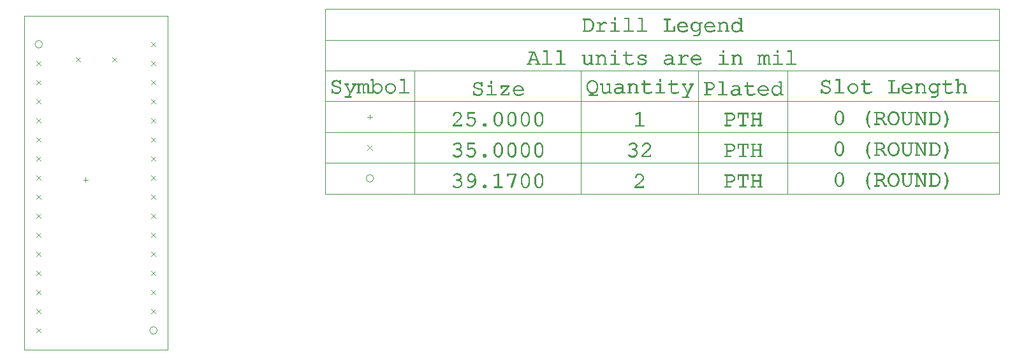
<source format=gbr>
G04 Generated by Ultiboard 14.1 *
%FSLAX24Y24*%
%MOIN*%

%ADD10C,0.0001*%
%ADD11C,0.0004*%
%ADD12C,0.0001*%
%ADD13C,0.0039*%


G04 ColorRGB 000000 for the following layer *
%LNDrill Symbols-Copper Top-Copper Bottom*%
%LPD*%
G54D11*
X3075Y8900D02*
X3325Y8900D01*
X3200Y8775D02*
X3200Y9025D01*
X6626Y13124D02*
X6874Y12876D01*
X6626Y12876D02*
X6874Y13124D01*
X6626Y5124D02*
X6874Y4876D01*
X6626Y4876D02*
X6874Y5124D01*
X6626Y2124D02*
X6874Y1876D01*
X6626Y1876D02*
X6874Y2124D01*
X6554Y1000D02*
G75*
D01*
G02X6554Y1000I196J0*
G01*
X6626Y3876D02*
X6874Y4124D01*
X6626Y4124D02*
X6874Y3876D01*
X6626Y3124D02*
X6874Y2876D01*
X6626Y2876D02*
X6874Y3124D01*
X6626Y8124D02*
X6874Y7876D01*
X6626Y7876D02*
X6874Y8124D01*
X6626Y7124D02*
X6874Y6876D01*
X6626Y6876D02*
X6874Y7124D01*
X6626Y5876D02*
X6874Y6124D01*
X6626Y6124D02*
X6874Y5876D01*
X6626Y9876D02*
X6874Y10124D01*
X6626Y10124D02*
X6874Y9876D01*
X6626Y9124D02*
X6874Y8876D01*
X6626Y8876D02*
X6874Y9124D01*
X6626Y10876D02*
X6874Y11124D01*
X6626Y11124D02*
X6874Y10876D01*
X6626Y14876D02*
X6874Y15124D01*
X6626Y15124D02*
X6874Y14876D01*
X6626Y12124D02*
X6874Y11876D01*
X6626Y11876D02*
X6874Y12124D01*
X6626Y14124D02*
X6874Y13876D01*
X6626Y13876D02*
X6874Y14124D01*
X6626Y15876D02*
X6874Y16124D01*
X6626Y16124D02*
X6874Y15876D01*
X626Y12124D02*
X874Y11876D01*
X626Y11876D02*
X874Y12124D01*
X626Y15124D02*
X874Y14876D01*
X626Y14876D02*
X874Y15124D01*
X554Y16000D02*
G75*
D01*
G02X554Y16000I196J0*
G01*
X626Y12876D02*
X874Y13124D01*
X626Y13124D02*
X874Y12876D01*
X626Y14124D02*
X874Y13876D01*
X626Y13876D02*
X874Y14124D01*
X626Y9124D02*
X874Y8876D01*
X626Y8876D02*
X874Y9124D01*
X626Y9876D02*
X874Y10124D01*
X626Y10124D02*
X874Y9876D01*
X626Y11124D02*
X874Y10876D01*
X626Y10876D02*
X874Y11124D01*
X626Y7124D02*
X874Y6876D01*
X626Y6876D02*
X874Y7124D01*
X626Y8124D02*
X874Y7876D01*
X626Y7876D02*
X874Y8124D01*
X626Y5876D02*
X874Y6124D01*
X626Y6124D02*
X874Y5876D01*
X626Y2124D02*
X874Y1876D01*
X626Y1876D02*
X874Y2124D01*
X626Y4124D02*
X874Y3876D01*
X626Y3876D02*
X874Y4124D01*
X626Y5124D02*
X874Y4876D01*
X626Y4876D02*
X874Y5124D01*
X626Y3124D02*
X874Y2876D01*
X626Y2876D02*
X874Y3124D01*
X626Y1124D02*
X874Y876D01*
X626Y876D02*
X874Y1124D01*
X2676Y15324D02*
X2924Y15076D01*
X2676Y15076D02*
X2924Y15324D01*
X4593Y15324D02*
X4840Y15076D01*
X4593Y15076D02*
X4840Y15324D01*
X17868Y8969D02*
G75*
D01*
G02X17868Y8969I196J0*
G01*
X17940Y10459D02*
X18187Y10707D01*
X17940Y10707D02*
X18187Y10459D01*
X17939Y12197D02*
X18189Y12197D01*
X18064Y12072D02*
X18064Y12322D01*
G54D12*
G36*
X22748Y9149D02*
X22748Y9149D01*
X22751Y9208D01*
X22724Y9167D01*
X22748Y9149D01*
D02*
G37*
X22751Y9208D01*
X22724Y9167D01*
X22748Y9149D01*
G36*
X22751Y9208D02*
X22751Y9208D01*
X22748Y9149D01*
X22767Y9127D01*
X22751Y9208D01*
D02*
G37*
X22748Y9149D01*
X22767Y9127D01*
X22751Y9208D01*
G36*
X22767Y9127D02*
X22767Y9127D01*
X22783Y9184D01*
X22751Y9208D01*
X22767Y9127D01*
D02*
G37*
X22783Y9184D01*
X22751Y9208D01*
X22767Y9127D01*
G36*
X22783Y9184D02*
X22783Y9184D01*
X22767Y9127D01*
X22790Y9079D01*
X22783Y9184D01*
D02*
G37*
X22767Y9127D01*
X22790Y9079D01*
X22783Y9184D01*
G36*
X22790Y9079D02*
X22790Y9079D01*
X22808Y9155D01*
X22783Y9184D01*
X22790Y9079D01*
D02*
G37*
X22808Y9155D01*
X22783Y9184D01*
X22790Y9079D01*
G36*
X22808Y9155D02*
X22808Y9155D01*
X22790Y9079D01*
X22792Y9053D01*
X22808Y9155D01*
D02*
G37*
X22790Y9079D01*
X22792Y9053D01*
X22808Y9155D01*
G36*
X22792Y9053D02*
X22792Y9053D01*
X22813Y8961D01*
X22808Y9155D01*
X22792Y9053D01*
D02*
G37*
X22813Y8961D01*
X22808Y9155D01*
X22792Y9053D01*
G36*
X22813Y8961D02*
X22813Y8961D01*
X22792Y9053D01*
X22790Y9028D01*
X22813Y8961D01*
D02*
G37*
X22792Y9053D01*
X22790Y9028D01*
X22813Y8961D01*
G36*
X22790Y9028D02*
X22790Y9028D01*
X22778Y8922D01*
X22813Y8961D01*
X22790Y9028D01*
D02*
G37*
X22778Y8922D01*
X22813Y8961D01*
X22790Y9028D01*
G36*
X22778Y8922D02*
X22778Y8922D01*
X22790Y9028D01*
X22769Y8982D01*
X22778Y8922D01*
D02*
G37*
X22790Y9028D01*
X22769Y8982D01*
X22778Y8922D01*
G36*
X22769Y8982D02*
X22769Y8982D01*
X22750Y8961D01*
X22778Y8922D01*
X22769Y8982D01*
D02*
G37*
X22750Y8961D01*
X22778Y8922D01*
X22769Y8982D01*
G36*
X22584Y9186D02*
X22584Y9186D01*
X22589Y9236D01*
X22540Y9173D01*
X22584Y9186D01*
D02*
G37*
X22589Y9236D01*
X22540Y9173D01*
X22584Y9186D01*
G36*
X22589Y9236D02*
X22589Y9236D01*
X22584Y9186D01*
X22632Y9190D01*
X22589Y9236D01*
D02*
G37*
X22584Y9186D01*
X22632Y9190D01*
X22589Y9236D01*
G36*
X22632Y9190D02*
X22632Y9190D01*
X22632Y9239D01*
X22589Y9236D01*
X22632Y9190D01*
D02*
G37*
X22632Y9239D01*
X22589Y9236D01*
X22632Y9190D01*
G36*
X22632Y9239D02*
X22632Y9239D01*
X22632Y9190D01*
X22666Y9188D01*
X22632Y9239D01*
D02*
G37*
X22632Y9190D01*
X22666Y9188D01*
X22632Y9239D01*
G36*
X22666Y9188D02*
X22666Y9188D01*
X22676Y9235D01*
X22632Y9239D01*
X22666Y9188D01*
D02*
G37*
X22676Y9235D01*
X22632Y9239D01*
X22666Y9188D01*
G36*
X22676Y9235D02*
X22676Y9235D01*
X22666Y9188D01*
X22724Y9167D01*
X22676Y9235D01*
D02*
G37*
X22666Y9188D01*
X22724Y9167D01*
X22676Y9235D01*
G36*
X22724Y9167D02*
X22724Y9167D01*
X22751Y9208D01*
X22676Y9235D01*
X22724Y9167D01*
D02*
G37*
X22751Y9208D01*
X22676Y9235D01*
X22724Y9167D01*
G36*
X22472Y9126D02*
X22472Y9126D01*
X22474Y9190D01*
X22464Y9116D01*
X22472Y9126D01*
D02*
G37*
X22474Y9190D01*
X22464Y9116D01*
X22472Y9126D01*
G36*
X22474Y9190D02*
X22474Y9190D01*
X22472Y9126D01*
X22502Y9153D01*
X22474Y9190D01*
D02*
G37*
X22472Y9126D01*
X22502Y9153D01*
X22474Y9190D01*
G36*
X22502Y9153D02*
X22502Y9153D01*
X22510Y9211D01*
X22474Y9190D01*
X22502Y9153D01*
D02*
G37*
X22510Y9211D01*
X22474Y9190D01*
X22502Y9153D01*
G36*
X22510Y9211D02*
X22510Y9211D01*
X22502Y9153D01*
X22540Y9173D01*
X22510Y9211D01*
D02*
G37*
X22502Y9153D01*
X22540Y9173D01*
X22510Y9211D01*
G36*
X22540Y9173D02*
X22540Y9173D01*
X22589Y9236D01*
X22510Y9211D01*
X22540Y9173D01*
D02*
G37*
X22589Y9236D01*
X22510Y9211D01*
X22540Y9173D01*
G36*
X22474Y9190D02*
X22474Y9190D01*
X22436Y9158D01*
X22438Y9111D01*
X22474Y9190D01*
D02*
G37*
X22436Y9158D01*
X22438Y9111D01*
X22474Y9190D01*
G36*
X22474Y9190D01*
X22438Y9111D01*
X22447Y9109D01*
X22474Y9190D01*
D02*
G37*
X22438Y9111D01*
X22447Y9109D01*
X22474Y9190D01*
G36*
X22474Y9190D01*
X22447Y9109D01*
X22453Y9110D01*
X22474Y9190D01*
D02*
G37*
X22447Y9109D01*
X22453Y9110D01*
X22474Y9190D01*
G36*
X22474Y9190D01*
X22453Y9110D01*
X22458Y9112D01*
X22474Y9190D01*
D02*
G37*
X22453Y9110D01*
X22458Y9112D01*
X22474Y9190D01*
G36*
X22474Y9190D01*
X22458Y9112D01*
X22464Y9116D01*
X22474Y9190D01*
D02*
G37*
X22458Y9112D01*
X22464Y9116D01*
X22474Y9190D01*
G36*
X22436Y9158D02*
X22436Y9158D01*
X22423Y9132D01*
X22425Y9123D01*
X22436Y9158D01*
D02*
G37*
X22423Y9132D01*
X22425Y9123D01*
X22436Y9158D01*
G36*
X22436Y9158D01*
X22425Y9123D01*
X22430Y9116D01*
X22436Y9158D01*
D02*
G37*
X22425Y9123D01*
X22430Y9116D01*
X22436Y9158D01*
G36*
X22436Y9158D01*
X22430Y9116D01*
X22438Y9111D01*
X22436Y9158D01*
D02*
G37*
X22430Y9116D01*
X22438Y9111D01*
X22436Y9158D01*
G36*
X22838Y9089D02*
X22838Y9089D01*
X22808Y9155D01*
X22813Y8961D01*
X22838Y9089D01*
D02*
G37*
X22808Y9155D01*
X22813Y8961D01*
X22838Y9089D01*
G36*
X22838Y9089D01*
X22813Y8961D01*
X22834Y9005D01*
X22838Y9089D01*
D02*
G37*
X22813Y8961D01*
X22834Y9005D01*
X22838Y9089D01*
G36*
X22838Y9089D01*
X22834Y9005D01*
X22841Y9053D01*
X22838Y9089D01*
D02*
G37*
X22834Y9005D01*
X22841Y9053D01*
X22838Y9089D01*
G36*
X22750Y8961D02*
X22750Y8961D01*
X22730Y8892D01*
X22778Y8922D01*
X22750Y8961D01*
D02*
G37*
X22730Y8892D01*
X22778Y8922D01*
X22750Y8961D01*
G36*
X22730Y8892D02*
X22730Y8892D01*
X22750Y8961D01*
X22727Y8943D01*
X22730Y8892D01*
D02*
G37*
X22750Y8961D01*
X22727Y8943D01*
X22730Y8892D01*
G36*
X22727Y8943D02*
X22727Y8943D01*
X22711Y8849D01*
X22730Y8892D01*
X22727Y8943D01*
D02*
G37*
X22711Y8849D01*
X22730Y8892D01*
X22727Y8943D01*
G36*
X22711Y8849D02*
X22711Y8849D01*
X22727Y8943D01*
X22674Y8924D01*
X22711Y8849D01*
D02*
G37*
X22727Y8943D01*
X22674Y8924D01*
X22711Y8849D01*
G36*
X22674Y8924D02*
X22674Y8924D01*
X22658Y8867D01*
X22711Y8849D01*
X22674Y8924D01*
D02*
G37*
X22658Y8867D01*
X22711Y8849D01*
X22674Y8924D01*
G36*
X22658Y8867D02*
X22658Y8867D01*
X22674Y8924D01*
X22642Y8921D01*
X22658Y8867D01*
D02*
G37*
X22674Y8924D01*
X22642Y8921D01*
X22658Y8867D01*
G36*
X22642Y8921D02*
X22642Y8921D01*
X22604Y8873D01*
X22658Y8867D01*
X22642Y8921D01*
D02*
G37*
X22604Y8873D01*
X22658Y8867D01*
X22642Y8921D01*
G36*
X22604Y8873D02*
X22604Y8873D01*
X22642Y8921D01*
X22601Y8922D01*
X22604Y8873D01*
D02*
G37*
X22642Y8921D01*
X22601Y8922D01*
X22604Y8873D01*
G36*
X22601Y8922D02*
X22601Y8922D01*
X22590Y8875D01*
X22604Y8873D01*
X22601Y8922D01*
D02*
G37*
X22590Y8875D01*
X22604Y8873D01*
X22601Y8922D01*
G36*
X22590Y8875D02*
X22590Y8875D01*
X22601Y8922D01*
X22588Y8920D01*
X22590Y8875D01*
D02*
G37*
X22601Y8922D01*
X22588Y8920D01*
X22590Y8875D01*
G36*
X22588Y8920D02*
X22588Y8920D01*
X22580Y8880D01*
X22590Y8875D01*
X22588Y8920D01*
D02*
G37*
X22580Y8880D01*
X22590Y8875D01*
X22588Y8920D01*
G36*
X22580Y8880D02*
X22580Y8880D01*
X22588Y8920D01*
X22579Y8915D01*
X22580Y8880D01*
D02*
G37*
X22588Y8920D01*
X22579Y8915D01*
X22580Y8880D01*
G36*
X22579Y8915D02*
X22579Y8915D01*
X22574Y8888D01*
X22580Y8880D01*
X22579Y8915D01*
D02*
G37*
X22574Y8888D01*
X22580Y8880D01*
X22579Y8915D01*
G36*
X22574Y8888D02*
X22574Y8888D01*
X22579Y8915D01*
X22574Y8907D01*
X22574Y8888D01*
D02*
G37*
X22579Y8915D01*
X22574Y8907D01*
X22574Y8888D01*
G36*
X22574Y8907D02*
X22574Y8907D01*
X22572Y8897D01*
X22574Y8888D01*
X22574Y8907D01*
D02*
G37*
X22572Y8897D01*
X22574Y8888D01*
X22574Y8907D01*
G36*
X22859Y8756D02*
X22859Y8756D01*
X22863Y8658D01*
X22867Y8701D01*
X22859Y8756D01*
D02*
G37*
X22863Y8658D01*
X22867Y8701D01*
X22859Y8756D01*
G36*
X22863Y8658D02*
X22863Y8658D01*
X22859Y8756D01*
X22832Y8809D01*
X22863Y8658D01*
D02*
G37*
X22859Y8756D01*
X22832Y8809D01*
X22863Y8658D01*
G36*
X22832Y8809D02*
X22832Y8809D01*
X22828Y8582D01*
X22863Y8658D01*
X22832Y8809D01*
D02*
G37*
X22828Y8582D01*
X22863Y8658D01*
X22832Y8809D01*
G36*
X22828Y8582D02*
X22828Y8582D01*
X22832Y8809D01*
X22819Y8699D01*
X22828Y8582D01*
D02*
G37*
X22832Y8809D01*
X22819Y8699D01*
X22828Y8582D01*
G36*
X22819Y8699D02*
X22819Y8699D01*
X22815Y8667D01*
X22828Y8582D01*
X22819Y8699D01*
D02*
G37*
X22815Y8667D01*
X22828Y8582D01*
X22819Y8699D01*
G36*
X22757Y8821D02*
X22757Y8821D01*
X22789Y8856D01*
X22730Y8892D01*
X22757Y8821D01*
D02*
G37*
X22789Y8856D01*
X22730Y8892D01*
X22757Y8821D01*
G36*
X22789Y8856D02*
X22789Y8856D01*
X22757Y8821D01*
X22791Y8784D01*
X22789Y8856D01*
D02*
G37*
X22757Y8821D01*
X22791Y8784D01*
X22789Y8856D01*
G36*
X22791Y8784D02*
X22791Y8784D01*
X22832Y8809D01*
X22789Y8856D01*
X22791Y8784D01*
D02*
G37*
X22832Y8809D01*
X22789Y8856D01*
X22791Y8784D01*
G36*
X22832Y8809D02*
X22832Y8809D01*
X22791Y8784D01*
X22812Y8742D01*
X22832Y8809D01*
D02*
G37*
X22791Y8784D01*
X22812Y8742D01*
X22832Y8809D01*
G36*
X22812Y8742D02*
X22812Y8742D01*
X22819Y8699D01*
X22832Y8809D01*
X22812Y8742D01*
D02*
G37*
X22819Y8699D01*
X22832Y8809D01*
X22812Y8742D01*
G36*
X22797Y8547D02*
X22797Y8547D01*
X22828Y8582D01*
X22815Y8667D01*
X22797Y8547D01*
D02*
G37*
X22828Y8582D01*
X22815Y8667D01*
X22797Y8547D01*
G36*
X22797Y8547D01*
X22815Y8667D01*
X22787Y8609D01*
X22797Y8547D01*
D02*
G37*
X22815Y8667D01*
X22787Y8609D01*
X22797Y8547D01*
G36*
X22797Y8547D01*
X22787Y8609D01*
X22762Y8582D01*
X22797Y8547D01*
D02*
G37*
X22787Y8609D01*
X22762Y8582D01*
X22797Y8547D01*
G36*
X22797Y8547D01*
X22762Y8582D01*
X22759Y8518D01*
X22797Y8547D01*
D02*
G37*
X22762Y8582D01*
X22759Y8518D01*
X22797Y8547D01*
G36*
X22732Y8559D02*
X22732Y8559D01*
X22662Y8532D01*
X22671Y8485D01*
X22732Y8559D01*
D02*
G37*
X22662Y8532D01*
X22671Y8485D01*
X22732Y8559D01*
G36*
X22732Y8559D01*
X22671Y8485D01*
X22759Y8518D01*
X22732Y8559D01*
D02*
G37*
X22671Y8485D01*
X22759Y8518D01*
X22732Y8559D01*
G36*
X22732Y8559D01*
X22759Y8518D01*
X22762Y8582D01*
X22732Y8559D01*
D02*
G37*
X22759Y8518D01*
X22762Y8582D01*
X22732Y8559D01*
G36*
X22557Y8487D02*
X22557Y8487D01*
X22572Y8533D01*
X22491Y8507D01*
X22557Y8487D01*
D02*
G37*
X22572Y8533D01*
X22491Y8507D01*
X22557Y8487D01*
G36*
X22572Y8533D02*
X22572Y8533D01*
X22557Y8487D01*
X22620Y8480D01*
X22572Y8533D01*
D02*
G37*
X22557Y8487D01*
X22620Y8480D01*
X22572Y8533D01*
G36*
X22620Y8480D02*
X22620Y8480D01*
X22621Y8529D01*
X22572Y8533D01*
X22620Y8480D01*
D02*
G37*
X22621Y8529D01*
X22572Y8533D01*
X22620Y8480D01*
G36*
X22621Y8529D02*
X22621Y8529D01*
X22620Y8480D01*
X22671Y8485D01*
X22621Y8529D01*
D02*
G37*
X22620Y8480D01*
X22671Y8485D01*
X22621Y8529D01*
G36*
X22671Y8485D02*
X22671Y8485D01*
X22662Y8532D01*
X22621Y8529D01*
X22671Y8485D01*
D02*
G37*
X22662Y8532D01*
X22621Y8529D01*
X22671Y8485D01*
G36*
X22477Y8566D02*
X22477Y8566D01*
X22432Y8595D01*
X22434Y8534D01*
X22477Y8566D01*
D02*
G37*
X22432Y8595D01*
X22434Y8534D01*
X22477Y8566D01*
G36*
X22477Y8566D01*
X22434Y8534D01*
X22491Y8507D01*
X22477Y8566D01*
D02*
G37*
X22434Y8534D01*
X22491Y8507D01*
X22477Y8566D01*
G36*
X22477Y8566D01*
X22491Y8507D01*
X22572Y8533D01*
X22477Y8566D01*
D02*
G37*
X22491Y8507D01*
X22572Y8533D01*
X22477Y8566D01*
G36*
X22434Y8534D02*
X22434Y8534D01*
X22432Y8595D01*
X22421Y8602D01*
X22434Y8534D01*
D02*
G37*
X22432Y8595D01*
X22421Y8602D01*
X22434Y8534D01*
G36*
X22434Y8534D01*
X22421Y8602D01*
X22411Y8604D01*
X22434Y8534D01*
D02*
G37*
X22421Y8602D01*
X22411Y8604D01*
X22434Y8534D01*
G36*
X22434Y8534D01*
X22411Y8604D01*
X22403Y8602D01*
X22434Y8534D01*
D02*
G37*
X22411Y8604D01*
X22403Y8602D01*
X22434Y8534D01*
G36*
X22434Y8534D01*
X22403Y8602D01*
X22397Y8561D01*
X22434Y8534D01*
D02*
G37*
X22403Y8602D01*
X22397Y8561D01*
X22434Y8534D01*
G36*
X22395Y8597D02*
X22395Y8597D01*
X22390Y8589D01*
X22391Y8571D01*
X22395Y8597D01*
D02*
G37*
X22390Y8589D01*
X22391Y8571D01*
X22395Y8597D01*
G36*
X22395Y8597D01*
X22391Y8571D01*
X22397Y8561D01*
X22395Y8597D01*
D02*
G37*
X22391Y8571D01*
X22397Y8561D01*
X22395Y8597D01*
G36*
X22395Y8597D01*
X22397Y8561D01*
X22403Y8602D01*
X22395Y8597D01*
D02*
G37*
X22397Y8561D01*
X22403Y8602D01*
X22395Y8597D01*
G36*
X22391Y8571D02*
X22391Y8571D01*
X22390Y8589D01*
X22389Y8581D01*
X22391Y8571D01*
D02*
G37*
X22390Y8589D01*
X22389Y8581D01*
X22391Y8571D01*
G36*
X22730Y8892D02*
X22730Y8892D01*
X22711Y8849D01*
X22757Y8821D01*
X22730Y8892D01*
D02*
G37*
X22711Y8849D01*
X22757Y8821D01*
X22730Y8892D01*
G36*
X23377Y9187D02*
X23377Y9187D01*
X23378Y9236D01*
X23347Y9190D01*
X23377Y9187D01*
D02*
G37*
X23378Y9236D01*
X23347Y9190D01*
X23377Y9187D01*
G36*
X23378Y9236D02*
X23378Y9236D01*
X23377Y9187D01*
X23429Y9166D01*
X23378Y9236D01*
D02*
G37*
X23377Y9187D01*
X23429Y9166D01*
X23378Y9236D01*
G36*
X23429Y9166D02*
X23429Y9166D01*
X23438Y9216D01*
X23378Y9236D01*
X23429Y9166D01*
D02*
G37*
X23438Y9216D01*
X23378Y9236D01*
X23429Y9166D01*
G36*
X23438Y9216D02*
X23438Y9216D01*
X23429Y9166D01*
X23453Y9147D01*
X23438Y9216D01*
D02*
G37*
X23429Y9166D01*
X23453Y9147D01*
X23438Y9216D01*
G36*
X23453Y9147D02*
X23453Y9147D01*
X23466Y9198D01*
X23438Y9216D01*
X23453Y9147D01*
D02*
G37*
X23466Y9198D01*
X23438Y9216D01*
X23453Y9147D01*
G36*
X23466Y9198D02*
X23466Y9198D01*
X23453Y9147D01*
X23475Y9122D01*
X23466Y9198D01*
D02*
G37*
X23453Y9147D01*
X23475Y9122D01*
X23466Y9198D01*
G36*
X23475Y9122D02*
X23475Y9122D01*
X23492Y9175D01*
X23466Y9198D01*
X23475Y9122D01*
D02*
G37*
X23492Y9175D01*
X23466Y9198D01*
X23475Y9122D01*
G36*
X23492Y9175D02*
X23492Y9175D01*
X23475Y9122D01*
X23513Y9042D01*
X23492Y9175D01*
D02*
G37*
X23475Y9122D01*
X23513Y9042D01*
X23492Y9175D01*
G36*
X23513Y9042D02*
X23513Y9042D01*
X23534Y9116D01*
X23492Y9175D01*
X23513Y9042D01*
D02*
G37*
X23534Y9116D01*
X23492Y9175D01*
X23513Y9042D01*
G36*
X23534Y9116D02*
X23534Y9116D01*
X23513Y9042D01*
X23529Y8988D01*
X23534Y9116D01*
D02*
G37*
X23513Y9042D01*
X23529Y8988D01*
X23534Y9116D01*
G36*
X23529Y8988D02*
X23529Y8988D01*
X23538Y8907D01*
X23534Y9116D01*
X23529Y8988D01*
D02*
G37*
X23538Y8907D01*
X23534Y9116D01*
X23529Y8988D01*
G36*
X23538Y8907D02*
X23538Y8907D01*
X23529Y8988D01*
X23497Y8932D01*
X23538Y8907D01*
D02*
G37*
X23529Y8988D01*
X23497Y8932D01*
X23538Y8907D01*
G36*
X23497Y8932D02*
X23497Y8932D01*
X23497Y8849D01*
X23538Y8907D01*
X23497Y8932D01*
D02*
G37*
X23497Y8849D01*
X23538Y8907D01*
X23497Y8932D01*
G36*
X23497Y8849D02*
X23497Y8849D01*
X23497Y8932D01*
X23474Y8896D01*
X23497Y8849D01*
D02*
G37*
X23497Y8932D01*
X23474Y8896D01*
X23497Y8849D01*
G36*
X23474Y8896D02*
X23474Y8896D01*
X23449Y8807D01*
X23497Y8849D01*
X23474Y8896D01*
D02*
G37*
X23449Y8807D01*
X23497Y8849D01*
X23474Y8896D01*
G36*
X23449Y8807D02*
X23449Y8807D01*
X23474Y8896D01*
X23444Y8864D01*
X23449Y8807D01*
D02*
G37*
X23474Y8896D01*
X23444Y8864D01*
X23449Y8807D01*
G36*
X23444Y8864D02*
X23444Y8864D01*
X23412Y8841D01*
X23449Y8807D01*
X23444Y8864D01*
D02*
G37*
X23412Y8841D01*
X23449Y8807D01*
X23444Y8864D01*
G36*
X23263Y9161D02*
X23263Y9161D01*
X23302Y9234D01*
X23239Y9138D01*
X23263Y9161D01*
D02*
G37*
X23302Y9234D01*
X23239Y9138D01*
X23263Y9161D01*
G36*
X23302Y9234D02*
X23302Y9234D01*
X23263Y9161D01*
X23317Y9187D01*
X23302Y9234D01*
D02*
G37*
X23263Y9161D01*
X23317Y9187D01*
X23302Y9234D01*
G36*
X23317Y9187D02*
X23317Y9187D01*
X23346Y9239D01*
X23302Y9234D01*
X23317Y9187D01*
D02*
G37*
X23346Y9239D01*
X23302Y9234D01*
X23317Y9187D01*
G36*
X23346Y9239D02*
X23346Y9239D01*
X23317Y9187D01*
X23347Y9190D01*
X23346Y9239D01*
D02*
G37*
X23317Y9187D01*
X23347Y9190D01*
X23346Y9239D01*
G36*
X23347Y9190D02*
X23347Y9190D01*
X23378Y9236D01*
X23346Y9239D01*
X23347Y9190D01*
D02*
G37*
X23378Y9236D01*
X23346Y9239D01*
X23347Y9190D01*
G36*
X23195Y9043D02*
X23195Y9043D01*
X23199Y9166D01*
X23192Y9005D01*
X23195Y9043D01*
D02*
G37*
X23199Y9166D01*
X23192Y9005D01*
X23195Y9043D01*
G36*
X23199Y9166D02*
X23199Y9166D01*
X23195Y9043D01*
X23218Y9110D01*
X23199Y9166D01*
D02*
G37*
X23195Y9043D01*
X23218Y9110D01*
X23199Y9166D01*
G36*
X23218Y9110D02*
X23218Y9110D01*
X23229Y9198D01*
X23199Y9166D01*
X23218Y9110D01*
D02*
G37*
X23229Y9198D01*
X23199Y9166D01*
X23218Y9110D01*
G36*
X23229Y9198D02*
X23229Y9198D01*
X23218Y9110D01*
X23239Y9138D01*
X23229Y9198D01*
D02*
G37*
X23218Y9110D01*
X23239Y9138D01*
X23229Y9198D01*
G36*
X23239Y9138D02*
X23239Y9138D01*
X23302Y9234D01*
X23229Y9198D01*
X23239Y9138D01*
D02*
G37*
X23302Y9234D01*
X23229Y9198D01*
X23239Y9138D01*
G36*
X23175Y9128D02*
X23175Y9128D01*
X23147Y9047D01*
X23151Y8944D01*
X23175Y9128D01*
D02*
G37*
X23147Y9047D01*
X23151Y8944D01*
X23175Y9128D01*
G36*
X23175Y9128D01*
X23151Y8944D01*
X23171Y8887D01*
X23175Y9128D01*
D02*
G37*
X23151Y8944D01*
X23171Y8887D01*
X23175Y9128D01*
G36*
X23175Y9128D01*
X23171Y8887D01*
X23204Y8838D01*
X23175Y9128D01*
D02*
G37*
X23171Y8887D01*
X23204Y8838D01*
X23175Y9128D01*
G36*
X23175Y9128D01*
X23204Y8838D01*
X23192Y9005D01*
X23175Y9128D01*
D02*
G37*
X23204Y8838D01*
X23192Y9005D01*
X23175Y9128D01*
G36*
X23175Y9128D01*
X23192Y9005D01*
X23199Y9166D01*
X23175Y9128D01*
D02*
G37*
X23192Y9005D01*
X23199Y9166D01*
X23175Y9128D01*
G36*
X23586Y8911D02*
X23586Y8911D01*
X23581Y8753D01*
X23589Y8847D01*
X23586Y8911D01*
D02*
G37*
X23581Y8753D01*
X23589Y8847D01*
X23586Y8911D01*
G36*
X23581Y8753D02*
X23581Y8753D01*
X23586Y8911D01*
X23567Y9027D01*
X23581Y8753D01*
D02*
G37*
X23586Y8911D01*
X23567Y9027D01*
X23581Y8753D01*
G36*
X23567Y9027D02*
X23567Y9027D01*
X23556Y8677D01*
X23581Y8753D01*
X23567Y9027D01*
D02*
G37*
X23556Y8677D01*
X23581Y8753D01*
X23567Y9027D01*
G36*
X23556Y8677D02*
X23556Y8677D01*
X23567Y9027D01*
X23550Y9079D01*
X23556Y8677D01*
D02*
G37*
X23567Y9027D01*
X23550Y9079D01*
X23556Y8677D01*
G36*
X23550Y9079D02*
X23550Y9079D01*
X23540Y8839D01*
X23556Y8677D01*
X23550Y9079D01*
D02*
G37*
X23540Y8839D01*
X23556Y8677D01*
X23550Y9079D01*
G36*
X23540Y8839D02*
X23540Y8839D01*
X23550Y9079D01*
X23540Y8868D01*
X23540Y8839D01*
D02*
G37*
X23550Y9079D01*
X23540Y8868D01*
X23540Y8839D01*
G36*
X23550Y9079D02*
X23550Y9079D01*
X23534Y9116D01*
X23538Y8907D01*
X23550Y9079D01*
D02*
G37*
X23534Y9116D01*
X23538Y8907D01*
X23550Y9079D01*
G36*
X23550Y9079D01*
X23538Y8907D01*
X23540Y8868D01*
X23550Y9079D01*
D02*
G37*
X23538Y8907D01*
X23540Y8868D01*
X23550Y9079D01*
G36*
X23397Y8782D02*
X23397Y8782D01*
X23449Y8807D01*
X23412Y8841D01*
X23397Y8782D01*
D02*
G37*
X23449Y8807D01*
X23412Y8841D01*
X23397Y8782D01*
G36*
X23397Y8782D01*
X23412Y8841D01*
X23378Y8827D01*
X23397Y8782D01*
D02*
G37*
X23412Y8841D01*
X23378Y8827D01*
X23397Y8782D01*
G36*
X23397Y8782D01*
X23378Y8827D01*
X23344Y8822D01*
X23397Y8782D01*
D02*
G37*
X23378Y8827D01*
X23344Y8822D01*
X23397Y8782D01*
G36*
X23397Y8782D01*
X23344Y8822D01*
X23343Y8774D01*
X23397Y8782D01*
D02*
G37*
X23344Y8822D01*
X23343Y8774D01*
X23397Y8782D01*
G36*
X23246Y8803D02*
X23246Y8803D01*
X23263Y8851D01*
X23239Y8874D01*
X23246Y8803D01*
D02*
G37*
X23263Y8851D01*
X23239Y8874D01*
X23246Y8803D01*
G36*
X23263Y8851D02*
X23263Y8851D01*
X23246Y8803D01*
X23294Y8781D01*
X23263Y8851D01*
D02*
G37*
X23246Y8803D01*
X23294Y8781D01*
X23263Y8851D01*
G36*
X23294Y8781D02*
X23294Y8781D01*
X23316Y8826D01*
X23263Y8851D01*
X23294Y8781D01*
D02*
G37*
X23316Y8826D01*
X23263Y8851D01*
X23294Y8781D01*
G36*
X23316Y8826D02*
X23316Y8826D01*
X23294Y8781D01*
X23343Y8774D01*
X23316Y8826D01*
D02*
G37*
X23294Y8781D01*
X23343Y8774D01*
X23316Y8826D01*
G36*
X23343Y8774D02*
X23343Y8774D01*
X23344Y8822D01*
X23316Y8826D01*
X23343Y8774D01*
D02*
G37*
X23344Y8822D01*
X23316Y8826D01*
X23343Y8774D01*
G36*
X23218Y8902D02*
X23218Y8902D01*
X23195Y8967D01*
X23204Y8838D01*
X23218Y8902D01*
D02*
G37*
X23195Y8967D01*
X23204Y8838D01*
X23218Y8902D01*
G36*
X23218Y8902D01*
X23204Y8838D01*
X23246Y8803D01*
X23218Y8902D01*
D02*
G37*
X23204Y8838D01*
X23246Y8803D01*
X23218Y8902D01*
G36*
X23218Y8902D01*
X23246Y8803D01*
X23239Y8874D01*
X23218Y8902D01*
D02*
G37*
X23246Y8803D01*
X23239Y8874D01*
X23218Y8902D01*
G36*
X23535Y8775D02*
X23535Y8775D01*
X23491Y8664D01*
X23492Y8587D01*
X23535Y8775D01*
D02*
G37*
X23491Y8664D01*
X23492Y8587D01*
X23535Y8775D01*
G36*
X23535Y8775D01*
X23492Y8587D01*
X23529Y8631D01*
X23535Y8775D01*
D02*
G37*
X23492Y8587D01*
X23529Y8631D01*
X23535Y8775D01*
G36*
X23535Y8775D01*
X23529Y8631D01*
X23556Y8677D01*
X23535Y8775D01*
D02*
G37*
X23529Y8631D01*
X23556Y8677D01*
X23535Y8775D01*
G36*
X23535Y8775D01*
X23556Y8677D01*
X23540Y8839D01*
X23535Y8775D01*
D02*
G37*
X23556Y8677D01*
X23540Y8839D01*
X23535Y8775D01*
G36*
X23396Y8517D02*
X23396Y8517D01*
X23406Y8579D01*
X23322Y8490D01*
X23396Y8517D01*
D02*
G37*
X23406Y8579D01*
X23322Y8490D01*
X23396Y8517D01*
G36*
X23406Y8579D02*
X23406Y8579D01*
X23396Y8517D01*
X23447Y8548D01*
X23406Y8579D01*
D02*
G37*
X23396Y8517D01*
X23447Y8548D01*
X23406Y8579D01*
G36*
X23447Y8548D02*
X23447Y8548D01*
X23452Y8617D01*
X23406Y8579D01*
X23447Y8548D01*
D02*
G37*
X23452Y8617D01*
X23406Y8579D01*
X23447Y8548D01*
G36*
X23452Y8617D02*
X23452Y8617D01*
X23447Y8548D01*
X23492Y8587D01*
X23452Y8617D01*
D02*
G37*
X23447Y8548D01*
X23492Y8587D01*
X23452Y8617D01*
G36*
X23492Y8587D02*
X23492Y8587D01*
X23491Y8664D01*
X23452Y8617D01*
X23492Y8587D01*
D02*
G37*
X23491Y8664D01*
X23452Y8617D01*
X23492Y8587D01*
G36*
X23300Y8534D02*
X23300Y8534D01*
X23241Y8529D01*
X23245Y8480D01*
X23300Y8534D01*
D02*
G37*
X23241Y8529D01*
X23245Y8480D01*
X23300Y8534D01*
G36*
X23300Y8534D01*
X23245Y8480D01*
X23322Y8490D01*
X23300Y8534D01*
D02*
G37*
X23245Y8480D01*
X23322Y8490D01*
X23300Y8534D01*
G36*
X23300Y8534D01*
X23322Y8490D01*
X23406Y8579D01*
X23300Y8534D01*
D02*
G37*
X23322Y8490D01*
X23406Y8579D01*
X23300Y8534D01*
G36*
X23213Y8532D02*
X23213Y8532D01*
X23189Y8540D01*
X23198Y8485D01*
X23213Y8532D01*
D02*
G37*
X23189Y8540D01*
X23198Y8485D01*
X23213Y8532D01*
G36*
X23213Y8532D01*
X23198Y8485D01*
X23245Y8480D01*
X23213Y8532D01*
D02*
G37*
X23198Y8485D01*
X23245Y8480D01*
X23213Y8532D01*
G36*
X23213Y8532D01*
X23245Y8480D01*
X23241Y8529D01*
X23213Y8532D01*
D02*
G37*
X23245Y8480D01*
X23241Y8529D01*
X23213Y8532D01*
G36*
X23178Y8545D02*
X23178Y8545D01*
X23198Y8485D01*
X23189Y8540D01*
X23178Y8545D01*
D02*
G37*
X23198Y8485D01*
X23189Y8540D01*
X23178Y8545D01*
G36*
X23198Y8485D02*
X23198Y8485D01*
X23178Y8545D01*
X23169Y8546D01*
X23198Y8485D01*
D02*
G37*
X23178Y8545D01*
X23169Y8546D01*
X23198Y8485D01*
G36*
X23169Y8546D02*
X23169Y8546D01*
X23160Y8500D01*
X23198Y8485D01*
X23169Y8546D01*
D02*
G37*
X23160Y8500D01*
X23198Y8485D01*
X23169Y8546D01*
G36*
X23160Y8500D02*
X23160Y8500D01*
X23169Y8546D01*
X23160Y8545D01*
X23160Y8500D01*
D02*
G37*
X23169Y8546D01*
X23160Y8545D01*
X23160Y8500D01*
G36*
X23160Y8545D02*
X23160Y8545D01*
X23152Y8540D01*
X23160Y8500D01*
X23160Y8545D01*
D02*
G37*
X23152Y8540D01*
X23160Y8500D01*
X23160Y8545D01*
G36*
X23149Y8510D02*
X23149Y8510D01*
X23160Y8500D01*
X23152Y8540D01*
X23149Y8510D01*
D02*
G37*
X23160Y8500D01*
X23152Y8540D01*
X23149Y8510D01*
G36*
X23149Y8510D01*
X23152Y8540D01*
X23147Y8532D01*
X23149Y8510D01*
D02*
G37*
X23152Y8540D01*
X23147Y8532D01*
X23149Y8510D01*
G36*
X23149Y8510D01*
X23147Y8532D01*
X23145Y8523D01*
X23149Y8510D01*
D02*
G37*
X23147Y8532D01*
X23145Y8523D01*
X23149Y8510D01*
G36*
X23151Y8944D02*
X23151Y8944D01*
X23147Y9047D01*
X23144Y9004D01*
X23151Y8944D01*
D02*
G37*
X23147Y9047D01*
X23144Y9004D01*
X23151Y8944D01*
G36*
X23192Y9005D02*
X23192Y9005D01*
X23204Y8838D01*
X23195Y8967D01*
X23192Y9005D01*
D02*
G37*
X23204Y8838D01*
X23195Y8967D01*
X23192Y9005D01*
G36*
X24038Y8637D02*
X24038Y8637D01*
X24008Y8631D01*
X24038Y8637D01*
D02*
G37*
X24008Y8631D01*
X24038Y8637D01*
G36*
X24038Y8637D01*
X24008Y8631D01*
X23983Y8614D01*
X24038Y8637D01*
D02*
G37*
X24008Y8631D01*
X23983Y8614D01*
X24038Y8637D01*
G36*
X24038Y8637D01*
X23983Y8614D01*
X23966Y8589D01*
X24038Y8637D01*
D02*
G37*
X23983Y8614D01*
X23966Y8589D01*
X24038Y8637D01*
G36*
X24038Y8637D01*
X23966Y8589D01*
X23960Y8558D01*
X24038Y8637D01*
D02*
G37*
X23966Y8589D01*
X23960Y8558D01*
X24038Y8637D01*
G36*
X24038Y8637D01*
X23960Y8558D01*
X23965Y8528D01*
X24038Y8637D01*
D02*
G37*
X23960Y8558D01*
X23965Y8528D01*
X24038Y8637D01*
G36*
X24038Y8637D01*
X23965Y8528D01*
X23983Y8503D01*
X24038Y8637D01*
D02*
G37*
X23965Y8528D01*
X23983Y8503D01*
X24038Y8637D01*
G36*
X24038Y8637D01*
X23983Y8503D01*
X24008Y8486D01*
X24038Y8637D01*
D02*
G37*
X23983Y8503D01*
X24008Y8486D01*
X24038Y8637D01*
G36*
X24038Y8637D01*
X24008Y8486D01*
X24038Y8480D01*
X24038Y8637D01*
D02*
G37*
X24008Y8486D01*
X24038Y8480D01*
X24038Y8637D01*
G36*
X24038Y8637D01*
X24038Y8480D01*
X24059Y8480D01*
X24038Y8637D01*
D02*
G37*
X24038Y8480D01*
X24059Y8480D01*
X24038Y8637D01*
G36*
X24038Y8637D01*
X24059Y8480D01*
X24089Y8486D01*
X24038Y8637D01*
D02*
G37*
X24059Y8480D01*
X24089Y8486D01*
X24038Y8637D01*
G36*
X24038Y8637D01*
X24089Y8486D01*
X24114Y8503D01*
X24038Y8637D01*
D02*
G37*
X24089Y8486D01*
X24114Y8503D01*
X24038Y8637D01*
G36*
X24038Y8637D01*
X24114Y8503D01*
X24131Y8528D01*
X24038Y8637D01*
D02*
G37*
X24114Y8503D01*
X24131Y8528D01*
X24038Y8637D01*
G36*
X24038Y8637D01*
X24131Y8528D01*
X24137Y8559D01*
X24038Y8637D01*
D02*
G37*
X24131Y8528D01*
X24137Y8559D01*
X24038Y8637D01*
G36*
X24038Y8637D01*
X24137Y8559D01*
X24132Y8589D01*
X24038Y8637D01*
D02*
G37*
X24137Y8559D01*
X24132Y8589D01*
X24038Y8637D01*
G36*
X24038Y8637D01*
X24132Y8589D01*
X24114Y8614D01*
X24038Y8637D01*
D02*
G37*
X24132Y8589D01*
X24114Y8614D01*
X24038Y8637D01*
G36*
X24038Y8637D01*
X24114Y8614D01*
X24089Y8631D01*
X24038Y8637D01*
D02*
G37*
X24114Y8614D01*
X24089Y8631D01*
X24038Y8637D01*
G36*
X24038Y8637D01*
X24089Y8631D01*
X24059Y8637D01*
X24038Y8637D01*
D02*
G37*
X24089Y8631D01*
X24059Y8637D01*
X24038Y8637D01*
G36*
X24536Y8512D02*
X24536Y8512D01*
X24536Y8532D01*
X24534Y8522D01*
X24536Y8512D01*
D02*
G37*
X24536Y8532D01*
X24534Y8522D01*
X24536Y8512D01*
G36*
X24536Y8532D02*
X24536Y8532D01*
X24536Y8512D01*
X24542Y8505D01*
X24536Y8532D01*
D02*
G37*
X24536Y8512D01*
X24542Y8505D01*
X24536Y8532D01*
G36*
X24542Y8505D02*
X24542Y8505D01*
X24542Y8540D01*
X24536Y8532D01*
X24542Y8505D01*
D02*
G37*
X24542Y8540D01*
X24536Y8532D01*
X24542Y8505D01*
G36*
X24542Y8540D02*
X24542Y8540D01*
X24542Y8505D01*
X24552Y8499D01*
X24542Y8540D01*
D02*
G37*
X24542Y8505D01*
X24552Y8499D01*
X24542Y8540D01*
G36*
X24552Y8499D02*
X24552Y8499D01*
X24552Y8545D01*
X24542Y8540D01*
X24552Y8499D01*
D02*
G37*
X24552Y8545D01*
X24542Y8540D01*
X24552Y8499D01*
G36*
X24552Y8545D02*
X24552Y8545D01*
X24552Y8499D01*
X24566Y8498D01*
X24552Y8545D01*
D02*
G37*
X24552Y8499D01*
X24566Y8498D01*
X24552Y8545D01*
G36*
X24566Y8498D02*
X24566Y8498D01*
X24566Y8546D01*
X24552Y8545D01*
X24566Y8498D01*
D02*
G37*
X24566Y8546D01*
X24552Y8545D01*
X24566Y8498D01*
G36*
X24566Y8546D02*
X24566Y8546D01*
X24566Y8498D01*
X24947Y8498D01*
X24566Y8546D01*
D02*
G37*
X24566Y8498D01*
X24947Y8498D01*
X24566Y8546D01*
G36*
X24947Y8498D02*
X24947Y8498D01*
X24732Y8546D01*
X24566Y8546D01*
X24947Y8498D01*
D02*
G37*
X24732Y8546D01*
X24566Y8546D01*
X24947Y8498D01*
G36*
X24732Y8546D02*
X24732Y8546D01*
X24947Y8498D01*
X24781Y8546D01*
X24732Y8546D01*
D02*
G37*
X24947Y8498D01*
X24781Y8546D01*
X24732Y8546D01*
G36*
X24781Y8546D02*
X24781Y8546D01*
X24732Y9164D01*
X24732Y8546D01*
X24781Y8546D01*
D02*
G37*
X24732Y9164D01*
X24732Y8546D01*
X24781Y8546D01*
G36*
X24732Y9164D02*
X24732Y9164D01*
X24781Y8546D01*
X24781Y9231D01*
X24732Y9164D01*
D02*
G37*
X24781Y8546D01*
X24781Y9231D01*
X24732Y9164D01*
G36*
X24781Y9231D02*
X24781Y9231D01*
X24574Y9115D01*
X24732Y9164D01*
X24781Y9231D01*
D02*
G37*
X24574Y9115D01*
X24732Y9164D01*
X24781Y9231D01*
G36*
X24574Y9115D02*
X24574Y9115D01*
X24781Y9231D01*
X24565Y9112D01*
X24574Y9115D01*
D02*
G37*
X24781Y9231D01*
X24565Y9112D01*
X24574Y9115D01*
G36*
X24559Y9162D02*
X24559Y9162D01*
X24548Y9156D01*
X24549Y9113D01*
X24559Y9162D01*
D02*
G37*
X24548Y9156D01*
X24549Y9113D01*
X24559Y9162D01*
G36*
X24559Y9162D01*
X24549Y9113D01*
X24558Y9111D01*
X24559Y9162D01*
D02*
G37*
X24549Y9113D01*
X24558Y9111D01*
X24559Y9162D01*
G36*
X24559Y9162D01*
X24558Y9111D01*
X24565Y9112D01*
X24559Y9162D01*
D02*
G37*
X24558Y9111D01*
X24565Y9112D01*
X24559Y9162D01*
G36*
X24559Y9162D01*
X24565Y9112D01*
X24781Y9231D01*
X24559Y9162D01*
D02*
G37*
X24565Y9112D01*
X24781Y9231D01*
X24559Y9162D01*
G36*
X24548Y9156D02*
X24548Y9156D01*
X24542Y9119D01*
X24549Y9113D01*
X24548Y9156D01*
D02*
G37*
X24542Y9119D01*
X24549Y9113D01*
X24548Y9156D01*
G36*
X24542Y9119D02*
X24542Y9119D01*
X24548Y9156D01*
X24540Y9152D01*
X24542Y9119D01*
D02*
G37*
X24548Y9156D01*
X24540Y9152D01*
X24542Y9119D01*
G36*
X24540Y9152D02*
X24540Y9152D01*
X24536Y9126D01*
X24542Y9119D01*
X24540Y9152D01*
D02*
G37*
X24536Y9126D01*
X24542Y9119D01*
X24540Y9152D01*
G36*
X24536Y9126D02*
X24536Y9126D01*
X24540Y9152D01*
X24536Y9144D01*
X24536Y9126D01*
D02*
G37*
X24540Y9152D01*
X24536Y9144D01*
X24536Y9126D01*
G36*
X24536Y9144D02*
X24536Y9144D01*
X24535Y9136D01*
X24536Y9126D01*
X24536Y9144D01*
D02*
G37*
X24535Y9136D01*
X24536Y9126D01*
X24536Y9144D01*
G36*
X24947Y8498D02*
X24947Y8498D01*
X24947Y8546D01*
X24781Y8546D01*
X24947Y8498D01*
D02*
G37*
X24947Y8546D01*
X24781Y8546D01*
X24947Y8498D01*
G36*
X24947Y8546D02*
X24947Y8546D01*
X24947Y8498D01*
X24962Y8499D01*
X24947Y8546D01*
D02*
G37*
X24947Y8498D01*
X24962Y8499D01*
X24947Y8546D01*
G36*
X24962Y8499D02*
X24962Y8499D01*
X24962Y8545D01*
X24947Y8546D01*
X24962Y8499D01*
D02*
G37*
X24962Y8545D01*
X24947Y8546D01*
X24962Y8499D01*
G36*
X24962Y8545D02*
X24962Y8545D01*
X24962Y8499D01*
X24972Y8505D01*
X24962Y8545D01*
D02*
G37*
X24962Y8499D01*
X24972Y8505D01*
X24962Y8545D01*
G36*
X24972Y8505D02*
X24972Y8505D01*
X24972Y8540D01*
X24962Y8545D01*
X24972Y8505D01*
D02*
G37*
X24972Y8540D01*
X24962Y8545D01*
X24972Y8505D01*
G36*
X24972Y8540D02*
X24972Y8540D01*
X24972Y8505D01*
X24977Y8512D01*
X24972Y8540D01*
D02*
G37*
X24972Y8505D01*
X24977Y8512D01*
X24972Y8540D01*
G36*
X24977Y8512D02*
X24977Y8512D01*
X24977Y8532D01*
X24972Y8540D01*
X24977Y8512D01*
D02*
G37*
X24977Y8532D01*
X24972Y8540D01*
X24977Y8512D01*
G36*
X24977Y8532D02*
X24977Y8532D01*
X24977Y8512D01*
X24979Y8522D01*
X24977Y8532D01*
D02*
G37*
X24977Y8512D01*
X24979Y8522D01*
X24977Y8532D01*
G36*
X25483Y8521D02*
X25483Y8521D01*
X25629Y9151D01*
X25478Y8509D01*
X25483Y8521D01*
D02*
G37*
X25629Y9151D01*
X25478Y8509D01*
X25483Y8521D01*
G36*
X25629Y9151D02*
X25629Y9151D01*
X25483Y8521D01*
X25678Y9144D01*
X25629Y9151D01*
D02*
G37*
X25483Y8521D01*
X25678Y9144D01*
X25629Y9151D01*
G36*
X25678Y9144D02*
X25678Y9144D01*
X25629Y9172D01*
X25629Y9151D01*
X25678Y9144D01*
D02*
G37*
X25629Y9172D01*
X25629Y9151D01*
X25678Y9144D01*
G36*
X25629Y9172D02*
X25629Y9172D01*
X25678Y9144D01*
X25678Y9221D01*
X25629Y9172D01*
D02*
G37*
X25678Y9144D01*
X25678Y9221D01*
X25629Y9172D01*
G36*
X25678Y9221D02*
X25678Y9221D01*
X25282Y9172D01*
X25629Y9172D01*
X25678Y9221D01*
D02*
G37*
X25282Y9172D01*
X25629Y9172D01*
X25678Y9221D01*
G36*
X25282Y9172D02*
X25282Y9172D01*
X25678Y9221D01*
X25233Y9221D01*
X25282Y9172D01*
D02*
G37*
X25678Y9221D01*
X25233Y9221D01*
X25282Y9172D01*
G36*
X25233Y9221D02*
X25233Y9221D01*
X25235Y9115D01*
X25282Y9172D01*
X25233Y9221D01*
D02*
G37*
X25235Y9115D01*
X25282Y9172D01*
X25233Y9221D01*
G36*
X25235Y9115D02*
X25235Y9115D01*
X25233Y9221D01*
X25233Y9130D01*
X25235Y9115D01*
D02*
G37*
X25233Y9221D01*
X25233Y9130D01*
X25235Y9115D01*
G36*
X25282Y9172D02*
X25282Y9172D01*
X25235Y9115D01*
X25240Y9105D01*
X25282Y9172D01*
D02*
G37*
X25235Y9115D01*
X25240Y9105D01*
X25282Y9172D01*
G36*
X25282Y9172D01*
X25240Y9105D01*
X25248Y9099D01*
X25282Y9172D01*
D02*
G37*
X25240Y9105D01*
X25248Y9099D01*
X25282Y9172D01*
G36*
X25282Y9172D01*
X25248Y9099D01*
X25257Y9098D01*
X25282Y9172D01*
D02*
G37*
X25248Y9099D01*
X25257Y9098D01*
X25282Y9172D01*
G36*
X25282Y9172D01*
X25257Y9098D01*
X25267Y9099D01*
X25282Y9172D01*
D02*
G37*
X25257Y9098D01*
X25267Y9099D01*
X25282Y9172D01*
G36*
X25282Y9172D01*
X25267Y9099D01*
X25275Y9105D01*
X25282Y9172D01*
D02*
G37*
X25267Y9099D01*
X25275Y9105D01*
X25282Y9172D01*
G36*
X25282Y9172D01*
X25275Y9105D01*
X25280Y9115D01*
X25282Y9172D01*
D02*
G37*
X25275Y9105D01*
X25280Y9115D01*
X25282Y9172D01*
G36*
X25282Y9172D01*
X25280Y9115D01*
X25282Y9130D01*
X25282Y9172D01*
D02*
G37*
X25280Y9115D01*
X25282Y9130D01*
X25282Y9172D01*
G36*
X25629Y9151D02*
X25629Y9151D01*
X25437Y8536D01*
X25440Y8503D01*
X25629Y9151D01*
D02*
G37*
X25437Y8536D01*
X25440Y8503D01*
X25629Y9151D01*
G36*
X25629Y9151D01*
X25440Y8503D01*
X25448Y8498D01*
X25629Y9151D01*
D02*
G37*
X25440Y8503D01*
X25448Y8498D01*
X25629Y9151D01*
G36*
X25629Y9151D01*
X25448Y8498D01*
X25457Y8497D01*
X25629Y9151D01*
D02*
G37*
X25448Y8498D01*
X25457Y8497D01*
X25629Y9151D01*
G36*
X25629Y9151D01*
X25457Y8497D01*
X25465Y8498D01*
X25629Y9151D01*
D02*
G37*
X25457Y8497D01*
X25465Y8498D01*
X25629Y9151D01*
G36*
X25629Y9151D01*
X25465Y8498D01*
X25472Y8501D01*
X25629Y9151D01*
D02*
G37*
X25465Y8498D01*
X25472Y8501D01*
X25629Y9151D01*
G36*
X25629Y9151D01*
X25472Y8501D01*
X25478Y8509D01*
X25629Y9151D01*
D02*
G37*
X25472Y8501D01*
X25478Y8509D01*
X25629Y9151D01*
G36*
X25435Y8511D02*
X25435Y8511D01*
X25440Y8503D01*
X25437Y8536D01*
X25435Y8511D01*
D02*
G37*
X25440Y8503D01*
X25437Y8536D01*
X25435Y8511D01*
G36*
X25435Y8511D01*
X25437Y8536D01*
X25434Y8527D01*
X25435Y8511D01*
D02*
G37*
X25437Y8536D01*
X25434Y8527D01*
X25435Y8511D01*
G36*
X25435Y8511D01*
X25434Y8527D01*
X25433Y8520D01*
X25435Y8511D01*
D02*
G37*
X25434Y8527D01*
X25433Y8520D01*
X25435Y8511D01*
G36*
X26394Y8982D02*
X26394Y8982D01*
X26384Y9036D01*
X26392Y8725D01*
X26394Y8982D01*
D02*
G37*
X26384Y9036D01*
X26392Y8725D01*
X26394Y8982D01*
G36*
X26394Y8982D01*
X26392Y8725D01*
X26397Y8799D01*
X26394Y8982D01*
D02*
G37*
X26392Y8725D01*
X26397Y8799D01*
X26394Y8982D01*
G36*
X26394Y8982D01*
X26397Y8799D01*
X26397Y8919D01*
X26394Y8982D01*
D02*
G37*
X26397Y8799D01*
X26397Y8919D01*
X26394Y8982D01*
G36*
X26372Y9072D02*
X26372Y9072D01*
X26392Y8725D01*
X26384Y9036D01*
X26372Y9072D01*
D02*
G37*
X26392Y8725D01*
X26384Y9036D01*
X26372Y9072D01*
G36*
X26392Y8725D02*
X26392Y8725D01*
X26372Y9072D01*
X26355Y9112D01*
X26392Y8725D01*
D02*
G37*
X26372Y9072D01*
X26355Y9112D01*
X26392Y8725D01*
G36*
X26355Y9112D02*
X26355Y9112D01*
X26355Y8602D01*
X26392Y8725D01*
X26355Y9112D01*
D02*
G37*
X26355Y8602D01*
X26392Y8725D01*
X26355Y9112D01*
G36*
X26355Y8602D02*
X26355Y8602D01*
X26355Y9112D01*
X26348Y8913D01*
X26355Y8602D01*
D02*
G37*
X26355Y9112D01*
X26348Y8913D01*
X26355Y8602D01*
G36*
X26348Y8913D02*
X26348Y8913D01*
X26348Y8806D01*
X26355Y8602D01*
X26348Y8913D01*
D02*
G37*
X26348Y8806D01*
X26355Y8602D01*
X26348Y8913D01*
G36*
X26286Y9135D02*
X26286Y9135D01*
X26289Y9201D01*
X26269Y9154D01*
X26286Y9135D01*
D02*
G37*
X26289Y9201D01*
X26269Y9154D01*
X26286Y9135D01*
G36*
X26289Y9201D02*
X26289Y9201D01*
X26286Y9135D01*
X26309Y9094D01*
X26289Y9201D01*
D02*
G37*
X26286Y9135D01*
X26309Y9094D01*
X26289Y9201D01*
G36*
X26309Y9094D02*
X26309Y9094D01*
X26318Y9174D01*
X26289Y9201D01*
X26309Y9094D01*
D02*
G37*
X26318Y9174D01*
X26289Y9201D01*
X26309Y9094D01*
G36*
X26318Y9174D02*
X26318Y9174D01*
X26309Y9094D01*
X26329Y9041D01*
X26318Y9174D01*
D02*
G37*
X26309Y9094D01*
X26329Y9041D01*
X26318Y9174D01*
G36*
X26329Y9041D02*
X26329Y9041D01*
X26336Y9149D01*
X26318Y9174D01*
X26329Y9041D01*
D02*
G37*
X26336Y9149D01*
X26318Y9174D01*
X26329Y9041D01*
G36*
X26336Y9149D02*
X26336Y9149D01*
X26329Y9041D01*
X26344Y8979D01*
X26336Y9149D01*
D02*
G37*
X26329Y9041D01*
X26344Y8979D01*
X26336Y9149D01*
G36*
X26344Y8979D02*
X26344Y8979D01*
X26355Y9112D01*
X26336Y9149D01*
X26344Y8979D01*
D02*
G37*
X26355Y9112D01*
X26336Y9149D01*
X26344Y8979D01*
G36*
X26355Y9112D02*
X26355Y9112D01*
X26344Y8979D01*
X26348Y8913D01*
X26355Y9112D01*
D02*
G37*
X26344Y8979D01*
X26348Y8913D01*
X26355Y9112D01*
G36*
X26213Y9185D02*
X26213Y9185D01*
X26215Y9235D01*
X26174Y9190D01*
X26213Y9185D01*
D02*
G37*
X26215Y9235D01*
X26174Y9190D01*
X26213Y9185D01*
G36*
X26215Y9235D02*
X26215Y9235D01*
X26213Y9185D01*
X26248Y9170D01*
X26215Y9235D01*
D02*
G37*
X26213Y9185D01*
X26248Y9170D01*
X26215Y9235D01*
G36*
X26248Y9170D02*
X26248Y9170D01*
X26254Y9222D01*
X26215Y9235D01*
X26248Y9170D01*
D02*
G37*
X26254Y9222D01*
X26215Y9235D01*
X26248Y9170D01*
G36*
X26254Y9222D02*
X26254Y9222D01*
X26248Y9170D01*
X26269Y9154D01*
X26254Y9222D01*
D02*
G37*
X26248Y9170D01*
X26269Y9154D01*
X26254Y9222D01*
G36*
X26269Y9154D02*
X26269Y9154D01*
X26289Y9201D01*
X26254Y9222D01*
X26269Y9154D01*
D02*
G37*
X26289Y9201D01*
X26254Y9222D01*
X26269Y9154D01*
G36*
X26027Y9063D02*
X26027Y9063D01*
X26027Y9167D01*
X26004Y8967D01*
X26027Y9063D01*
D02*
G37*
X26027Y9167D01*
X26004Y8967D01*
X26027Y9063D01*
G36*
X26027Y9167D02*
X26027Y9167D01*
X26027Y9063D01*
X26047Y9107D01*
X26027Y9167D01*
D02*
G37*
X26027Y9063D01*
X26047Y9107D01*
X26027Y9167D01*
G36*
X26047Y9107D02*
X26047Y9107D01*
X26058Y9199D01*
X26027Y9167D01*
X26047Y9107D01*
D02*
G37*
X26058Y9199D01*
X26027Y9167D01*
X26047Y9107D01*
G36*
X26058Y9199D02*
X26058Y9199D01*
X26047Y9107D01*
X26072Y9143D01*
X26058Y9199D01*
D02*
G37*
X26047Y9107D01*
X26072Y9143D01*
X26058Y9199D01*
G36*
X26072Y9143D02*
X26072Y9143D01*
X26131Y9234D01*
X26058Y9199D01*
X26072Y9143D01*
D02*
G37*
X26131Y9234D01*
X26058Y9199D01*
X26072Y9143D01*
G36*
X26131Y9234D02*
X26131Y9234D01*
X26072Y9143D01*
X26136Y9185D01*
X26131Y9234D01*
D02*
G37*
X26072Y9143D01*
X26136Y9185D01*
X26131Y9234D01*
G36*
X26136Y9185D02*
X26136Y9185D01*
X26174Y9239D01*
X26131Y9234D01*
X26136Y9185D01*
D02*
G37*
X26174Y9239D01*
X26131Y9234D01*
X26136Y9185D01*
G36*
X26174Y9239D02*
X26174Y9239D01*
X26136Y9185D01*
X26174Y9190D01*
X26174Y9239D01*
D02*
G37*
X26136Y9185D01*
X26174Y9190D01*
X26174Y9239D01*
G36*
X26174Y9190D02*
X26174Y9190D01*
X26215Y9235D01*
X26174Y9239D01*
X26174Y9190D01*
D02*
G37*
X26215Y9235D01*
X26174Y9239D01*
X26174Y9190D01*
G36*
X25994Y9118D02*
X25994Y9118D01*
X25957Y8994D01*
X25965Y8683D01*
X25994Y9118D01*
D02*
G37*
X25957Y8994D01*
X25965Y8683D01*
X25994Y9118D01*
G36*
X25994Y9118D01*
X25965Y8683D01*
X25977Y8647D01*
X25994Y9118D01*
D02*
G37*
X25965Y8683D01*
X25977Y8647D01*
X25994Y9118D01*
G36*
X25994Y9118D01*
X25977Y8647D01*
X25994Y8606D01*
X25994Y9118D01*
D02*
G37*
X25977Y8647D01*
X25994Y8606D01*
X25994Y9118D01*
G36*
X25994Y9118D01*
X25994Y8606D01*
X26001Y8806D01*
X25994Y9118D01*
D02*
G37*
X25994Y8606D01*
X26001Y8806D01*
X25994Y9118D01*
G36*
X25994Y9118D01*
X26001Y8806D01*
X26001Y8913D01*
X25994Y9118D01*
D02*
G37*
X26001Y8806D01*
X26001Y8913D01*
X25994Y9118D01*
G36*
X25994Y9118D01*
X26001Y8913D01*
X26004Y8967D01*
X25994Y9118D01*
D02*
G37*
X26001Y8913D01*
X26004Y8967D01*
X25994Y9118D01*
G36*
X25994Y9118D01*
X26004Y8967D01*
X26027Y9167D01*
X25994Y9118D01*
D02*
G37*
X26004Y8967D01*
X26027Y9167D01*
X25994Y9118D01*
G36*
X26346Y8753D02*
X26346Y8753D01*
X26355Y8602D01*
X26348Y8806D01*
X26346Y8753D01*
D02*
G37*
X26355Y8602D01*
X26348Y8806D01*
X26346Y8753D01*
G36*
X26355Y8602D02*
X26355Y8602D01*
X26346Y8753D01*
X26322Y8656D01*
X26355Y8602D01*
D02*
G37*
X26346Y8753D01*
X26322Y8656D01*
X26355Y8602D01*
G36*
X26322Y8656D02*
X26322Y8656D01*
X26322Y8552D01*
X26355Y8602D01*
X26322Y8656D01*
D02*
G37*
X26322Y8552D01*
X26355Y8602D01*
X26322Y8656D01*
G36*
X26322Y8552D02*
X26322Y8552D01*
X26322Y8656D01*
X26302Y8612D01*
X26322Y8552D01*
D02*
G37*
X26322Y8656D01*
X26302Y8612D01*
X26322Y8552D01*
G36*
X26302Y8612D02*
X26302Y8612D01*
X26291Y8521D01*
X26322Y8552D01*
X26302Y8612D01*
D02*
G37*
X26291Y8521D01*
X26322Y8552D01*
X26302Y8612D01*
G36*
X26291Y8521D02*
X26291Y8521D01*
X26302Y8612D01*
X26277Y8576D01*
X26291Y8521D01*
D02*
G37*
X26302Y8612D01*
X26277Y8576D01*
X26291Y8521D01*
G36*
X26277Y8576D02*
X26277Y8576D01*
X26218Y8485D01*
X26291Y8521D01*
X26277Y8576D01*
D02*
G37*
X26218Y8485D01*
X26291Y8521D01*
X26277Y8576D01*
G36*
X26218Y8485D02*
X26218Y8485D01*
X26277Y8576D01*
X26214Y8534D01*
X26218Y8485D01*
D02*
G37*
X26277Y8576D01*
X26214Y8534D01*
X26218Y8485D01*
G36*
X26214Y8534D02*
X26214Y8534D01*
X26175Y8529D01*
X26218Y8485D01*
X26214Y8534D01*
D02*
G37*
X26175Y8529D01*
X26218Y8485D01*
X26214Y8534D01*
G36*
X26175Y8529D02*
X26175Y8529D01*
X26175Y8480D01*
X26218Y8485D01*
X26175Y8529D01*
D02*
G37*
X26175Y8480D01*
X26218Y8485D01*
X26175Y8529D01*
G36*
X26175Y8480D02*
X26175Y8480D01*
X26175Y8529D01*
X26136Y8534D01*
X26175Y8480D01*
D02*
G37*
X26175Y8529D01*
X26136Y8534D01*
X26175Y8480D01*
G36*
X26136Y8534D02*
X26136Y8534D01*
X26134Y8485D01*
X26175Y8480D01*
X26136Y8534D01*
D02*
G37*
X26134Y8485D01*
X26175Y8480D01*
X26136Y8534D01*
G36*
X26134Y8485D02*
X26134Y8485D01*
X26136Y8534D01*
X26101Y8550D01*
X26134Y8485D01*
D02*
G37*
X26136Y8534D01*
X26101Y8550D01*
X26134Y8485D01*
G36*
X26101Y8550D02*
X26101Y8550D01*
X26095Y8497D01*
X26134Y8485D01*
X26101Y8550D01*
D02*
G37*
X26095Y8497D01*
X26134Y8485D01*
X26101Y8550D01*
G36*
X26095Y8497D02*
X26095Y8497D01*
X26101Y8550D01*
X26080Y8565D01*
X26095Y8497D01*
D02*
G37*
X26101Y8550D01*
X26080Y8565D01*
X26095Y8497D01*
G36*
X26080Y8565D02*
X26080Y8565D01*
X26064Y8584D01*
X26095Y8497D01*
X26080Y8565D01*
D02*
G37*
X26064Y8584D01*
X26095Y8497D01*
X26080Y8565D01*
G36*
X26064Y8584D02*
X26064Y8584D01*
X26060Y8518D01*
X26095Y8497D01*
X26064Y8584D01*
D02*
G37*
X26060Y8518D01*
X26095Y8497D01*
X26064Y8584D01*
G36*
X26060Y8518D02*
X26060Y8518D01*
X26064Y8584D01*
X26041Y8625D01*
X26060Y8518D01*
D02*
G37*
X26064Y8584D01*
X26041Y8625D01*
X26060Y8518D01*
G36*
X26041Y8625D02*
X26041Y8625D01*
X26031Y8545D01*
X26060Y8518D01*
X26041Y8625D01*
D02*
G37*
X26031Y8545D01*
X26060Y8518D01*
X26041Y8625D01*
G36*
X26031Y8545D02*
X26031Y8545D01*
X26041Y8625D01*
X26020Y8678D01*
X26031Y8545D01*
D02*
G37*
X26041Y8625D01*
X26020Y8678D01*
X26031Y8545D01*
G36*
X26020Y8678D02*
X26020Y8678D01*
X26013Y8570D01*
X26031Y8545D01*
X26020Y8678D01*
D02*
G37*
X26013Y8570D01*
X26031Y8545D01*
X26020Y8678D01*
G36*
X26013Y8570D02*
X26013Y8570D01*
X26020Y8678D01*
X26005Y8740D01*
X26013Y8570D01*
D02*
G37*
X26020Y8678D01*
X26005Y8740D01*
X26013Y8570D01*
G36*
X26005Y8740D02*
X26005Y8740D01*
X26001Y8806D01*
X26013Y8570D01*
X26005Y8740D01*
D02*
G37*
X26001Y8806D01*
X26013Y8570D01*
X26005Y8740D01*
G36*
X25956Y8737D02*
X25956Y8737D01*
X25965Y8683D01*
X25957Y8994D01*
X25956Y8737D01*
D02*
G37*
X25965Y8683D01*
X25957Y8994D01*
X25956Y8737D01*
G36*
X25956Y8737D01*
X25957Y8994D01*
X25952Y8919D01*
X25956Y8737D01*
D02*
G37*
X25957Y8994D01*
X25952Y8919D01*
X25956Y8737D01*
G36*
X25956Y8737D01*
X25952Y8919D01*
X25952Y8799D01*
X25956Y8737D01*
D02*
G37*
X25952Y8919D01*
X25952Y8799D01*
X25956Y8737D01*
G36*
X26001Y8806D02*
X26001Y8806D01*
X25994Y8606D01*
X26013Y8570D01*
X26001Y8806D01*
D02*
G37*
X25994Y8606D01*
X26013Y8570D01*
X26001Y8806D01*
G36*
X27102Y8982D02*
X27102Y8982D01*
X27093Y9036D01*
X27101Y8725D01*
X27102Y8982D01*
D02*
G37*
X27093Y9036D01*
X27101Y8725D01*
X27102Y8982D01*
G36*
X27102Y8982D01*
X27101Y8725D01*
X27106Y8799D01*
X27102Y8982D01*
D02*
G37*
X27101Y8725D01*
X27106Y8799D01*
X27102Y8982D01*
G36*
X27102Y8982D01*
X27106Y8799D01*
X27106Y8919D01*
X27102Y8982D01*
D02*
G37*
X27106Y8799D01*
X27106Y8919D01*
X27102Y8982D01*
G36*
X27081Y9072D02*
X27081Y9072D01*
X27101Y8725D01*
X27093Y9036D01*
X27081Y9072D01*
D02*
G37*
X27101Y8725D01*
X27093Y9036D01*
X27081Y9072D01*
G36*
X27101Y8725D02*
X27101Y8725D01*
X27081Y9072D01*
X27064Y9112D01*
X27101Y8725D01*
D02*
G37*
X27081Y9072D01*
X27064Y9112D01*
X27101Y8725D01*
G36*
X27064Y9112D02*
X27064Y9112D01*
X27064Y8602D01*
X27101Y8725D01*
X27064Y9112D01*
D02*
G37*
X27064Y8602D01*
X27101Y8725D01*
X27064Y9112D01*
G36*
X27064Y8602D02*
X27064Y8602D01*
X27064Y9112D01*
X27057Y8913D01*
X27064Y8602D01*
D02*
G37*
X27064Y9112D01*
X27057Y8913D01*
X27064Y8602D01*
G36*
X27057Y8913D02*
X27057Y8913D01*
X27057Y8806D01*
X27064Y8602D01*
X27057Y8913D01*
D02*
G37*
X27057Y8806D01*
X27064Y8602D01*
X27057Y8913D01*
G36*
X26994Y9135D02*
X26994Y9135D01*
X26998Y9201D01*
X26978Y9154D01*
X26994Y9135D01*
D02*
G37*
X26998Y9201D01*
X26978Y9154D01*
X26994Y9135D01*
G36*
X26998Y9201D02*
X26998Y9201D01*
X26994Y9135D01*
X27017Y9094D01*
X26998Y9201D01*
D02*
G37*
X26994Y9135D01*
X27017Y9094D01*
X26998Y9201D01*
G36*
X27017Y9094D02*
X27017Y9094D01*
X27027Y9174D01*
X26998Y9201D01*
X27017Y9094D01*
D02*
G37*
X27027Y9174D01*
X26998Y9201D01*
X27017Y9094D01*
G36*
X27027Y9174D02*
X27027Y9174D01*
X27017Y9094D01*
X27038Y9041D01*
X27027Y9174D01*
D02*
G37*
X27017Y9094D01*
X27038Y9041D01*
X27027Y9174D01*
G36*
X27038Y9041D02*
X27038Y9041D01*
X27045Y9149D01*
X27027Y9174D01*
X27038Y9041D01*
D02*
G37*
X27045Y9149D01*
X27027Y9174D01*
X27038Y9041D01*
G36*
X27045Y9149D02*
X27045Y9149D01*
X27038Y9041D01*
X27052Y8979D01*
X27045Y9149D01*
D02*
G37*
X27038Y9041D01*
X27052Y8979D01*
X27045Y9149D01*
G36*
X27052Y8979D02*
X27052Y8979D01*
X27064Y9112D01*
X27045Y9149D01*
X27052Y8979D01*
D02*
G37*
X27064Y9112D01*
X27045Y9149D01*
X27052Y8979D01*
G36*
X27064Y9112D02*
X27064Y9112D01*
X27052Y8979D01*
X27057Y8913D01*
X27064Y9112D01*
D02*
G37*
X27052Y8979D01*
X27057Y8913D01*
X27064Y9112D01*
G36*
X26922Y9185D02*
X26922Y9185D01*
X26924Y9235D01*
X26883Y9190D01*
X26922Y9185D01*
D02*
G37*
X26924Y9235D01*
X26883Y9190D01*
X26922Y9185D01*
G36*
X26924Y9235D02*
X26924Y9235D01*
X26922Y9185D01*
X26957Y9170D01*
X26924Y9235D01*
D02*
G37*
X26922Y9185D01*
X26957Y9170D01*
X26924Y9235D01*
G36*
X26957Y9170D02*
X26957Y9170D01*
X26963Y9222D01*
X26924Y9235D01*
X26957Y9170D01*
D02*
G37*
X26963Y9222D01*
X26924Y9235D01*
X26957Y9170D01*
G36*
X26963Y9222D02*
X26963Y9222D01*
X26957Y9170D01*
X26978Y9154D01*
X26963Y9222D01*
D02*
G37*
X26957Y9170D01*
X26978Y9154D01*
X26963Y9222D01*
G36*
X26978Y9154D02*
X26978Y9154D01*
X26998Y9201D01*
X26963Y9222D01*
X26978Y9154D01*
D02*
G37*
X26998Y9201D01*
X26963Y9222D01*
X26978Y9154D01*
G36*
X26735Y9063D02*
X26735Y9063D01*
X26735Y9167D01*
X26712Y8967D01*
X26735Y9063D01*
D02*
G37*
X26735Y9167D01*
X26712Y8967D01*
X26735Y9063D01*
G36*
X26735Y9167D02*
X26735Y9167D01*
X26735Y9063D01*
X26756Y9107D01*
X26735Y9167D01*
D02*
G37*
X26735Y9063D01*
X26756Y9107D01*
X26735Y9167D01*
G36*
X26756Y9107D02*
X26756Y9107D01*
X26766Y9199D01*
X26735Y9167D01*
X26756Y9107D01*
D02*
G37*
X26766Y9199D01*
X26735Y9167D01*
X26756Y9107D01*
G36*
X26766Y9199D02*
X26766Y9199D01*
X26756Y9107D01*
X26781Y9143D01*
X26766Y9199D01*
D02*
G37*
X26756Y9107D01*
X26781Y9143D01*
X26766Y9199D01*
G36*
X26781Y9143D02*
X26781Y9143D01*
X26840Y9234D01*
X26766Y9199D01*
X26781Y9143D01*
D02*
G37*
X26840Y9234D01*
X26766Y9199D01*
X26781Y9143D01*
G36*
X26840Y9234D02*
X26840Y9234D01*
X26781Y9143D01*
X26845Y9185D01*
X26840Y9234D01*
D02*
G37*
X26781Y9143D01*
X26845Y9185D01*
X26840Y9234D01*
G36*
X26845Y9185D02*
X26845Y9185D01*
X26882Y9239D01*
X26840Y9234D01*
X26845Y9185D01*
D02*
G37*
X26882Y9239D01*
X26840Y9234D01*
X26845Y9185D01*
G36*
X26882Y9239D02*
X26882Y9239D01*
X26845Y9185D01*
X26883Y9190D01*
X26882Y9239D01*
D02*
G37*
X26845Y9185D01*
X26883Y9190D01*
X26882Y9239D01*
G36*
X26883Y9190D02*
X26883Y9190D01*
X26924Y9235D01*
X26882Y9239D01*
X26883Y9190D01*
D02*
G37*
X26924Y9235D01*
X26882Y9239D01*
X26883Y9190D01*
G36*
X26703Y9118D02*
X26703Y9118D01*
X26666Y8994D01*
X26674Y8683D01*
X26703Y9118D01*
D02*
G37*
X26666Y8994D01*
X26674Y8683D01*
X26703Y9118D01*
G36*
X26703Y9118D01*
X26674Y8683D01*
X26686Y8647D01*
X26703Y9118D01*
D02*
G37*
X26674Y8683D01*
X26686Y8647D01*
X26703Y9118D01*
G36*
X26703Y9118D01*
X26686Y8647D01*
X26703Y8606D01*
X26703Y9118D01*
D02*
G37*
X26686Y8647D01*
X26703Y8606D01*
X26703Y9118D01*
G36*
X26703Y9118D01*
X26703Y8606D01*
X26709Y8806D01*
X26703Y9118D01*
D02*
G37*
X26703Y8606D01*
X26709Y8806D01*
X26703Y9118D01*
G36*
X26703Y9118D01*
X26709Y8806D01*
X26709Y8913D01*
X26703Y9118D01*
D02*
G37*
X26709Y8806D01*
X26709Y8913D01*
X26703Y9118D01*
G36*
X26703Y9118D01*
X26709Y8913D01*
X26712Y8967D01*
X26703Y9118D01*
D02*
G37*
X26709Y8913D01*
X26712Y8967D01*
X26703Y9118D01*
G36*
X26703Y9118D01*
X26712Y8967D01*
X26735Y9167D01*
X26703Y9118D01*
D02*
G37*
X26712Y8967D01*
X26735Y9167D01*
X26703Y9118D01*
G36*
X27054Y8753D02*
X27054Y8753D01*
X27064Y8602D01*
X27057Y8806D01*
X27054Y8753D01*
D02*
G37*
X27064Y8602D01*
X27057Y8806D01*
X27054Y8753D01*
G36*
X27064Y8602D02*
X27064Y8602D01*
X27054Y8753D01*
X27031Y8656D01*
X27064Y8602D01*
D02*
G37*
X27054Y8753D01*
X27031Y8656D01*
X27064Y8602D01*
G36*
X27031Y8656D02*
X27031Y8656D01*
X27031Y8552D01*
X27064Y8602D01*
X27031Y8656D01*
D02*
G37*
X27031Y8552D01*
X27064Y8602D01*
X27031Y8656D01*
G36*
X27031Y8552D02*
X27031Y8552D01*
X27031Y8656D01*
X27011Y8612D01*
X27031Y8552D01*
D02*
G37*
X27031Y8656D01*
X27011Y8612D01*
X27031Y8552D01*
G36*
X27011Y8612D02*
X27011Y8612D01*
X27000Y8521D01*
X27031Y8552D01*
X27011Y8612D01*
D02*
G37*
X27000Y8521D01*
X27031Y8552D01*
X27011Y8612D01*
G36*
X27000Y8521D02*
X27000Y8521D01*
X27011Y8612D01*
X26986Y8576D01*
X27000Y8521D01*
D02*
G37*
X27011Y8612D01*
X26986Y8576D01*
X27000Y8521D01*
G36*
X26986Y8576D02*
X26986Y8576D01*
X26927Y8485D01*
X27000Y8521D01*
X26986Y8576D01*
D02*
G37*
X26927Y8485D01*
X27000Y8521D01*
X26986Y8576D01*
G36*
X26927Y8485D02*
X26927Y8485D01*
X26986Y8576D01*
X26922Y8534D01*
X26927Y8485D01*
D02*
G37*
X26986Y8576D01*
X26922Y8534D01*
X26927Y8485D01*
G36*
X26922Y8534D02*
X26922Y8534D01*
X26884Y8529D01*
X26927Y8485D01*
X26922Y8534D01*
D02*
G37*
X26884Y8529D01*
X26927Y8485D01*
X26922Y8534D01*
G36*
X26884Y8529D02*
X26884Y8529D01*
X26884Y8480D01*
X26927Y8485D01*
X26884Y8529D01*
D02*
G37*
X26884Y8480D01*
X26927Y8485D01*
X26884Y8529D01*
G36*
X26884Y8480D02*
X26884Y8480D01*
X26884Y8529D01*
X26845Y8534D01*
X26884Y8480D01*
D02*
G37*
X26884Y8529D01*
X26845Y8534D01*
X26884Y8480D01*
G36*
X26845Y8534D02*
X26845Y8534D01*
X26843Y8485D01*
X26884Y8480D01*
X26845Y8534D01*
D02*
G37*
X26843Y8485D01*
X26884Y8480D01*
X26845Y8534D01*
G36*
X26843Y8485D02*
X26843Y8485D01*
X26845Y8534D01*
X26810Y8550D01*
X26843Y8485D01*
D02*
G37*
X26845Y8534D01*
X26810Y8550D01*
X26843Y8485D01*
G36*
X26810Y8550D02*
X26810Y8550D01*
X26804Y8497D01*
X26843Y8485D01*
X26810Y8550D01*
D02*
G37*
X26804Y8497D01*
X26843Y8485D01*
X26810Y8550D01*
G36*
X26804Y8497D02*
X26804Y8497D01*
X26810Y8550D01*
X26789Y8565D01*
X26804Y8497D01*
D02*
G37*
X26810Y8550D01*
X26789Y8565D01*
X26804Y8497D01*
G36*
X26789Y8565D02*
X26789Y8565D01*
X26773Y8584D01*
X26804Y8497D01*
X26789Y8565D01*
D02*
G37*
X26773Y8584D01*
X26804Y8497D01*
X26789Y8565D01*
G36*
X26773Y8584D02*
X26773Y8584D01*
X26769Y8518D01*
X26804Y8497D01*
X26773Y8584D01*
D02*
G37*
X26769Y8518D01*
X26804Y8497D01*
X26773Y8584D01*
G36*
X26769Y8518D02*
X26769Y8518D01*
X26773Y8584D01*
X26749Y8625D01*
X26769Y8518D01*
D02*
G37*
X26773Y8584D01*
X26749Y8625D01*
X26769Y8518D01*
G36*
X26749Y8625D02*
X26749Y8625D01*
X26739Y8545D01*
X26769Y8518D01*
X26749Y8625D01*
D02*
G37*
X26739Y8545D01*
X26769Y8518D01*
X26749Y8625D01*
G36*
X26739Y8545D02*
X26739Y8545D01*
X26749Y8625D01*
X26729Y8678D01*
X26739Y8545D01*
D02*
G37*
X26749Y8625D01*
X26729Y8678D01*
X26739Y8545D01*
G36*
X26729Y8678D02*
X26729Y8678D01*
X26722Y8570D01*
X26739Y8545D01*
X26729Y8678D01*
D02*
G37*
X26722Y8570D01*
X26739Y8545D01*
X26729Y8678D01*
G36*
X26722Y8570D02*
X26722Y8570D01*
X26729Y8678D01*
X26714Y8740D01*
X26722Y8570D01*
D02*
G37*
X26729Y8678D01*
X26714Y8740D01*
X26722Y8570D01*
G36*
X26714Y8740D02*
X26714Y8740D01*
X26709Y8806D01*
X26722Y8570D01*
X26714Y8740D01*
D02*
G37*
X26709Y8806D01*
X26722Y8570D01*
X26714Y8740D01*
G36*
X26664Y8737D02*
X26664Y8737D01*
X26674Y8683D01*
X26666Y8994D01*
X26664Y8737D01*
D02*
G37*
X26674Y8683D01*
X26666Y8994D01*
X26664Y8737D01*
G36*
X26664Y8737D01*
X26666Y8994D01*
X26661Y8919D01*
X26664Y8737D01*
D02*
G37*
X26666Y8994D01*
X26661Y8919D01*
X26664Y8737D01*
G36*
X26664Y8737D01*
X26661Y8919D01*
X26661Y8799D01*
X26664Y8737D01*
D02*
G37*
X26661Y8919D01*
X26661Y8799D01*
X26664Y8737D01*
G36*
X26709Y8806D02*
X26709Y8806D01*
X26703Y8606D01*
X26722Y8570D01*
X26709Y8806D01*
D02*
G37*
X26703Y8606D01*
X26722Y8570D01*
X26709Y8806D01*
G36*
X32372Y8489D02*
X32372Y8489D01*
X32372Y8557D01*
X32370Y8571D01*
X32372Y8489D01*
D02*
G37*
X32372Y8557D01*
X32370Y8571D01*
X32372Y8489D01*
G36*
X32372Y8489D01*
X32370Y8571D01*
X32365Y8581D01*
X32372Y8489D01*
D02*
G37*
X32370Y8571D01*
X32365Y8581D01*
X32372Y8489D01*
G36*
X32372Y8489D01*
X32365Y8581D01*
X32357Y8587D01*
X32372Y8489D01*
D02*
G37*
X32365Y8581D01*
X32357Y8587D01*
X32372Y8489D01*
G36*
X32372Y8489D01*
X32357Y8587D01*
X32347Y8589D01*
X32372Y8489D01*
D02*
G37*
X32357Y8587D01*
X32347Y8589D01*
X32372Y8489D01*
G36*
X32372Y8489D01*
X32347Y8589D01*
X32337Y8587D01*
X32372Y8489D01*
D02*
G37*
X32347Y8589D01*
X32337Y8587D01*
X32372Y8489D01*
G36*
X32372Y8489D01*
X32337Y8587D01*
X32329Y8581D01*
X32372Y8489D01*
D02*
G37*
X32337Y8587D01*
X32329Y8581D01*
X32372Y8489D01*
G36*
X32372Y8489D01*
X32329Y8581D01*
X32324Y8571D01*
X32372Y8489D01*
D02*
G37*
X32329Y8581D01*
X32324Y8571D01*
X32372Y8489D01*
G36*
X32372Y8489D01*
X32324Y8571D01*
X32323Y8557D01*
X32372Y8489D01*
D02*
G37*
X32324Y8571D01*
X32323Y8557D01*
X32372Y8489D01*
G36*
X32372Y8489D01*
X32323Y8557D01*
X32323Y8538D01*
X32372Y8489D01*
D02*
G37*
X32323Y8557D01*
X32323Y8538D01*
X32372Y8489D01*
G36*
X32372Y8489D01*
X32323Y8538D01*
X31951Y8538D01*
X32372Y8489D01*
D02*
G37*
X32323Y8538D01*
X31951Y8538D01*
X32372Y8489D01*
G36*
X32372Y8489D01*
X31951Y8538D01*
X31903Y8489D01*
X32372Y8489D01*
D02*
G37*
X31951Y8538D01*
X31903Y8489D01*
X32372Y8489D01*
G36*
X32280Y8924D02*
X32280Y8924D01*
X32286Y8861D01*
X32300Y8953D01*
X32280Y8924D01*
D02*
G37*
X32286Y8861D01*
X32300Y8953D01*
X32280Y8924D01*
G36*
X32286Y8861D02*
X32286Y8861D01*
X32280Y8924D01*
X32245Y8886D01*
X32286Y8861D01*
D02*
G37*
X32280Y8924D01*
X32245Y8886D01*
X32286Y8861D01*
G36*
X32245Y8886D02*
X32245Y8886D01*
X32229Y8802D01*
X32286Y8861D01*
X32245Y8886D01*
D02*
G37*
X32229Y8802D01*
X32286Y8861D01*
X32245Y8886D01*
G36*
X32229Y8802D02*
X32229Y8802D01*
X32245Y8886D01*
X32190Y8830D01*
X32229Y8802D01*
D02*
G37*
X32245Y8886D01*
X32190Y8830D01*
X32229Y8802D01*
G36*
X32190Y8830D02*
X32190Y8830D01*
X32074Y8653D01*
X32229Y8802D01*
X32190Y8830D01*
D02*
G37*
X32074Y8653D01*
X32229Y8802D01*
X32190Y8830D01*
G36*
X32074Y8653D02*
X32074Y8653D01*
X32190Y8830D01*
X32049Y8694D01*
X32074Y8653D01*
D02*
G37*
X32190Y8830D01*
X32049Y8694D01*
X32074Y8653D01*
G36*
X32049Y8694D02*
X32049Y8694D01*
X31951Y8541D01*
X32074Y8653D01*
X32049Y8694D01*
D02*
G37*
X31951Y8541D01*
X32074Y8653D01*
X32049Y8694D01*
G36*
X31951Y8541D02*
X31951Y8541D01*
X32049Y8694D01*
X31903Y8561D01*
X31951Y8541D01*
D02*
G37*
X32049Y8694D01*
X31903Y8561D01*
X31951Y8541D01*
G36*
X31903Y8561D02*
X31903Y8561D01*
X31951Y8538D01*
X31951Y8541D01*
X31903Y8561D01*
D02*
G37*
X31951Y8538D01*
X31951Y8541D01*
X31903Y8561D01*
G36*
X31951Y8538D02*
X31951Y8538D01*
X31903Y8561D01*
X31903Y8489D01*
X31951Y8538D01*
D02*
G37*
X31903Y8561D01*
X31903Y8489D01*
X31951Y8538D01*
G36*
X32367Y9064D02*
X32367Y9064D01*
X32334Y9135D01*
X32345Y8934D01*
X32367Y9064D01*
D02*
G37*
X32334Y9135D01*
X32345Y8934D01*
X32367Y9064D01*
G36*
X32367Y9064D01*
X32345Y8934D01*
X32360Y8963D01*
X32367Y9064D01*
D02*
G37*
X32345Y8934D01*
X32360Y8963D01*
X32367Y9064D01*
G36*
X32367Y9064D01*
X32360Y8963D01*
X32368Y8993D01*
X32367Y9064D01*
D02*
G37*
X32360Y8963D01*
X32368Y8993D01*
X32367Y9064D01*
G36*
X32367Y9064D01*
X32368Y8993D01*
X32371Y9025D01*
X32367Y9064D01*
D02*
G37*
X32368Y8993D01*
X32371Y9025D01*
X32367Y9064D01*
G36*
X32323Y8902D02*
X32323Y8902D01*
X32345Y8934D01*
X32334Y9135D01*
X32323Y8902D01*
D02*
G37*
X32345Y8934D01*
X32334Y9135D01*
X32323Y8902D01*
G36*
X32323Y8902D01*
X32334Y9135D01*
X32322Y9023D01*
X32323Y8902D01*
D02*
G37*
X32334Y9135D01*
X32322Y9023D01*
X32323Y8902D01*
G36*
X32323Y8902D01*
X32322Y9023D01*
X32320Y9000D01*
X32323Y8902D01*
D02*
G37*
X32322Y9023D01*
X32320Y9000D01*
X32323Y8902D01*
G36*
X32323Y8902D01*
X32320Y9000D01*
X32313Y8977D01*
X32323Y8902D01*
D02*
G37*
X32320Y9000D01*
X32313Y8977D01*
X32323Y8902D01*
G36*
X32323Y8902D01*
X32313Y8977D01*
X32300Y8953D01*
X32323Y8902D01*
D02*
G37*
X32313Y8977D01*
X32300Y8953D01*
X32323Y8902D01*
G36*
X32323Y8902D01*
X32300Y8953D01*
X32286Y8861D01*
X32323Y8902D01*
D02*
G37*
X32300Y8953D01*
X32286Y8861D01*
X32323Y8902D01*
G36*
X32294Y9108D02*
X32294Y9108D01*
X32306Y9167D01*
X32272Y9133D01*
X32294Y9108D01*
D02*
G37*
X32306Y9167D01*
X32272Y9133D01*
X32294Y9108D01*
G36*
X32306Y9167D02*
X32306Y9167D01*
X32294Y9108D01*
X32319Y9053D01*
X32306Y9167D01*
D02*
G37*
X32294Y9108D01*
X32319Y9053D01*
X32306Y9167D01*
G36*
X32319Y9053D02*
X32319Y9053D01*
X32334Y9135D01*
X32306Y9167D01*
X32319Y9053D01*
D02*
G37*
X32334Y9135D01*
X32306Y9167D01*
X32319Y9053D01*
G36*
X32334Y9135D02*
X32334Y9135D01*
X32319Y9053D01*
X32322Y9023D01*
X32334Y9135D01*
D02*
G37*
X32319Y9053D01*
X32322Y9023D01*
X32334Y9135D01*
G36*
X32185Y9178D02*
X32185Y9178D01*
X32194Y9226D01*
X32151Y9181D01*
X32185Y9178D01*
D02*
G37*
X32194Y9226D01*
X32151Y9181D01*
X32185Y9178D01*
G36*
X32194Y9226D02*
X32194Y9226D01*
X32185Y9178D01*
X32245Y9154D01*
X32194Y9226D01*
D02*
G37*
X32185Y9178D01*
X32245Y9154D01*
X32194Y9226D01*
G36*
X32245Y9154D02*
X32245Y9154D01*
X32272Y9195D01*
X32194Y9226D01*
X32245Y9154D01*
D02*
G37*
X32272Y9195D01*
X32194Y9226D01*
X32245Y9154D01*
G36*
X32272Y9195D02*
X32272Y9195D01*
X32245Y9154D01*
X32272Y9133D01*
X32272Y9195D01*
D02*
G37*
X32245Y9154D01*
X32272Y9133D01*
X32272Y9195D01*
G36*
X32272Y9133D02*
X32272Y9133D01*
X32306Y9167D01*
X32272Y9195D01*
X32272Y9133D01*
D02*
G37*
X32306Y9167D01*
X32272Y9195D01*
X32272Y9133D01*
G36*
X32038Y9145D02*
X32038Y9145D01*
X32041Y9203D01*
X31998Y9104D01*
X32038Y9145D01*
D02*
G37*
X32041Y9203D01*
X31998Y9104D01*
X32038Y9145D01*
G36*
X32041Y9203D02*
X32041Y9203D01*
X32038Y9145D01*
X32091Y9172D01*
X32041Y9203D01*
D02*
G37*
X32038Y9145D01*
X32091Y9172D01*
X32041Y9203D01*
G36*
X32091Y9172D02*
X32091Y9172D01*
X32095Y9223D01*
X32041Y9203D01*
X32091Y9172D01*
D02*
G37*
X32095Y9223D01*
X32041Y9203D01*
X32091Y9172D01*
G36*
X32095Y9223D02*
X32095Y9223D01*
X32091Y9172D01*
X32151Y9181D01*
X32095Y9223D01*
D02*
G37*
X32091Y9172D01*
X32151Y9181D01*
X32095Y9223D01*
G36*
X32151Y9181D02*
X32151Y9181D01*
X32150Y9230D01*
X32095Y9223D01*
X32151Y9181D01*
D02*
G37*
X32150Y9230D01*
X32095Y9223D01*
X32151Y9181D01*
G36*
X32150Y9230D02*
X32150Y9230D01*
X32151Y9181D01*
X32194Y9226D01*
X32150Y9230D01*
D02*
G37*
X32151Y9181D01*
X32194Y9226D01*
X32150Y9230D01*
G36*
X31993Y9171D02*
X31993Y9171D01*
X31957Y9129D01*
X31959Y9033D01*
X31993Y9171D01*
D02*
G37*
X31957Y9129D01*
X31959Y9033D01*
X31993Y9171D01*
G36*
X31993Y9171D01*
X31959Y9033D01*
X31966Y9037D01*
X31993Y9171D01*
D02*
G37*
X31959Y9033D01*
X31966Y9037D01*
X31993Y9171D01*
G36*
X31993Y9171D01*
X31966Y9037D01*
X31971Y9043D01*
X31993Y9171D01*
D02*
G37*
X31966Y9037D01*
X31971Y9043D01*
X31993Y9171D01*
G36*
X31993Y9171D01*
X31971Y9043D01*
X31975Y9055D01*
X31993Y9171D01*
D02*
G37*
X31971Y9043D01*
X31975Y9055D01*
X31993Y9171D01*
G36*
X31993Y9171D01*
X31975Y9055D01*
X31998Y9104D01*
X31993Y9171D01*
D02*
G37*
X31975Y9055D01*
X31998Y9104D01*
X31993Y9171D01*
G36*
X31993Y9171D01*
X31998Y9104D01*
X32041Y9203D01*
X31993Y9171D01*
D02*
G37*
X31998Y9104D01*
X32041Y9203D01*
X31993Y9171D01*
G36*
X31934Y9038D02*
X31934Y9038D01*
X31934Y9086D01*
X31929Y9045D01*
X31934Y9038D01*
D02*
G37*
X31934Y9086D01*
X31929Y9045D01*
X31934Y9038D01*
G36*
X31934Y9086D02*
X31934Y9086D01*
X31934Y9038D01*
X31941Y9033D01*
X31934Y9086D01*
D02*
G37*
X31934Y9038D01*
X31941Y9033D01*
X31934Y9086D01*
G36*
X31941Y9033D02*
X31941Y9033D01*
X31957Y9129D01*
X31934Y9086D01*
X31941Y9033D01*
D02*
G37*
X31957Y9129D01*
X31934Y9086D01*
X31941Y9033D01*
G36*
X31957Y9129D02*
X31957Y9129D01*
X31941Y9033D01*
X31950Y9031D01*
X31957Y9129D01*
D02*
G37*
X31941Y9033D01*
X31950Y9031D01*
X31957Y9129D01*
G36*
X31950Y9031D02*
X31950Y9031D01*
X31959Y9033D01*
X31957Y9129D01*
X31950Y9031D01*
D02*
G37*
X31959Y9033D01*
X31957Y9129D01*
X31950Y9031D01*
G36*
X31929Y9045D02*
X31929Y9045D01*
X31934Y9086D01*
X31927Y9054D01*
X31929Y9045D01*
D02*
G37*
X31934Y9086D01*
X31927Y9054D01*
X31929Y9045D01*
G36*
X37090Y8866D02*
X37090Y8866D01*
X37098Y9091D01*
X37085Y8984D01*
X37090Y8866D01*
D02*
G37*
X37098Y9091D01*
X37085Y8984D01*
X37090Y8866D01*
G36*
X37098Y9091D02*
X37098Y9091D01*
X37090Y8866D01*
X37113Y8899D01*
X37098Y9091D01*
D02*
G37*
X37090Y8866D01*
X37113Y8899D01*
X37098Y9091D01*
G36*
X37113Y8899D02*
X37113Y8899D01*
X37129Y9022D01*
X37098Y9091D01*
X37113Y8899D01*
D02*
G37*
X37129Y9022D01*
X37098Y9091D01*
X37113Y8899D01*
G36*
X37129Y9022D02*
X37129Y9022D01*
X37113Y8899D01*
X37128Y8939D01*
X37129Y9022D01*
D02*
G37*
X37113Y8899D01*
X37128Y8939D01*
X37129Y9022D01*
G36*
X37128Y8939D02*
X37128Y8939D01*
X37133Y8984D01*
X37129Y9022D01*
X37128Y8939D01*
D02*
G37*
X37133Y8984D01*
X37129Y9022D01*
X37128Y8939D01*
G36*
X37036Y9086D02*
X37036Y9086D01*
X37036Y9147D01*
X37010Y9106D01*
X37036Y9086D01*
D02*
G37*
X37036Y9147D01*
X37010Y9106D01*
X37036Y9086D01*
G36*
X37036Y9147D02*
X37036Y9147D01*
X37036Y9086D01*
X37057Y9063D01*
X37036Y9147D01*
D02*
G37*
X37036Y9086D01*
X37057Y9063D01*
X37036Y9147D01*
G36*
X37057Y9063D02*
X37057Y9063D01*
X37070Y9121D01*
X37036Y9147D01*
X37057Y9063D01*
D02*
G37*
X37070Y9121D01*
X37036Y9147D01*
X37057Y9063D01*
G36*
X37070Y9121D02*
X37070Y9121D01*
X37057Y9063D01*
X37082Y9011D01*
X37070Y9121D01*
D02*
G37*
X37057Y9063D01*
X37082Y9011D01*
X37070Y9121D01*
G36*
X37082Y9011D02*
X37082Y9011D01*
X37098Y9091D01*
X37070Y9121D01*
X37082Y9011D01*
D02*
G37*
X37098Y9091D01*
X37070Y9121D01*
X37082Y9011D01*
G36*
X37098Y9091D02*
X37098Y9091D01*
X37082Y9011D01*
X37085Y8984D01*
X37098Y9091D01*
D02*
G37*
X37082Y9011D01*
X37085Y8984D01*
X37098Y9091D01*
G36*
X36955Y9177D02*
X36955Y9177D01*
X36907Y9180D01*
X36912Y9132D01*
X36955Y9177D01*
D02*
G37*
X36907Y9180D01*
X36912Y9132D01*
X36955Y9177D01*
G36*
X36955Y9177D01*
X36912Y9132D01*
X36948Y9129D01*
X36955Y9177D01*
D02*
G37*
X36912Y9132D01*
X36948Y9129D01*
X36955Y9177D01*
G36*
X36955Y9177D01*
X36948Y9129D01*
X37010Y9106D01*
X36955Y9177D01*
D02*
G37*
X36948Y9129D01*
X37010Y9106D01*
X36955Y9177D01*
G36*
X36955Y9177D01*
X37010Y9106D01*
X37036Y9147D01*
X36955Y9177D01*
D02*
G37*
X37010Y9106D01*
X37036Y9147D01*
X36955Y9177D01*
G36*
X36595Y8520D02*
X36595Y8520D01*
X36595Y8540D01*
X36594Y8530D01*
X36595Y8520D01*
D02*
G37*
X36595Y8540D01*
X36594Y8530D01*
X36595Y8520D01*
G36*
X36595Y8540D02*
X36595Y8540D01*
X36595Y8520D01*
X36601Y8512D01*
X36595Y8540D01*
D02*
G37*
X36595Y8520D01*
X36601Y8512D01*
X36595Y8540D01*
G36*
X36601Y8512D02*
X36601Y8512D01*
X36601Y8547D01*
X36595Y8540D01*
X36601Y8512D01*
D02*
G37*
X36601Y8547D01*
X36595Y8540D01*
X36601Y8512D01*
G36*
X36601Y8547D02*
X36601Y8547D01*
X36601Y8512D01*
X36611Y8507D01*
X36601Y8547D01*
D02*
G37*
X36601Y8512D01*
X36611Y8507D01*
X36601Y8547D01*
G36*
X36611Y8507D02*
X36611Y8507D01*
X36611Y8552D01*
X36601Y8547D01*
X36611Y8507D01*
D02*
G37*
X36611Y8552D01*
X36601Y8547D01*
X36611Y8507D01*
G36*
X36611Y8552D02*
X36611Y8552D01*
X36611Y8507D01*
X36626Y8506D01*
X36611Y8552D01*
D02*
G37*
X36611Y8507D01*
X36626Y8506D01*
X36611Y8552D01*
G36*
X36626Y8506D02*
X36626Y8506D01*
X36626Y8554D01*
X36611Y8552D01*
X36626Y8506D01*
D02*
G37*
X36626Y8554D01*
X36611Y8552D01*
X36626Y8506D01*
G36*
X36626Y8554D02*
X36626Y8554D01*
X36626Y8506D01*
X36906Y8506D01*
X36626Y8554D01*
D02*
G37*
X36626Y8506D01*
X36906Y8506D01*
X36626Y8554D01*
G36*
X36906Y8506D02*
X36906Y8506D01*
X36691Y8554D01*
X36626Y8554D01*
X36906Y8506D01*
D02*
G37*
X36691Y8554D01*
X36626Y8554D01*
X36906Y8506D01*
G36*
X36691Y8554D02*
X36691Y8554D01*
X36906Y8506D01*
X36740Y8554D01*
X36691Y8554D01*
D02*
G37*
X36906Y8506D01*
X36740Y8554D01*
X36691Y8554D01*
G36*
X36740Y8554D02*
X36740Y8554D01*
X36691Y9132D01*
X36691Y8554D01*
X36740Y8554D01*
D02*
G37*
X36691Y9132D01*
X36691Y8554D01*
X36740Y8554D01*
G36*
X36691Y9132D02*
X36691Y9132D01*
X36740Y8554D01*
X36740Y9132D01*
X36691Y9132D01*
D02*
G37*
X36740Y8554D01*
X36740Y9132D01*
X36691Y9132D01*
G36*
X36740Y9132D02*
X36740Y9132D01*
X36907Y9180D01*
X36691Y9132D01*
X36740Y9132D01*
D02*
G37*
X36907Y9180D01*
X36691Y9132D01*
X36740Y9132D01*
G36*
X36907Y9180D02*
X36907Y9180D01*
X36740Y9132D01*
X36912Y9132D01*
X36907Y9180D01*
D02*
G37*
X36740Y9132D01*
X36912Y9132D01*
X36907Y9180D01*
G36*
X37063Y8913D02*
X37063Y8913D01*
X37064Y8841D01*
X37080Y8948D01*
X37063Y8913D01*
D02*
G37*
X37064Y8841D01*
X37080Y8948D01*
X37063Y8913D01*
G36*
X37064Y8841D02*
X37064Y8841D01*
X37063Y8913D01*
X37035Y8881D01*
X37064Y8841D01*
D02*
G37*
X37063Y8913D01*
X37035Y8881D01*
X37064Y8841D01*
G36*
X37035Y8881D02*
X37035Y8881D01*
X37020Y8813D01*
X37064Y8841D01*
X37035Y8881D01*
D02*
G37*
X37020Y8813D01*
X37064Y8841D01*
X37035Y8881D01*
G36*
X37020Y8813D02*
X37020Y8813D01*
X37035Y8881D01*
X36995Y8855D01*
X37020Y8813D01*
D02*
G37*
X37035Y8881D01*
X36995Y8855D01*
X37020Y8813D01*
G36*
X36995Y8855D02*
X36995Y8855D01*
X36974Y8793D01*
X37020Y8813D01*
X36995Y8855D01*
D02*
G37*
X36974Y8793D01*
X37020Y8813D01*
X36995Y8855D01*
G36*
X36974Y8793D02*
X36974Y8793D01*
X36995Y8855D01*
X36946Y8837D01*
X36974Y8793D01*
D02*
G37*
X36995Y8855D01*
X36946Y8837D01*
X36974Y8793D01*
G36*
X36946Y8837D02*
X36946Y8837D01*
X36937Y8785D01*
X36974Y8793D01*
X36946Y8837D01*
D02*
G37*
X36937Y8785D01*
X36974Y8793D01*
X36946Y8837D01*
G36*
X36937Y8785D02*
X36937Y8785D01*
X36946Y8837D01*
X36894Y8831D01*
X36937Y8785D01*
D02*
G37*
X36946Y8837D01*
X36894Y8831D01*
X36937Y8785D01*
G36*
X36894Y8831D02*
X36894Y8831D01*
X36891Y8782D01*
X36937Y8785D01*
X36894Y8831D01*
D02*
G37*
X36891Y8782D01*
X36937Y8785D01*
X36894Y8831D01*
G36*
X36891Y8782D02*
X36891Y8782D01*
X36894Y8831D01*
X36740Y8831D01*
X36891Y8782D01*
D02*
G37*
X36894Y8831D01*
X36740Y8831D01*
X36891Y8782D01*
G36*
X36740Y8831D02*
X36740Y8831D01*
X36740Y8782D01*
X36891Y8782D01*
X36740Y8831D01*
D02*
G37*
X36740Y8782D01*
X36891Y8782D01*
X36740Y8831D01*
G36*
X36740Y8782D02*
X36740Y8782D01*
X36740Y9132D01*
X36740Y8782D01*
D02*
G37*
X36740Y9132D01*
X36740Y8782D01*
G36*
X36740Y9132D02*
X36740Y9132D01*
X36740Y8554D01*
X36740Y8782D01*
X36740Y9132D01*
D02*
G37*
X36740Y8554D01*
X36740Y8782D01*
X36740Y9132D01*
G36*
X36595Y9146D02*
X36595Y9146D01*
X36595Y9166D01*
X36594Y9156D01*
X36595Y9146D01*
D02*
G37*
X36595Y9166D01*
X36594Y9156D01*
X36595Y9146D01*
G36*
X36595Y9166D02*
X36595Y9166D01*
X36595Y9146D01*
X36601Y9138D01*
X36595Y9166D01*
D02*
G37*
X36595Y9146D01*
X36601Y9138D01*
X36595Y9166D01*
G36*
X36601Y9138D02*
X36601Y9138D01*
X36601Y9174D01*
X36595Y9166D01*
X36601Y9138D01*
D02*
G37*
X36601Y9174D01*
X36595Y9166D01*
X36601Y9138D01*
G36*
X36601Y9174D02*
X36601Y9174D01*
X36601Y9138D01*
X36611Y9133D01*
X36601Y9174D01*
D02*
G37*
X36601Y9138D01*
X36611Y9133D01*
X36601Y9174D01*
G36*
X36611Y9133D02*
X36611Y9133D01*
X36611Y9179D01*
X36601Y9174D01*
X36611Y9133D01*
D02*
G37*
X36611Y9179D01*
X36601Y9174D01*
X36611Y9133D01*
G36*
X36611Y9179D02*
X36611Y9179D01*
X36611Y9133D01*
X36626Y9132D01*
X36611Y9179D01*
D02*
G37*
X36611Y9133D01*
X36626Y9132D01*
X36611Y9179D01*
G36*
X36626Y9132D02*
X36626Y9132D01*
X36626Y9180D01*
X36611Y9179D01*
X36626Y9132D01*
D02*
G37*
X36626Y9180D01*
X36611Y9179D01*
X36626Y9132D01*
G36*
X36626Y9180D02*
X36626Y9180D01*
X36626Y9132D01*
X36691Y9132D01*
X36626Y9180D01*
D02*
G37*
X36626Y9132D01*
X36691Y9132D01*
X36626Y9180D01*
G36*
X36691Y9132D02*
X36691Y9132D01*
X36907Y9180D01*
X36626Y9180D01*
X36691Y9132D01*
D02*
G37*
X36907Y9180D01*
X36626Y9180D01*
X36691Y9132D01*
G36*
X37080Y8948D02*
X37080Y8948D01*
X37064Y8841D01*
X37090Y8866D01*
X37080Y8948D01*
D02*
G37*
X37064Y8841D01*
X37090Y8866D01*
X37080Y8948D01*
G36*
X37080Y8948D01*
X37090Y8866D01*
X37085Y8984D01*
X37080Y8948D01*
D02*
G37*
X37090Y8866D01*
X37085Y8984D01*
X37080Y8948D01*
G36*
X36906Y8506D02*
X36906Y8506D01*
X36906Y8554D01*
X36740Y8554D01*
X36906Y8506D01*
D02*
G37*
X36906Y8554D01*
X36740Y8554D01*
X36906Y8506D01*
G36*
X36906Y8554D02*
X36906Y8554D01*
X36906Y8506D01*
X36920Y8507D01*
X36906Y8554D01*
D02*
G37*
X36906Y8506D01*
X36920Y8507D01*
X36906Y8554D01*
G36*
X36920Y8507D02*
X36920Y8507D01*
X36920Y8552D01*
X36906Y8554D01*
X36920Y8507D01*
D02*
G37*
X36920Y8552D01*
X36906Y8554D01*
X36920Y8507D01*
G36*
X36920Y8552D02*
X36920Y8552D01*
X36920Y8507D01*
X36930Y8512D01*
X36920Y8552D01*
D02*
G37*
X36920Y8507D01*
X36930Y8512D01*
X36920Y8552D01*
G36*
X36930Y8512D02*
X36930Y8512D01*
X36930Y8547D01*
X36920Y8552D01*
X36930Y8512D01*
D02*
G37*
X36930Y8547D01*
X36920Y8552D01*
X36930Y8512D01*
G36*
X36930Y8547D02*
X36930Y8547D01*
X36930Y8512D01*
X36936Y8520D01*
X36930Y8547D01*
D02*
G37*
X36930Y8512D01*
X36936Y8520D01*
X36930Y8547D01*
G36*
X36936Y8520D02*
X36936Y8520D01*
X36936Y8540D01*
X36930Y8547D01*
X36936Y8520D01*
D02*
G37*
X36936Y8540D01*
X36930Y8547D01*
X36936Y8520D01*
G36*
X36936Y8540D02*
X36936Y8540D01*
X36936Y8520D01*
X36938Y8530D01*
X36936Y8540D01*
D02*
G37*
X36936Y8520D01*
X36938Y8530D01*
X36936Y8540D01*
G36*
X37824Y9180D02*
X37824Y9180D01*
X37282Y9180D01*
X37330Y9132D01*
X37824Y9180D01*
D02*
G37*
X37282Y9180D01*
X37330Y9132D01*
X37824Y9180D01*
G36*
X37824Y9180D01*
X37330Y9132D01*
X37528Y9132D01*
X37824Y9180D01*
D02*
G37*
X37330Y9132D01*
X37528Y9132D01*
X37824Y9180D01*
G36*
X37824Y9180D01*
X37528Y9132D01*
X37577Y9132D01*
X37824Y9180D01*
D02*
G37*
X37528Y9132D01*
X37577Y9132D01*
X37824Y9180D01*
G36*
X37824Y9180D01*
X37577Y9132D01*
X37776Y9132D01*
X37824Y9180D01*
D02*
G37*
X37577Y9132D01*
X37776Y9132D01*
X37824Y9180D01*
G36*
X37824Y9180D01*
X37776Y9132D01*
X37778Y8949D01*
X37824Y9180D01*
D02*
G37*
X37776Y9132D01*
X37778Y8949D01*
X37824Y9180D01*
G36*
X37824Y9180D01*
X37778Y8949D01*
X37782Y8939D01*
X37824Y9180D01*
D02*
G37*
X37778Y8949D01*
X37782Y8939D01*
X37824Y9180D01*
G36*
X37824Y9180D01*
X37782Y8939D01*
X37790Y8933D01*
X37824Y9180D01*
D02*
G37*
X37782Y8939D01*
X37790Y8933D01*
X37824Y9180D01*
G36*
X37824Y9180D01*
X37790Y8933D01*
X37800Y8931D01*
X37824Y9180D01*
D02*
G37*
X37790Y8933D01*
X37800Y8931D01*
X37824Y9180D01*
G36*
X37824Y9180D01*
X37800Y8931D01*
X37810Y8933D01*
X37824Y9180D01*
D02*
G37*
X37800Y8931D01*
X37810Y8933D01*
X37824Y9180D01*
G36*
X37824Y9180D01*
X37810Y8933D01*
X37818Y8939D01*
X37824Y9180D01*
D02*
G37*
X37810Y8933D01*
X37818Y8939D01*
X37824Y9180D01*
G36*
X37824Y9180D01*
X37818Y8939D01*
X37823Y8949D01*
X37824Y9180D01*
D02*
G37*
X37818Y8939D01*
X37823Y8949D01*
X37824Y9180D01*
G36*
X37824Y9180D01*
X37823Y8949D01*
X37824Y8964D01*
X37824Y9180D01*
D02*
G37*
X37823Y8949D01*
X37824Y8964D01*
X37824Y9180D01*
G36*
X37372Y8520D02*
X37372Y8520D01*
X37372Y8540D01*
X37370Y8530D01*
X37372Y8520D01*
D02*
G37*
X37372Y8540D01*
X37370Y8530D01*
X37372Y8520D01*
G36*
X37372Y8540D02*
X37372Y8540D01*
X37372Y8520D01*
X37378Y8512D01*
X37372Y8540D01*
D02*
G37*
X37372Y8520D01*
X37378Y8512D01*
X37372Y8540D01*
G36*
X37378Y8512D02*
X37378Y8512D01*
X37378Y8547D01*
X37372Y8540D01*
X37378Y8512D01*
D02*
G37*
X37378Y8547D01*
X37372Y8540D01*
X37378Y8512D01*
G36*
X37378Y8547D02*
X37378Y8547D01*
X37378Y8512D01*
X37388Y8507D01*
X37378Y8547D01*
D02*
G37*
X37378Y8512D01*
X37388Y8507D01*
X37378Y8547D01*
G36*
X37388Y8507D02*
X37388Y8507D01*
X37388Y8552D01*
X37378Y8547D01*
X37388Y8507D01*
D02*
G37*
X37388Y8552D01*
X37378Y8547D01*
X37388Y8507D01*
G36*
X37388Y8552D02*
X37388Y8552D01*
X37388Y8507D01*
X37403Y8506D01*
X37388Y8552D01*
D02*
G37*
X37388Y8507D01*
X37403Y8506D01*
X37388Y8552D01*
G36*
X37403Y8506D02*
X37403Y8506D01*
X37403Y8554D01*
X37388Y8552D01*
X37403Y8506D01*
D02*
G37*
X37403Y8554D01*
X37388Y8552D01*
X37403Y8506D01*
G36*
X37403Y8554D02*
X37403Y8554D01*
X37403Y8506D01*
X37703Y8506D01*
X37403Y8554D01*
D02*
G37*
X37403Y8506D01*
X37703Y8506D01*
X37403Y8554D01*
G36*
X37703Y8506D02*
X37703Y8506D01*
X37528Y8554D01*
X37403Y8554D01*
X37703Y8506D01*
D02*
G37*
X37528Y8554D01*
X37403Y8554D01*
X37703Y8506D01*
G36*
X37528Y8554D02*
X37528Y8554D01*
X37703Y8506D01*
X37577Y8554D01*
X37528Y8554D01*
D02*
G37*
X37703Y8506D01*
X37577Y8554D01*
X37528Y8554D01*
G36*
X37577Y8554D02*
X37577Y8554D01*
X37528Y9132D01*
X37528Y8554D01*
X37577Y8554D01*
D02*
G37*
X37528Y9132D01*
X37528Y8554D01*
X37577Y8554D01*
G36*
X37528Y9132D02*
X37528Y9132D01*
X37577Y8554D01*
X37577Y9132D01*
X37528Y9132D01*
D02*
G37*
X37577Y8554D01*
X37577Y9132D01*
X37528Y9132D01*
G36*
X37330Y9132D02*
X37330Y9132D01*
X37282Y9180D01*
X37283Y8949D01*
X37330Y9132D01*
D02*
G37*
X37282Y9180D01*
X37283Y8949D01*
X37330Y9132D01*
G36*
X37330Y9132D01*
X37283Y8949D01*
X37289Y8939D01*
X37330Y9132D01*
D02*
G37*
X37283Y8949D01*
X37289Y8939D01*
X37330Y9132D01*
G36*
X37330Y9132D01*
X37289Y8939D01*
X37296Y8933D01*
X37330Y9132D01*
D02*
G37*
X37289Y8939D01*
X37296Y8933D01*
X37330Y9132D01*
G36*
X37330Y9132D01*
X37296Y8933D01*
X37306Y8931D01*
X37330Y9132D01*
D02*
G37*
X37296Y8933D01*
X37306Y8931D01*
X37330Y9132D01*
G36*
X37330Y9132D01*
X37306Y8931D01*
X37316Y8933D01*
X37330Y9132D01*
D02*
G37*
X37306Y8931D01*
X37316Y8933D01*
X37330Y9132D01*
G36*
X37330Y9132D01*
X37316Y8933D01*
X37323Y8939D01*
X37330Y9132D01*
D02*
G37*
X37316Y8933D01*
X37323Y8939D01*
X37330Y9132D01*
G36*
X37330Y9132D01*
X37323Y8939D01*
X37328Y8949D01*
X37330Y9132D01*
D02*
G37*
X37323Y8939D01*
X37328Y8949D01*
X37330Y9132D01*
G36*
X37330Y9132D01*
X37328Y8949D01*
X37330Y8964D01*
X37330Y9132D01*
D02*
G37*
X37328Y8949D01*
X37330Y8964D01*
X37330Y9132D01*
G36*
X37703Y8506D02*
X37703Y8506D01*
X37703Y8554D01*
X37577Y8554D01*
X37703Y8506D01*
D02*
G37*
X37703Y8554D01*
X37577Y8554D01*
X37703Y8506D01*
G36*
X37703Y8554D02*
X37703Y8554D01*
X37703Y8506D01*
X37718Y8507D01*
X37703Y8554D01*
D02*
G37*
X37703Y8506D01*
X37718Y8507D01*
X37703Y8554D01*
G36*
X37718Y8507D02*
X37718Y8507D01*
X37718Y8552D01*
X37703Y8554D01*
X37718Y8507D01*
D02*
G37*
X37718Y8552D01*
X37703Y8554D01*
X37718Y8507D01*
G36*
X37718Y8552D02*
X37718Y8552D01*
X37718Y8507D01*
X37728Y8512D01*
X37718Y8552D01*
D02*
G37*
X37718Y8507D01*
X37728Y8512D01*
X37718Y8552D01*
G36*
X37728Y8512D02*
X37728Y8512D01*
X37728Y8547D01*
X37718Y8552D01*
X37728Y8512D01*
D02*
G37*
X37728Y8547D01*
X37718Y8552D01*
X37728Y8512D01*
G36*
X37728Y8547D02*
X37728Y8547D01*
X37728Y8512D01*
X37734Y8520D01*
X37728Y8547D01*
D02*
G37*
X37728Y8512D01*
X37734Y8520D01*
X37728Y8547D01*
G36*
X37734Y8520D02*
X37734Y8520D01*
X37734Y8540D01*
X37728Y8547D01*
X37734Y8520D01*
D02*
G37*
X37734Y8540D01*
X37728Y8547D01*
X37734Y8520D01*
G36*
X37734Y8540D02*
X37734Y8540D01*
X37734Y8520D01*
X37735Y8530D01*
X37734Y8540D01*
D02*
G37*
X37734Y8520D01*
X37735Y8530D01*
X37734Y8540D01*
G36*
X37778Y8949D02*
X37778Y8949D01*
X37776Y9132D01*
X37776Y8964D01*
X37778Y8949D01*
D02*
G37*
X37776Y9132D01*
X37776Y8964D01*
X37778Y8949D01*
G36*
X37283Y8949D02*
X37283Y8949D01*
X37282Y9180D01*
X37282Y8964D01*
X37283Y8949D01*
D02*
G37*
X37282Y9180D01*
X37282Y8964D01*
X37283Y8949D01*
G36*
X38170Y9132D02*
X38170Y9132D01*
X38170Y9180D01*
X38105Y9132D01*
X38170Y9132D01*
D02*
G37*
X38170Y9180D01*
X38105Y9132D01*
X38170Y9132D01*
G36*
X38170Y9180D02*
X38170Y9180D01*
X38170Y9132D01*
X38185Y9133D01*
X38170Y9180D01*
D02*
G37*
X38170Y9132D01*
X38185Y9133D01*
X38170Y9180D01*
G36*
X38185Y9133D02*
X38185Y9133D01*
X38185Y9179D01*
X38170Y9180D01*
X38185Y9133D01*
D02*
G37*
X38185Y9179D01*
X38170Y9180D01*
X38185Y9133D01*
G36*
X38185Y9179D02*
X38185Y9179D01*
X38185Y9133D01*
X38195Y9138D01*
X38185Y9179D01*
D02*
G37*
X38185Y9133D01*
X38195Y9138D01*
X38185Y9179D01*
G36*
X38195Y9138D02*
X38195Y9138D01*
X38195Y9174D01*
X38185Y9179D01*
X38195Y9138D01*
D02*
G37*
X38195Y9174D01*
X38185Y9179D01*
X38195Y9138D01*
G36*
X38195Y9174D02*
X38195Y9174D01*
X38195Y9138D01*
X38201Y9146D01*
X38195Y9174D01*
D02*
G37*
X38195Y9138D01*
X38201Y9146D01*
X38195Y9174D01*
G36*
X38201Y9146D02*
X38201Y9146D01*
X38201Y9166D01*
X38195Y9174D01*
X38201Y9146D01*
D02*
G37*
X38201Y9166D01*
X38195Y9174D01*
X38201Y9146D01*
G36*
X38201Y9166D02*
X38201Y9166D01*
X38201Y9146D01*
X38203Y9156D01*
X38201Y9166D01*
D02*
G37*
X38201Y9146D01*
X38203Y9156D01*
X38201Y9166D01*
G36*
X38105Y8554D02*
X38105Y8554D01*
X38105Y9132D01*
X38057Y9132D01*
X38105Y8554D01*
D02*
G37*
X38105Y9132D01*
X38057Y9132D01*
X38105Y8554D01*
G36*
X38105Y9132D02*
X38105Y9132D01*
X38105Y8554D01*
X38105Y8832D01*
X38105Y9132D01*
D02*
G37*
X38105Y8554D01*
X38105Y8832D01*
X38105Y9132D01*
G36*
X38105Y8832D02*
X38105Y8832D01*
X38105Y9132D01*
X38105Y8832D01*
D02*
G37*
X38105Y9132D01*
X38105Y8832D01*
G36*
X38105Y8880D02*
X38105Y8880D01*
X38105Y8832D01*
X38426Y8832D01*
X38105Y8880D01*
D02*
G37*
X38105Y8832D01*
X38426Y8832D01*
X38105Y8880D01*
G36*
X38426Y8832D02*
X38426Y8832D01*
X38426Y8880D01*
X38105Y8880D01*
X38426Y8832D01*
D02*
G37*
X38426Y8880D01*
X38105Y8880D01*
X38426Y8832D01*
G36*
X38426Y8880D02*
X38426Y8880D01*
X38426Y8832D01*
X38475Y8554D01*
X38426Y8880D01*
D02*
G37*
X38426Y8832D01*
X38475Y8554D01*
X38426Y8880D01*
G36*
X38475Y8554D02*
X38475Y8554D01*
X38426Y9132D01*
X38426Y8880D01*
X38475Y8554D01*
D02*
G37*
X38426Y9132D01*
X38426Y8880D01*
X38475Y8554D01*
G36*
X38426Y9132D02*
X38426Y9132D01*
X38475Y8554D01*
X38475Y9132D01*
X38426Y9132D01*
D02*
G37*
X38475Y8554D01*
X38475Y9132D01*
X38426Y9132D01*
G36*
X38475Y9132D02*
X38475Y9132D01*
X38505Y9180D01*
X38426Y9132D01*
X38475Y9132D01*
D02*
G37*
X38505Y9180D01*
X38426Y9132D01*
X38475Y9132D01*
G36*
X38505Y9180D02*
X38505Y9180D01*
X38475Y9132D01*
X38505Y9132D01*
X38505Y9180D01*
D02*
G37*
X38475Y9132D01*
X38505Y9132D01*
X38505Y9180D01*
G36*
X38505Y9132D02*
X38505Y9132D01*
X38521Y9133D01*
X38505Y9180D01*
X38505Y9132D01*
D02*
G37*
X38521Y9133D01*
X38505Y9180D01*
X38505Y9132D01*
G36*
X37996Y9146D02*
X37996Y9146D01*
X37996Y9166D01*
X37994Y9156D01*
X37996Y9146D01*
D02*
G37*
X37996Y9166D01*
X37994Y9156D01*
X37996Y9146D01*
G36*
X37996Y9166D02*
X37996Y9166D01*
X37996Y9146D01*
X38001Y9138D01*
X37996Y9166D01*
D02*
G37*
X37996Y9146D01*
X38001Y9138D01*
X37996Y9166D01*
G36*
X38001Y9138D02*
X38001Y9138D01*
X38001Y9174D01*
X37996Y9166D01*
X38001Y9138D01*
D02*
G37*
X38001Y9174D01*
X37996Y9166D01*
X38001Y9138D01*
G36*
X38001Y9174D02*
X38001Y9174D01*
X38001Y9138D01*
X38011Y9133D01*
X38001Y9174D01*
D02*
G37*
X38001Y9138D01*
X38011Y9133D01*
X38001Y9174D01*
G36*
X38011Y9133D02*
X38011Y9133D01*
X38011Y9179D01*
X38001Y9174D01*
X38011Y9133D01*
D02*
G37*
X38011Y9179D01*
X38001Y9174D01*
X38011Y9133D01*
G36*
X38011Y9179D02*
X38011Y9179D01*
X38011Y9133D01*
X38027Y9132D01*
X38011Y9179D01*
D02*
G37*
X38011Y9133D01*
X38027Y9132D01*
X38011Y9179D01*
G36*
X38027Y9132D02*
X38027Y9132D01*
X38027Y9180D01*
X38011Y9179D01*
X38027Y9132D01*
D02*
G37*
X38027Y9180D01*
X38011Y9179D01*
X38027Y9132D01*
G36*
X38027Y9180D02*
X38027Y9180D01*
X38027Y9132D01*
X38057Y9132D01*
X38027Y9180D01*
D02*
G37*
X38027Y9132D01*
X38057Y9132D01*
X38027Y9180D01*
G36*
X38057Y9132D02*
X38057Y9132D01*
X38170Y9180D01*
X38027Y9180D01*
X38057Y9132D01*
D02*
G37*
X38170Y9180D01*
X38027Y9180D01*
X38057Y9132D01*
G36*
X38170Y9180D02*
X38170Y9180D01*
X38057Y9132D01*
X38105Y9132D01*
X38170Y9180D01*
D02*
G37*
X38057Y9132D01*
X38105Y9132D01*
X38170Y9180D01*
G36*
X38521Y9133D02*
X38521Y9133D01*
X38521Y9179D01*
X38505Y9180D01*
X38521Y9133D01*
D02*
G37*
X38521Y9179D01*
X38505Y9180D01*
X38521Y9133D01*
G36*
X38521Y9179D02*
X38521Y9179D01*
X38521Y9133D01*
X38531Y9138D01*
X38521Y9179D01*
D02*
G37*
X38521Y9133D01*
X38531Y9138D01*
X38521Y9179D01*
G36*
X38531Y9138D02*
X38531Y9138D01*
X38531Y9174D01*
X38521Y9179D01*
X38531Y9138D01*
D02*
G37*
X38531Y9174D01*
X38521Y9179D01*
X38531Y9138D01*
G36*
X38531Y9174D02*
X38531Y9174D01*
X38531Y9138D01*
X38536Y9146D01*
X38531Y9174D01*
D02*
G37*
X38531Y9138D01*
X38536Y9146D01*
X38531Y9174D01*
G36*
X38536Y9146D02*
X38536Y9146D01*
X38536Y9166D01*
X38531Y9174D01*
X38536Y9146D01*
D02*
G37*
X38536Y9166D01*
X38531Y9174D01*
X38536Y9146D01*
G36*
X38536Y9166D02*
X38536Y9166D01*
X38536Y9146D01*
X38538Y9156D01*
X38536Y9166D01*
D02*
G37*
X38536Y9146D01*
X38538Y9156D01*
X38536Y9166D01*
G36*
X38362Y9180D02*
X38362Y9180D01*
X38347Y9179D01*
X38347Y9133D01*
X38362Y9180D01*
D02*
G37*
X38347Y9179D01*
X38347Y9133D01*
X38362Y9180D01*
G36*
X38362Y9180D01*
X38347Y9133D01*
X38362Y9132D01*
X38362Y9180D01*
D02*
G37*
X38347Y9133D01*
X38362Y9132D01*
X38362Y9180D01*
G36*
X38362Y9180D01*
X38362Y9132D01*
X38426Y9132D01*
X38362Y9180D01*
D02*
G37*
X38362Y9132D01*
X38426Y9132D01*
X38362Y9180D01*
G36*
X38362Y9180D01*
X38426Y9132D01*
X38505Y9180D01*
X38362Y9180D01*
D02*
G37*
X38426Y9132D01*
X38505Y9180D01*
X38362Y9180D01*
G36*
X38347Y9179D02*
X38347Y9179D01*
X38337Y9138D01*
X38347Y9133D01*
X38347Y9179D01*
D02*
G37*
X38337Y9138D01*
X38347Y9133D01*
X38347Y9179D01*
G36*
X38337Y9138D02*
X38337Y9138D01*
X38347Y9179D01*
X38337Y9174D01*
X38337Y9138D01*
D02*
G37*
X38347Y9179D01*
X38337Y9174D01*
X38337Y9138D01*
G36*
X38337Y9174D02*
X38337Y9174D01*
X38331Y9146D01*
X38337Y9138D01*
X38337Y9174D01*
D02*
G37*
X38331Y9146D01*
X38337Y9138D01*
X38337Y9174D01*
G36*
X38331Y9146D02*
X38331Y9146D01*
X38337Y9174D01*
X38331Y9166D01*
X38331Y9146D01*
D02*
G37*
X38337Y9174D01*
X38331Y9166D01*
X38331Y9146D01*
G36*
X38331Y9166D02*
X38331Y9166D01*
X38329Y9156D01*
X38331Y9146D01*
X38331Y9166D01*
D02*
G37*
X38329Y9156D01*
X38331Y9146D01*
X38331Y9166D01*
G36*
X38426Y8554D02*
X38426Y8554D01*
X38475Y8554D01*
X38426Y8832D01*
X38426Y8554D01*
D02*
G37*
X38475Y8554D01*
X38426Y8832D01*
X38426Y8554D01*
G36*
X38475Y8554D02*
X38475Y8554D01*
X38426Y8554D01*
X38530Y8506D01*
X38475Y8554D01*
D02*
G37*
X38426Y8554D01*
X38530Y8506D01*
X38475Y8554D01*
G36*
X38530Y8506D02*
X38530Y8506D01*
X38530Y8554D01*
X38475Y8554D01*
X38530Y8506D01*
D02*
G37*
X38530Y8554D01*
X38475Y8554D01*
X38530Y8506D01*
G36*
X38530Y8554D02*
X38530Y8554D01*
X38530Y8506D01*
X38545Y8507D01*
X38530Y8554D01*
D02*
G37*
X38530Y8506D01*
X38545Y8507D01*
X38530Y8554D01*
G36*
X38545Y8507D02*
X38545Y8507D01*
X38545Y8552D01*
X38530Y8554D01*
X38545Y8507D01*
D02*
G37*
X38545Y8552D01*
X38530Y8554D01*
X38545Y8507D01*
G36*
X38545Y8552D02*
X38545Y8552D01*
X38545Y8507D01*
X38555Y8512D01*
X38545Y8552D01*
D02*
G37*
X38545Y8507D01*
X38555Y8512D01*
X38545Y8552D01*
G36*
X38555Y8512D02*
X38555Y8512D01*
X38555Y8547D01*
X38545Y8552D01*
X38555Y8512D01*
D02*
G37*
X38555Y8547D01*
X38545Y8552D01*
X38555Y8512D01*
G36*
X38555Y8547D02*
X38555Y8547D01*
X38555Y8512D01*
X38561Y8520D01*
X38555Y8547D01*
D02*
G37*
X38555Y8512D01*
X38561Y8520D01*
X38555Y8547D01*
G36*
X38561Y8520D02*
X38561Y8520D01*
X38561Y8540D01*
X38555Y8547D01*
X38561Y8520D01*
D02*
G37*
X38561Y8540D01*
X38555Y8547D01*
X38561Y8520D01*
G36*
X38561Y8540D02*
X38561Y8540D01*
X38561Y8520D01*
X38562Y8530D01*
X38561Y8540D01*
D02*
G37*
X38561Y8520D01*
X38562Y8530D01*
X38561Y8540D01*
G36*
X38362Y8554D02*
X38362Y8554D01*
X38347Y8552D01*
X38347Y8507D01*
X38362Y8554D01*
D02*
G37*
X38347Y8552D01*
X38347Y8507D01*
X38362Y8554D01*
G36*
X38362Y8554D01*
X38347Y8507D01*
X38362Y8506D01*
X38362Y8554D01*
D02*
G37*
X38347Y8507D01*
X38362Y8506D01*
X38362Y8554D01*
G36*
X38362Y8554D01*
X38362Y8506D01*
X38530Y8506D01*
X38362Y8554D01*
D02*
G37*
X38362Y8506D01*
X38530Y8506D01*
X38362Y8554D01*
G36*
X38362Y8554D01*
X38530Y8506D01*
X38426Y8554D01*
X38362Y8554D01*
D02*
G37*
X38530Y8506D01*
X38426Y8554D01*
X38362Y8554D01*
G36*
X38347Y8552D02*
X38347Y8552D01*
X38337Y8512D01*
X38347Y8507D01*
X38347Y8552D01*
D02*
G37*
X38337Y8512D01*
X38347Y8507D01*
X38347Y8552D01*
G36*
X38337Y8512D02*
X38337Y8512D01*
X38347Y8552D01*
X38337Y8547D01*
X38337Y8512D01*
D02*
G37*
X38347Y8552D01*
X38337Y8547D01*
X38337Y8512D01*
G36*
X38337Y8547D02*
X38337Y8547D01*
X38331Y8520D01*
X38337Y8512D01*
X38337Y8547D01*
D02*
G37*
X38331Y8520D01*
X38337Y8512D01*
X38337Y8547D01*
G36*
X38331Y8520D02*
X38331Y8520D01*
X38337Y8547D01*
X38331Y8540D01*
X38331Y8520D01*
D02*
G37*
X38337Y8547D01*
X38331Y8540D01*
X38331Y8520D01*
G36*
X38331Y8540D02*
X38331Y8540D01*
X38329Y8530D01*
X38331Y8520D01*
X38331Y8540D01*
D02*
G37*
X38329Y8530D01*
X38331Y8520D01*
X38331Y8540D01*
G36*
X38057Y8554D02*
X38057Y8554D01*
X38105Y8554D01*
X38057Y9132D01*
X38057Y8554D01*
D02*
G37*
X38105Y8554D01*
X38057Y9132D01*
X38057Y8554D01*
G36*
X38105Y8554D02*
X38105Y8554D01*
X38057Y8554D01*
X38170Y8506D01*
X38105Y8554D01*
D02*
G37*
X38057Y8554D01*
X38170Y8506D01*
X38105Y8554D01*
G36*
X38170Y8506D02*
X38170Y8506D01*
X38170Y8554D01*
X38105Y8554D01*
X38170Y8506D01*
D02*
G37*
X38170Y8554D01*
X38105Y8554D01*
X38170Y8506D01*
G36*
X38170Y8554D02*
X38170Y8554D01*
X38170Y8506D01*
X38185Y8507D01*
X38170Y8554D01*
D02*
G37*
X38170Y8506D01*
X38185Y8507D01*
X38170Y8554D01*
G36*
X38185Y8507D02*
X38185Y8507D01*
X38185Y8552D01*
X38170Y8554D01*
X38185Y8507D01*
D02*
G37*
X38185Y8552D01*
X38170Y8554D01*
X38185Y8507D01*
G36*
X38185Y8552D02*
X38185Y8552D01*
X38185Y8507D01*
X38195Y8512D01*
X38185Y8552D01*
D02*
G37*
X38185Y8507D01*
X38195Y8512D01*
X38185Y8552D01*
G36*
X38195Y8512D02*
X38195Y8512D01*
X38195Y8547D01*
X38185Y8552D01*
X38195Y8512D01*
D02*
G37*
X38195Y8547D01*
X38185Y8552D01*
X38195Y8512D01*
G36*
X38195Y8547D02*
X38195Y8547D01*
X38195Y8512D01*
X38201Y8520D01*
X38195Y8547D01*
D02*
G37*
X38195Y8512D01*
X38201Y8520D01*
X38195Y8547D01*
G36*
X38201Y8520D02*
X38201Y8520D01*
X38201Y8540D01*
X38195Y8547D01*
X38201Y8520D01*
D02*
G37*
X38201Y8540D01*
X38195Y8547D01*
X38201Y8520D01*
G36*
X38201Y8540D02*
X38201Y8540D01*
X38201Y8520D01*
X38203Y8530D01*
X38201Y8540D01*
D02*
G37*
X38201Y8520D01*
X38203Y8530D01*
X38201Y8540D01*
G36*
X37972Y8520D02*
X37972Y8520D01*
X37972Y8540D01*
X37970Y8530D01*
X37972Y8520D01*
D02*
G37*
X37972Y8540D01*
X37970Y8530D01*
X37972Y8520D01*
G36*
X37972Y8540D02*
X37972Y8540D01*
X37972Y8520D01*
X37977Y8512D01*
X37972Y8540D01*
D02*
G37*
X37972Y8520D01*
X37977Y8512D01*
X37972Y8540D01*
G36*
X37977Y8512D02*
X37977Y8512D01*
X37977Y8547D01*
X37972Y8540D01*
X37977Y8512D01*
D02*
G37*
X37977Y8547D01*
X37972Y8540D01*
X37977Y8512D01*
G36*
X37977Y8547D02*
X37977Y8547D01*
X37977Y8512D01*
X37987Y8507D01*
X37977Y8547D01*
D02*
G37*
X37977Y8512D01*
X37987Y8507D01*
X37977Y8547D01*
G36*
X37987Y8507D02*
X37987Y8507D01*
X37987Y8552D01*
X37977Y8547D01*
X37987Y8507D01*
D02*
G37*
X37987Y8552D01*
X37977Y8547D01*
X37987Y8507D01*
G36*
X37987Y8552D02*
X37987Y8552D01*
X37987Y8507D01*
X38002Y8506D01*
X37987Y8552D01*
D02*
G37*
X37987Y8507D01*
X38002Y8506D01*
X37987Y8552D01*
G36*
X38002Y8506D02*
X38002Y8506D01*
X38002Y8554D01*
X37987Y8552D01*
X38002Y8506D01*
D02*
G37*
X38002Y8554D01*
X37987Y8552D01*
X38002Y8506D01*
G36*
X38002Y8554D02*
X38002Y8554D01*
X38002Y8506D01*
X38170Y8506D01*
X38002Y8554D01*
D02*
G37*
X38002Y8506D01*
X38170Y8506D01*
X38002Y8554D01*
G36*
X38170Y8506D02*
X38170Y8506D01*
X38057Y8554D01*
X38002Y8554D01*
X38170Y8506D01*
D02*
G37*
X38057Y8554D01*
X38002Y8554D01*
X38170Y8506D01*
G36*
X42812Y9048D02*
X42812Y9048D01*
X42802Y9102D01*
X42810Y8792D01*
X42812Y9048D01*
D02*
G37*
X42802Y9102D01*
X42810Y8792D01*
X42812Y9048D01*
G36*
X42812Y9048D01*
X42810Y8792D01*
X42815Y8866D01*
X42812Y9048D01*
D02*
G37*
X42810Y8792D01*
X42815Y8866D01*
X42812Y9048D01*
G36*
X42812Y9048D01*
X42815Y8866D01*
X42815Y8986D01*
X42812Y9048D01*
D02*
G37*
X42815Y8866D01*
X42815Y8986D01*
X42812Y9048D01*
G36*
X42791Y9139D02*
X42791Y9139D01*
X42810Y8792D01*
X42802Y9102D01*
X42791Y9139D01*
D02*
G37*
X42810Y8792D01*
X42802Y9102D01*
X42791Y9139D01*
G36*
X42810Y8792D02*
X42810Y8792D01*
X42791Y9139D01*
X42774Y9179D01*
X42810Y8792D01*
D02*
G37*
X42791Y9139D01*
X42774Y9179D01*
X42810Y8792D01*
G36*
X42774Y9179D02*
X42774Y9179D01*
X42773Y8668D01*
X42810Y8792D01*
X42774Y9179D01*
D02*
G37*
X42773Y8668D01*
X42810Y8792D01*
X42774Y9179D01*
G36*
X42773Y8668D02*
X42773Y8668D01*
X42774Y9179D01*
X42767Y8979D01*
X42773Y8668D01*
D02*
G37*
X42774Y9179D01*
X42767Y8979D01*
X42773Y8668D01*
G36*
X42767Y8979D02*
X42767Y8979D01*
X42767Y8873D01*
X42773Y8668D01*
X42767Y8979D01*
D02*
G37*
X42767Y8873D01*
X42773Y8668D01*
X42767Y8979D01*
G36*
X42704Y9201D02*
X42704Y9201D01*
X42707Y9268D01*
X42687Y9220D01*
X42704Y9201D01*
D02*
G37*
X42707Y9268D01*
X42687Y9220D01*
X42704Y9201D01*
G36*
X42707Y9268D02*
X42707Y9268D01*
X42704Y9201D01*
X42727Y9160D01*
X42707Y9268D01*
D02*
G37*
X42704Y9201D01*
X42727Y9160D01*
X42707Y9268D01*
G36*
X42727Y9160D02*
X42727Y9160D01*
X42737Y9241D01*
X42707Y9268D01*
X42727Y9160D01*
D02*
G37*
X42737Y9241D01*
X42707Y9268D01*
X42727Y9160D01*
G36*
X42737Y9241D02*
X42737Y9241D01*
X42727Y9160D01*
X42747Y9107D01*
X42737Y9241D01*
D02*
G37*
X42727Y9160D01*
X42747Y9107D01*
X42737Y9241D01*
G36*
X42747Y9107D02*
X42747Y9107D01*
X42755Y9215D01*
X42737Y9241D01*
X42747Y9107D01*
D02*
G37*
X42755Y9215D01*
X42737Y9241D01*
X42747Y9107D01*
G36*
X42755Y9215D02*
X42755Y9215D01*
X42747Y9107D01*
X42762Y9046D01*
X42755Y9215D01*
D02*
G37*
X42747Y9107D01*
X42762Y9046D01*
X42755Y9215D01*
G36*
X42762Y9046D02*
X42762Y9046D01*
X42774Y9179D01*
X42755Y9215D01*
X42762Y9046D01*
D02*
G37*
X42774Y9179D01*
X42755Y9215D01*
X42762Y9046D01*
G36*
X42774Y9179D02*
X42774Y9179D01*
X42762Y9046D01*
X42767Y8979D01*
X42774Y9179D01*
D02*
G37*
X42762Y9046D01*
X42767Y8979D01*
X42774Y9179D01*
G36*
X42631Y9251D02*
X42631Y9251D01*
X42634Y9301D01*
X42593Y9256D01*
X42631Y9251D01*
D02*
G37*
X42634Y9301D01*
X42593Y9256D01*
X42631Y9251D01*
G36*
X42634Y9301D02*
X42634Y9301D01*
X42631Y9251D01*
X42666Y9236D01*
X42634Y9301D01*
D02*
G37*
X42631Y9251D01*
X42666Y9236D01*
X42634Y9301D01*
G36*
X42666Y9236D02*
X42666Y9236D01*
X42673Y9288D01*
X42634Y9301D01*
X42666Y9236D01*
D02*
G37*
X42673Y9288D01*
X42634Y9301D01*
X42666Y9236D01*
G36*
X42673Y9288D02*
X42673Y9288D01*
X42666Y9236D01*
X42687Y9220D01*
X42673Y9288D01*
D02*
G37*
X42666Y9236D01*
X42687Y9220D01*
X42673Y9288D01*
G36*
X42687Y9220D02*
X42687Y9220D01*
X42707Y9268D01*
X42673Y9288D01*
X42687Y9220D01*
D02*
G37*
X42707Y9268D01*
X42673Y9288D01*
X42687Y9220D01*
G36*
X42445Y9130D02*
X42445Y9130D01*
X42445Y9234D01*
X42422Y9033D01*
X42445Y9130D01*
D02*
G37*
X42445Y9234D01*
X42422Y9033D01*
X42445Y9130D01*
G36*
X42445Y9234D02*
X42445Y9234D01*
X42445Y9130D01*
X42465Y9173D01*
X42445Y9234D01*
D02*
G37*
X42445Y9130D01*
X42465Y9173D01*
X42445Y9234D01*
G36*
X42465Y9173D02*
X42465Y9173D01*
X42476Y9265D01*
X42445Y9234D01*
X42465Y9173D01*
D02*
G37*
X42476Y9265D01*
X42445Y9234D01*
X42465Y9173D01*
G36*
X42476Y9265D02*
X42476Y9265D01*
X42465Y9173D01*
X42490Y9209D01*
X42476Y9265D01*
D02*
G37*
X42465Y9173D01*
X42490Y9209D01*
X42476Y9265D01*
G36*
X42490Y9209D02*
X42490Y9209D01*
X42549Y9301D01*
X42476Y9265D01*
X42490Y9209D01*
D02*
G37*
X42549Y9301D01*
X42476Y9265D01*
X42490Y9209D01*
G36*
X42549Y9301D02*
X42549Y9301D01*
X42490Y9209D01*
X42554Y9251D01*
X42549Y9301D01*
D02*
G37*
X42490Y9209D01*
X42554Y9251D01*
X42549Y9301D01*
G36*
X42554Y9251D02*
X42554Y9251D01*
X42592Y9305D01*
X42549Y9301D01*
X42554Y9251D01*
D02*
G37*
X42592Y9305D01*
X42549Y9301D01*
X42554Y9251D01*
G36*
X42592Y9305D02*
X42592Y9305D01*
X42554Y9251D01*
X42593Y9256D01*
X42592Y9305D01*
D02*
G37*
X42554Y9251D01*
X42593Y9256D01*
X42592Y9305D01*
G36*
X42593Y9256D02*
X42593Y9256D01*
X42634Y9301D01*
X42592Y9305D01*
X42593Y9256D01*
D02*
G37*
X42634Y9301D01*
X42592Y9305D01*
X42593Y9256D01*
G36*
X42412Y9184D02*
X42412Y9184D01*
X42375Y9060D01*
X42384Y8750D01*
X42412Y9184D01*
D02*
G37*
X42375Y9060D01*
X42384Y8750D01*
X42412Y9184D01*
G36*
X42412Y9184D01*
X42384Y8750D01*
X42395Y8713D01*
X42412Y9184D01*
D02*
G37*
X42384Y8750D01*
X42395Y8713D01*
X42412Y9184D01*
G36*
X42412Y9184D01*
X42395Y8713D01*
X42412Y8672D01*
X42412Y9184D01*
D02*
G37*
X42395Y8713D01*
X42412Y8672D01*
X42412Y9184D01*
G36*
X42412Y9184D01*
X42412Y8672D01*
X42419Y8873D01*
X42412Y9184D01*
D02*
G37*
X42412Y8672D01*
X42419Y8873D01*
X42412Y9184D01*
G36*
X42412Y9184D01*
X42419Y8873D01*
X42419Y8979D01*
X42412Y9184D01*
D02*
G37*
X42419Y8873D01*
X42419Y8979D01*
X42412Y9184D01*
G36*
X42412Y9184D01*
X42419Y8979D01*
X42422Y9033D01*
X42412Y9184D01*
D02*
G37*
X42419Y8979D01*
X42422Y9033D01*
X42412Y9184D01*
G36*
X42412Y9184D01*
X42422Y9033D01*
X42445Y9234D01*
X42412Y9184D01*
D02*
G37*
X42422Y9033D01*
X42445Y9234D01*
X42412Y9184D01*
G36*
X42764Y8819D02*
X42764Y8819D01*
X42773Y8668D01*
X42767Y8873D01*
X42764Y8819D01*
D02*
G37*
X42773Y8668D01*
X42767Y8873D01*
X42764Y8819D01*
G36*
X42773Y8668D02*
X42773Y8668D01*
X42764Y8819D01*
X42741Y8722D01*
X42773Y8668D01*
D02*
G37*
X42764Y8819D01*
X42741Y8722D01*
X42773Y8668D01*
G36*
X42741Y8722D02*
X42741Y8722D01*
X42741Y8618D01*
X42773Y8668D01*
X42741Y8722D01*
D02*
G37*
X42741Y8618D01*
X42773Y8668D01*
X42741Y8722D01*
G36*
X42741Y8618D02*
X42741Y8618D01*
X42741Y8722D01*
X42721Y8679D01*
X42741Y8618D01*
D02*
G37*
X42741Y8722D01*
X42721Y8679D01*
X42741Y8618D01*
G36*
X42721Y8679D02*
X42721Y8679D01*
X42710Y8587D01*
X42741Y8618D01*
X42721Y8679D01*
D02*
G37*
X42710Y8587D01*
X42741Y8618D01*
X42721Y8679D01*
G36*
X42710Y8587D02*
X42710Y8587D01*
X42721Y8679D01*
X42695Y8642D01*
X42710Y8587D01*
D02*
G37*
X42721Y8679D01*
X42695Y8642D01*
X42710Y8587D01*
G36*
X42695Y8642D02*
X42695Y8642D01*
X42636Y8551D01*
X42710Y8587D01*
X42695Y8642D01*
D02*
G37*
X42636Y8551D01*
X42710Y8587D01*
X42695Y8642D01*
G36*
X42636Y8551D02*
X42636Y8551D01*
X42695Y8642D01*
X42632Y8600D01*
X42636Y8551D01*
D02*
G37*
X42695Y8642D01*
X42632Y8600D01*
X42636Y8551D01*
G36*
X42632Y8600D02*
X42632Y8600D01*
X42594Y8595D01*
X42636Y8551D01*
X42632Y8600D01*
D02*
G37*
X42594Y8595D01*
X42636Y8551D01*
X42632Y8600D01*
G36*
X42594Y8595D02*
X42594Y8595D01*
X42594Y8547D01*
X42636Y8551D01*
X42594Y8595D01*
D02*
G37*
X42594Y8547D01*
X42636Y8551D01*
X42594Y8595D01*
G36*
X42594Y8547D02*
X42594Y8547D01*
X42594Y8595D01*
X42554Y8600D01*
X42594Y8547D01*
D02*
G37*
X42594Y8595D01*
X42554Y8600D01*
X42594Y8547D01*
G36*
X42554Y8600D02*
X42554Y8600D01*
X42552Y8551D01*
X42594Y8547D01*
X42554Y8600D01*
D02*
G37*
X42552Y8551D01*
X42594Y8547D01*
X42554Y8600D01*
G36*
X42552Y8551D02*
X42552Y8551D01*
X42554Y8600D01*
X42519Y8616D01*
X42552Y8551D01*
D02*
G37*
X42554Y8600D01*
X42519Y8616D01*
X42552Y8551D01*
G36*
X42519Y8616D02*
X42519Y8616D01*
X42513Y8564D01*
X42552Y8551D01*
X42519Y8616D01*
D02*
G37*
X42513Y8564D01*
X42552Y8551D01*
X42519Y8616D01*
G36*
X42513Y8564D02*
X42513Y8564D01*
X42519Y8616D01*
X42498Y8632D01*
X42513Y8564D01*
D02*
G37*
X42519Y8616D01*
X42498Y8632D01*
X42513Y8564D01*
G36*
X42498Y8632D02*
X42498Y8632D01*
X42482Y8650D01*
X42513Y8564D01*
X42498Y8632D01*
D02*
G37*
X42482Y8650D01*
X42513Y8564D01*
X42498Y8632D01*
G36*
X42482Y8650D02*
X42482Y8650D01*
X42478Y8584D01*
X42513Y8564D01*
X42482Y8650D01*
D02*
G37*
X42478Y8584D01*
X42513Y8564D01*
X42482Y8650D01*
G36*
X42478Y8584D02*
X42478Y8584D01*
X42482Y8650D01*
X42459Y8691D01*
X42478Y8584D01*
D02*
G37*
X42482Y8650D01*
X42459Y8691D01*
X42478Y8584D01*
G36*
X42459Y8691D02*
X42459Y8691D01*
X42449Y8611D01*
X42478Y8584D01*
X42459Y8691D01*
D02*
G37*
X42449Y8611D01*
X42478Y8584D01*
X42459Y8691D01*
G36*
X42449Y8611D02*
X42449Y8611D01*
X42459Y8691D01*
X42438Y8745D01*
X42449Y8611D01*
D02*
G37*
X42459Y8691D01*
X42438Y8745D01*
X42449Y8611D01*
G36*
X42438Y8745D02*
X42438Y8745D01*
X42431Y8636D01*
X42449Y8611D01*
X42438Y8745D01*
D02*
G37*
X42431Y8636D01*
X42449Y8611D01*
X42438Y8745D01*
G36*
X42431Y8636D02*
X42431Y8636D01*
X42438Y8745D01*
X42424Y8806D01*
X42431Y8636D01*
D02*
G37*
X42438Y8745D01*
X42424Y8806D01*
X42431Y8636D01*
G36*
X42424Y8806D02*
X42424Y8806D01*
X42419Y8873D01*
X42431Y8636D01*
X42424Y8806D01*
D02*
G37*
X42419Y8873D01*
X42431Y8636D01*
X42424Y8806D01*
G36*
X42374Y8804D02*
X42374Y8804D01*
X42384Y8750D01*
X42375Y9060D01*
X42374Y8804D01*
D02*
G37*
X42384Y8750D01*
X42375Y9060D01*
X42374Y8804D01*
G36*
X42374Y8804D01*
X42375Y9060D01*
X42370Y8986D01*
X42374Y8804D01*
D02*
G37*
X42375Y9060D01*
X42370Y8986D01*
X42374Y8804D01*
G36*
X42374Y8804D01*
X42370Y8986D01*
X42370Y8866D01*
X42374Y8804D01*
D02*
G37*
X42370Y8986D01*
X42370Y8866D01*
X42374Y8804D01*
G36*
X42419Y8873D02*
X42419Y8873D01*
X42412Y8672D01*
X42431Y8636D01*
X42419Y8873D01*
D02*
G37*
X42412Y8672D01*
X42431Y8636D01*
X42419Y8873D01*
G36*
X44198Y9273D02*
X44198Y9273D01*
X44193Y9281D01*
X44196Y9251D01*
X44198Y9273D01*
D02*
G37*
X44193Y9281D01*
X44196Y9251D01*
X44198Y9273D01*
G36*
X44198Y9273D01*
X44196Y9251D01*
X44199Y9258D01*
X44198Y9273D01*
D02*
G37*
X44196Y9251D01*
X44199Y9258D01*
X44198Y9273D01*
G36*
X44198Y9273D01*
X44199Y9258D01*
X44200Y9264D01*
X44198Y9273D01*
D02*
G37*
X44199Y9258D01*
X44200Y9264D01*
X44198Y9273D01*
G36*
X44196Y9251D02*
X44196Y9251D01*
X44193Y9281D01*
X44185Y9286D01*
X44196Y9251D01*
D02*
G37*
X44193Y9281D01*
X44185Y9286D01*
X44196Y9251D01*
G36*
X44196Y9251D01*
X44185Y9286D01*
X44175Y9288D01*
X44196Y9251D01*
D02*
G37*
X44185Y9286D01*
X44175Y9288D01*
X44196Y9251D01*
G36*
X44196Y9251D01*
X44175Y9288D01*
X44167Y9286D01*
X44196Y9251D01*
D02*
G37*
X44175Y9288D01*
X44167Y9286D01*
X44196Y9251D01*
G36*
X44196Y9251D01*
X44167Y9286D01*
X44160Y9281D01*
X44196Y9251D01*
D02*
G37*
X44167Y9286D01*
X44160Y9281D01*
X44196Y9251D01*
G36*
X44196Y9251D01*
X44160Y9281D01*
X44141Y9140D01*
X44196Y9251D01*
D02*
G37*
X44160Y9281D01*
X44141Y9140D01*
X44196Y9251D01*
G36*
X44085Y8946D02*
X44085Y8946D01*
X44088Y9164D01*
X44078Y8851D01*
X44085Y8946D01*
D02*
G37*
X44088Y9164D01*
X44078Y8851D01*
X44085Y8946D01*
G36*
X44088Y9164D02*
X44088Y9164D01*
X44085Y8946D01*
X44105Y9040D01*
X44088Y9164D01*
D02*
G37*
X44085Y8946D01*
X44105Y9040D01*
X44088Y9164D01*
G36*
X44105Y9040D02*
X44105Y9040D01*
X44131Y9242D01*
X44088Y9164D01*
X44105Y9040D01*
D02*
G37*
X44131Y9242D01*
X44088Y9164D01*
X44105Y9040D01*
G36*
X44131Y9242D02*
X44131Y9242D01*
X44105Y9040D01*
X44141Y9140D01*
X44131Y9242D01*
D02*
G37*
X44105Y9040D01*
X44141Y9140D01*
X44131Y9242D01*
G36*
X44141Y9140D02*
X44141Y9140D01*
X44160Y9281D01*
X44131Y9242D01*
X44141Y9140D01*
D02*
G37*
X44160Y9281D01*
X44131Y9242D01*
X44141Y9140D01*
G36*
X44088Y9164D02*
X44088Y9164D01*
X44049Y8625D01*
X44078Y8851D01*
X44088Y9164D01*
D02*
G37*
X44049Y8625D01*
X44078Y8851D01*
X44088Y9164D01*
G36*
X44049Y8625D02*
X44049Y8625D01*
X44088Y9164D01*
X44047Y9072D01*
X44049Y8625D01*
D02*
G37*
X44088Y9164D01*
X44047Y9072D01*
X44049Y8625D01*
G36*
X44047Y9072D02*
X44047Y9072D01*
X44023Y8704D01*
X44049Y8625D01*
X44047Y9072D01*
D02*
G37*
X44023Y8704D01*
X44049Y8625D01*
X44047Y9072D01*
G36*
X44023Y8704D02*
X44023Y8704D01*
X44047Y9072D01*
X44022Y8992D01*
X44023Y8704D01*
D02*
G37*
X44047Y9072D01*
X44022Y8992D01*
X44023Y8704D01*
G36*
X44022Y8992D02*
X44022Y8992D01*
X44009Y8777D01*
X44023Y8704D01*
X44022Y8992D01*
D02*
G37*
X44009Y8777D01*
X44023Y8704D01*
X44022Y8992D01*
G36*
X44009Y8777D02*
X44009Y8777D01*
X44022Y8992D01*
X44009Y8920D01*
X44009Y8777D01*
D02*
G37*
X44022Y8992D01*
X44009Y8920D01*
X44009Y8777D01*
G36*
X44009Y8920D02*
X44009Y8920D01*
X44005Y8851D01*
X44009Y8777D01*
X44009Y8920D01*
D02*
G37*
X44005Y8851D01*
X44009Y8777D01*
X44009Y8920D01*
G36*
X44193Y8421D02*
X44193Y8421D01*
X44196Y8451D01*
X44185Y8416D01*
X44193Y8421D01*
D02*
G37*
X44196Y8451D01*
X44185Y8416D01*
X44193Y8421D01*
G36*
X44196Y8451D02*
X44196Y8451D01*
X44193Y8421D01*
X44198Y8429D01*
X44196Y8451D01*
D02*
G37*
X44193Y8421D01*
X44198Y8429D01*
X44196Y8451D01*
G36*
X44198Y8429D02*
X44198Y8429D01*
X44199Y8444D01*
X44196Y8451D01*
X44198Y8429D01*
D02*
G37*
X44199Y8444D01*
X44196Y8451D01*
X44198Y8429D01*
G36*
X44199Y8444D02*
X44199Y8444D01*
X44198Y8429D01*
X44200Y8438D01*
X44199Y8444D01*
D02*
G37*
X44198Y8429D01*
X44200Y8438D01*
X44199Y8444D01*
G36*
X44196Y8451D02*
X44196Y8451D01*
X44141Y8562D01*
X44160Y8420D01*
X44196Y8451D01*
D02*
G37*
X44141Y8562D01*
X44160Y8420D01*
X44196Y8451D01*
G36*
X44196Y8451D01*
X44160Y8420D01*
X44167Y8416D01*
X44196Y8451D01*
D02*
G37*
X44160Y8420D01*
X44167Y8416D01*
X44196Y8451D01*
G36*
X44196Y8451D01*
X44167Y8416D01*
X44175Y8414D01*
X44196Y8451D01*
D02*
G37*
X44167Y8416D01*
X44175Y8414D01*
X44196Y8451D01*
G36*
X44196Y8451D01*
X44175Y8414D01*
X44185Y8416D01*
X44196Y8451D01*
D02*
G37*
X44175Y8414D01*
X44185Y8416D01*
X44196Y8451D01*
G36*
X44141Y8562D02*
X44141Y8562D01*
X44132Y8459D01*
X44160Y8420D01*
X44141Y8562D01*
D02*
G37*
X44132Y8459D01*
X44160Y8420D01*
X44141Y8562D01*
G36*
X44132Y8459D02*
X44132Y8459D01*
X44141Y8562D01*
X44105Y8662D01*
X44132Y8459D01*
D02*
G37*
X44141Y8562D01*
X44105Y8662D01*
X44132Y8459D01*
G36*
X44105Y8662D02*
X44105Y8662D01*
X44090Y8535D01*
X44132Y8459D01*
X44105Y8662D01*
D02*
G37*
X44090Y8535D01*
X44132Y8459D01*
X44105Y8662D01*
G36*
X44090Y8535D02*
X44090Y8535D01*
X44105Y8662D01*
X44085Y8756D01*
X44090Y8535D01*
D02*
G37*
X44105Y8662D01*
X44085Y8756D01*
X44090Y8535D01*
G36*
X44085Y8756D02*
X44085Y8756D01*
X44078Y8851D01*
X44090Y8535D01*
X44085Y8756D01*
D02*
G37*
X44078Y8851D01*
X44090Y8535D01*
X44085Y8756D01*
G36*
X44090Y8535D02*
X44090Y8535D01*
X44078Y8851D01*
X44049Y8625D01*
X44090Y8535D01*
D02*
G37*
X44078Y8851D01*
X44049Y8625D01*
X44090Y8535D01*
G36*
X44951Y9087D02*
X44951Y9087D01*
X44946Y9002D01*
X44955Y9052D01*
X44951Y9087D01*
D02*
G37*
X44946Y9002D01*
X44955Y9052D01*
X44951Y9087D01*
G36*
X44946Y9002D02*
X44946Y9002D01*
X44951Y9087D01*
X44920Y9152D01*
X44946Y9002D01*
D02*
G37*
X44951Y9087D01*
X44920Y9152D01*
X44946Y9002D01*
G36*
X44920Y9152D02*
X44920Y9152D01*
X44917Y8954D01*
X44946Y9002D01*
X44920Y9152D01*
D02*
G37*
X44917Y8954D01*
X44946Y9002D01*
X44920Y9152D01*
G36*
X44917Y8954D02*
X44917Y8954D01*
X44920Y9152D01*
X44907Y9054D01*
X44917Y8954D01*
D02*
G37*
X44920Y9152D01*
X44907Y9054D01*
X44917Y8954D01*
G36*
X44907Y9054D02*
X44907Y9054D01*
X44901Y9022D01*
X44917Y8954D01*
X44907Y9054D01*
D02*
G37*
X44901Y9022D01*
X44917Y8954D01*
X44907Y9054D01*
G36*
X44858Y9147D02*
X44858Y9147D01*
X44861Y9207D01*
X44832Y9166D01*
X44858Y9147D01*
D02*
G37*
X44861Y9207D01*
X44832Y9166D01*
X44858Y9147D01*
G36*
X44861Y9207D02*
X44861Y9207D01*
X44858Y9147D01*
X44879Y9124D01*
X44861Y9207D01*
D02*
G37*
X44858Y9147D01*
X44879Y9124D01*
X44861Y9207D01*
G36*
X44879Y9124D02*
X44879Y9124D01*
X44893Y9181D01*
X44861Y9207D01*
X44879Y9124D01*
D02*
G37*
X44893Y9181D01*
X44861Y9207D01*
X44879Y9124D01*
G36*
X44893Y9181D02*
X44893Y9181D01*
X44879Y9124D01*
X44904Y9078D01*
X44893Y9181D01*
D02*
G37*
X44879Y9124D01*
X44904Y9078D01*
X44893Y9181D01*
G36*
X44904Y9078D02*
X44904Y9078D01*
X44920Y9152D01*
X44893Y9181D01*
X44904Y9078D01*
D02*
G37*
X44920Y9152D01*
X44893Y9181D01*
X44904Y9078D01*
G36*
X44920Y9152D02*
X44920Y9152D01*
X44904Y9078D01*
X44907Y9054D01*
X44920Y9152D01*
D02*
G37*
X44904Y9078D01*
X44907Y9054D01*
X44920Y9152D01*
G36*
X44740Y9190D02*
X44740Y9190D01*
X44741Y9239D01*
X44561Y9190D01*
X44740Y9190D01*
D02*
G37*
X44741Y9239D01*
X44561Y9190D01*
X44740Y9190D01*
G36*
X44741Y9239D02*
X44741Y9239D01*
X44740Y9190D01*
X44773Y9188D01*
X44741Y9239D01*
D02*
G37*
X44740Y9190D01*
X44773Y9188D01*
X44741Y9239D01*
G36*
X44773Y9188D02*
X44773Y9188D01*
X44784Y9235D01*
X44741Y9239D01*
X44773Y9188D01*
D02*
G37*
X44784Y9235D01*
X44741Y9239D01*
X44773Y9188D01*
G36*
X44784Y9235D02*
X44784Y9235D01*
X44773Y9188D01*
X44832Y9166D01*
X44784Y9235D01*
D02*
G37*
X44773Y9188D01*
X44832Y9166D01*
X44784Y9235D01*
G36*
X44832Y9166D02*
X44832Y9166D01*
X44861Y9207D01*
X44784Y9235D01*
X44832Y9166D01*
D02*
G37*
X44861Y9207D01*
X44784Y9235D01*
X44832Y9166D01*
G36*
X44693Y8914D02*
X44693Y8914D01*
X44715Y8865D01*
X44754Y8919D01*
X44693Y8914D01*
D02*
G37*
X44715Y8865D01*
X44754Y8919D01*
X44693Y8914D01*
G36*
X44715Y8865D02*
X44715Y8865D01*
X44693Y8914D01*
X44561Y8914D01*
X44715Y8865D01*
D02*
G37*
X44693Y8914D01*
X44561Y8914D01*
X44715Y8865D01*
G36*
X44561Y8914D02*
X44561Y8914D01*
X44561Y8865D01*
X44715Y8865D01*
X44561Y8914D01*
D02*
G37*
X44561Y8865D01*
X44715Y8865D01*
X44561Y8914D01*
G36*
X44561Y8865D02*
X44561Y8865D01*
X44561Y9190D01*
X44561Y8865D01*
D02*
G37*
X44561Y9190D01*
X44561Y8865D01*
G36*
X44561Y9190D02*
X44561Y9190D01*
X44561Y8612D01*
X44561Y8865D01*
X44561Y9190D01*
D02*
G37*
X44561Y8612D01*
X44561Y8865D01*
X44561Y9190D01*
G36*
X44561Y8612D02*
X44561Y8612D01*
X44561Y9190D01*
X44513Y9190D01*
X44561Y8612D01*
D02*
G37*
X44561Y9190D01*
X44513Y9190D01*
X44561Y8612D01*
G36*
X44513Y9190D02*
X44513Y9190D01*
X44513Y8612D01*
X44561Y8612D01*
X44513Y9190D01*
D02*
G37*
X44513Y8612D01*
X44561Y8612D01*
X44513Y9190D01*
G36*
X44417Y9205D02*
X44417Y9205D01*
X44417Y9224D01*
X44415Y9215D01*
X44417Y9205D01*
D02*
G37*
X44417Y9224D01*
X44415Y9215D01*
X44417Y9205D01*
G36*
X44417Y9224D02*
X44417Y9224D01*
X44417Y9205D01*
X44423Y9197D01*
X44417Y9224D01*
D02*
G37*
X44417Y9205D01*
X44423Y9197D01*
X44417Y9224D01*
G36*
X44423Y9197D02*
X44423Y9197D01*
X44423Y9232D01*
X44417Y9224D01*
X44423Y9197D01*
D02*
G37*
X44423Y9232D01*
X44417Y9224D01*
X44423Y9197D01*
G36*
X44423Y9232D02*
X44423Y9232D01*
X44423Y9197D01*
X44433Y9192D01*
X44423Y9232D01*
D02*
G37*
X44423Y9197D01*
X44433Y9192D01*
X44423Y9232D01*
G36*
X44433Y9192D02*
X44433Y9192D01*
X44433Y9237D01*
X44423Y9232D01*
X44433Y9192D01*
D02*
G37*
X44433Y9237D01*
X44423Y9232D01*
X44433Y9192D01*
G36*
X44433Y9237D02*
X44433Y9237D01*
X44433Y9192D01*
X44448Y9190D01*
X44433Y9237D01*
D02*
G37*
X44433Y9192D01*
X44448Y9190D01*
X44433Y9237D01*
G36*
X44448Y9190D02*
X44448Y9190D01*
X44448Y9239D01*
X44433Y9237D01*
X44448Y9190D01*
D02*
G37*
X44448Y9239D01*
X44433Y9237D01*
X44448Y9190D01*
G36*
X44448Y9239D02*
X44448Y9239D01*
X44448Y9190D01*
X44513Y9190D01*
X44448Y9239D01*
D02*
G37*
X44448Y9190D01*
X44513Y9190D01*
X44448Y9239D01*
G36*
X44513Y9190D02*
X44513Y9190D01*
X44741Y9239D01*
X44448Y9239D01*
X44513Y9190D01*
D02*
G37*
X44741Y9239D01*
X44448Y9239D01*
X44513Y9190D01*
G36*
X44741Y9239D02*
X44741Y9239D01*
X44513Y9190D01*
X44561Y9190D01*
X44741Y9239D01*
D02*
G37*
X44513Y9190D01*
X44561Y9190D01*
X44741Y9239D01*
G36*
X44895Y8932D02*
X44895Y8932D01*
X44917Y8954D01*
X44901Y9022D01*
X44895Y8932D01*
D02*
G37*
X44917Y8954D01*
X44901Y9022D01*
X44895Y8932D01*
G36*
X44895Y8932D01*
X44901Y9022D01*
X44883Y8991D01*
X44895Y8932D01*
D02*
G37*
X44901Y9022D01*
X44883Y8991D01*
X44895Y8932D01*
G36*
X44895Y8932D01*
X44883Y8991D01*
X44853Y8962D01*
X44895Y8932D01*
D02*
G37*
X44883Y8991D01*
X44853Y8962D01*
X44895Y8932D01*
G36*
X44895Y8932D01*
X44853Y8962D01*
X44830Y8894D01*
X44895Y8932D01*
D02*
G37*
X44853Y8962D01*
X44830Y8894D01*
X44895Y8932D01*
G36*
X44776Y8828D02*
X44776Y8828D01*
X44754Y8919D01*
X44715Y8865D01*
X44776Y8828D01*
D02*
G37*
X44754Y8919D01*
X44715Y8865D01*
X44776Y8828D01*
G36*
X44754Y8919D02*
X44754Y8919D01*
X44776Y8828D01*
X44789Y8878D01*
X44754Y8919D01*
D02*
G37*
X44776Y8828D01*
X44789Y8878D01*
X44754Y8919D01*
G36*
X44789Y8878D02*
X44789Y8878D01*
X44809Y8937D01*
X44754Y8919D01*
X44789Y8878D01*
D02*
G37*
X44809Y8937D01*
X44754Y8919D01*
X44789Y8878D01*
G36*
X44809Y8937D02*
X44809Y8937D01*
X44789Y8878D01*
X44830Y8894D01*
X44809Y8937D01*
D02*
G37*
X44789Y8878D01*
X44830Y8894D01*
X44809Y8937D01*
G36*
X44830Y8894D02*
X44830Y8894D01*
X44853Y8962D01*
X44809Y8937D01*
X44830Y8894D01*
D02*
G37*
X44853Y8962D01*
X44809Y8937D01*
X44830Y8894D01*
G36*
X45063Y8598D02*
X45063Y8598D01*
X45063Y8579D01*
X45065Y8588D01*
X45063Y8598D01*
D02*
G37*
X45063Y8579D01*
X45065Y8588D01*
X45063Y8598D01*
G36*
X45063Y8579D02*
X45063Y8579D01*
X45063Y8598D01*
X45057Y8606D01*
X45063Y8579D01*
D02*
G37*
X45063Y8598D01*
X45057Y8606D01*
X45063Y8579D01*
G36*
X45057Y8606D02*
X45057Y8606D01*
X45057Y8571D01*
X45063Y8579D01*
X45057Y8606D01*
D02*
G37*
X45057Y8571D01*
X45063Y8579D01*
X45057Y8606D01*
G36*
X45057Y8571D02*
X45057Y8571D01*
X45057Y8606D01*
X45047Y8611D01*
X45057Y8571D01*
D02*
G37*
X45057Y8606D01*
X45047Y8611D01*
X45057Y8571D01*
G36*
X45047Y8611D02*
X45047Y8611D01*
X45047Y8566D01*
X45057Y8571D01*
X45047Y8611D01*
D02*
G37*
X45047Y8566D01*
X45057Y8571D01*
X45047Y8611D01*
G36*
X45047Y8566D02*
X45047Y8566D01*
X45047Y8611D01*
X45033Y8612D01*
X45047Y8566D01*
D02*
G37*
X45047Y8611D01*
X45033Y8612D01*
X45047Y8566D01*
G36*
X45033Y8612D02*
X45033Y8612D01*
X45033Y8564D01*
X45047Y8566D01*
X45033Y8612D01*
D02*
G37*
X45033Y8564D01*
X45047Y8566D01*
X45033Y8612D01*
G36*
X45033Y8564D02*
X45033Y8564D01*
X45033Y8612D01*
X44996Y8612D01*
X45033Y8564D01*
D02*
G37*
X45033Y8612D01*
X44996Y8612D01*
X45033Y8564D01*
G36*
X44996Y8612D02*
X44996Y8612D01*
X44968Y8564D01*
X45033Y8564D01*
X44996Y8612D01*
D02*
G37*
X44968Y8564D01*
X45033Y8564D01*
X44996Y8612D01*
G36*
X44968Y8564D02*
X44968Y8564D01*
X44996Y8612D01*
X44925Y8728D01*
X44968Y8564D01*
D02*
G37*
X44996Y8612D01*
X44925Y8728D01*
X44968Y8564D01*
G36*
X44925Y8728D02*
X44925Y8728D01*
X44888Y8698D01*
X44968Y8564D01*
X44925Y8728D01*
D02*
G37*
X44888Y8698D01*
X44968Y8564D01*
X44925Y8728D01*
G36*
X44888Y8698D02*
X44888Y8698D01*
X44925Y8728D01*
X44877Y8797D01*
X44888Y8698D01*
D02*
G37*
X44925Y8728D01*
X44877Y8797D01*
X44888Y8698D01*
G36*
X44877Y8797D02*
X44877Y8797D01*
X44837Y8840D01*
X44888Y8698D01*
X44877Y8797D01*
D02*
G37*
X44837Y8840D01*
X44888Y8698D01*
X44877Y8797D01*
G36*
X44829Y8780D02*
X44829Y8780D01*
X44888Y8698D01*
X44837Y8840D01*
X44829Y8780D01*
D02*
G37*
X44888Y8698D01*
X44837Y8840D01*
X44829Y8780D01*
G36*
X44829Y8780D01*
X44837Y8840D01*
X44789Y8878D01*
X44829Y8780D01*
D02*
G37*
X44837Y8840D01*
X44789Y8878D01*
X44829Y8780D01*
G36*
X44829Y8780D01*
X44789Y8878D01*
X44776Y8828D01*
X44829Y8780D01*
D02*
G37*
X44789Y8878D01*
X44776Y8828D01*
X44829Y8780D01*
G36*
X44682Y8598D02*
X44682Y8598D01*
X44682Y8579D01*
X44684Y8588D01*
X44682Y8598D01*
D02*
G37*
X44682Y8579D01*
X44684Y8588D01*
X44682Y8598D01*
G36*
X44682Y8579D02*
X44682Y8579D01*
X44682Y8598D01*
X44676Y8606D01*
X44682Y8579D01*
D02*
G37*
X44682Y8598D01*
X44676Y8606D01*
X44682Y8579D01*
G36*
X44676Y8606D02*
X44676Y8606D01*
X44676Y8571D01*
X44682Y8579D01*
X44676Y8606D01*
D02*
G37*
X44676Y8571D01*
X44682Y8579D01*
X44676Y8606D01*
G36*
X44676Y8571D02*
X44676Y8571D01*
X44676Y8606D01*
X44666Y8611D01*
X44676Y8571D01*
D02*
G37*
X44676Y8606D01*
X44666Y8611D01*
X44676Y8571D01*
G36*
X44666Y8611D02*
X44666Y8611D01*
X44666Y8566D01*
X44676Y8571D01*
X44666Y8611D01*
D02*
G37*
X44666Y8566D01*
X44676Y8571D01*
X44666Y8611D01*
G36*
X44666Y8566D02*
X44666Y8566D01*
X44666Y8611D01*
X44651Y8612D01*
X44666Y8566D01*
D02*
G37*
X44666Y8611D01*
X44651Y8612D01*
X44666Y8566D01*
G36*
X44651Y8612D02*
X44651Y8612D01*
X44651Y8564D01*
X44666Y8566D01*
X44651Y8612D01*
D02*
G37*
X44651Y8564D01*
X44666Y8566D01*
X44651Y8612D01*
G36*
X44651Y8564D02*
X44651Y8564D01*
X44651Y8612D01*
X44561Y8612D01*
X44651Y8564D01*
D02*
G37*
X44651Y8612D01*
X44561Y8612D01*
X44651Y8564D01*
G36*
X44561Y8612D02*
X44561Y8612D01*
X44513Y8612D01*
X44651Y8564D01*
X44561Y8612D01*
D02*
G37*
X44513Y8612D01*
X44651Y8564D01*
X44561Y8612D01*
G36*
X44417Y8579D02*
X44417Y8579D01*
X44417Y8598D01*
X44415Y8588D01*
X44417Y8579D01*
D02*
G37*
X44417Y8598D01*
X44415Y8588D01*
X44417Y8579D01*
G36*
X44417Y8598D02*
X44417Y8598D01*
X44417Y8579D01*
X44423Y8571D01*
X44417Y8598D01*
D02*
G37*
X44417Y8579D01*
X44423Y8571D01*
X44417Y8598D01*
G36*
X44423Y8571D02*
X44423Y8571D01*
X44423Y8606D01*
X44417Y8598D01*
X44423Y8571D01*
D02*
G37*
X44423Y8606D01*
X44417Y8598D01*
X44423Y8571D01*
G36*
X44423Y8606D02*
X44423Y8606D01*
X44423Y8571D01*
X44433Y8566D01*
X44423Y8606D01*
D02*
G37*
X44423Y8571D01*
X44433Y8566D01*
X44423Y8606D01*
G36*
X44433Y8566D02*
X44433Y8566D01*
X44433Y8611D01*
X44423Y8606D01*
X44433Y8566D01*
D02*
G37*
X44433Y8611D01*
X44423Y8606D01*
X44433Y8566D01*
G36*
X44433Y8611D02*
X44433Y8611D01*
X44433Y8566D01*
X44448Y8564D01*
X44433Y8611D01*
D02*
G37*
X44433Y8566D01*
X44448Y8564D01*
X44433Y8611D01*
G36*
X44448Y8564D02*
X44448Y8564D01*
X44448Y8612D01*
X44433Y8611D01*
X44448Y8564D01*
D02*
G37*
X44448Y8612D01*
X44433Y8611D01*
X44448Y8564D01*
G36*
X44448Y8612D02*
X44448Y8612D01*
X44448Y8564D01*
X44651Y8564D01*
X44448Y8612D01*
D02*
G37*
X44448Y8564D01*
X44651Y8564D01*
X44448Y8612D01*
G36*
X44651Y8564D02*
X44651Y8564D01*
X44513Y8612D01*
X44448Y8612D01*
X44651Y8564D01*
D02*
G37*
X44513Y8612D01*
X44448Y8612D01*
X44651Y8564D01*
G36*
X45269Y8601D02*
X45269Y8601D01*
X45297Y8642D01*
X45258Y8679D01*
X45269Y8601D01*
D02*
G37*
X45297Y8642D01*
X45258Y8679D01*
X45269Y8601D01*
G36*
X45297Y8642D02*
X45297Y8642D01*
X45269Y8601D01*
X45372Y8551D01*
X45297Y8642D01*
D02*
G37*
X45269Y8601D01*
X45372Y8551D01*
X45297Y8642D01*
G36*
X45372Y8551D02*
X45372Y8551D01*
X45382Y8599D01*
X45297Y8642D01*
X45372Y8551D01*
D02*
G37*
X45382Y8599D01*
X45297Y8642D01*
X45372Y8551D01*
G36*
X45382Y8599D02*
X45382Y8599D01*
X45372Y8551D01*
X45429Y8545D01*
X45382Y8599D01*
D02*
G37*
X45372Y8551D01*
X45429Y8545D01*
X45382Y8599D01*
G36*
X45429Y8545D02*
X45429Y8545D01*
X45429Y8593D01*
X45382Y8599D01*
X45429Y8545D01*
D02*
G37*
X45429Y8593D01*
X45382Y8599D01*
X45429Y8545D01*
G36*
X45429Y8593D02*
X45429Y8593D01*
X45429Y8545D01*
X45468Y8548D01*
X45429Y8593D01*
D02*
G37*
X45429Y8545D01*
X45468Y8548D01*
X45429Y8593D01*
G36*
X45468Y8548D02*
X45468Y8548D01*
X45481Y8599D01*
X45429Y8593D01*
X45468Y8548D01*
D02*
G37*
X45481Y8599D01*
X45429Y8593D01*
X45468Y8548D01*
G36*
X45481Y8599D02*
X45481Y8599D01*
X45468Y8548D01*
X45542Y8571D01*
X45481Y8599D01*
D02*
G37*
X45468Y8548D01*
X45542Y8571D01*
X45481Y8599D01*
G36*
X45542Y8571D02*
X45542Y8571D01*
X45570Y8646D01*
X45481Y8599D01*
X45542Y8571D01*
D02*
G37*
X45570Y8646D01*
X45481Y8599D01*
X45542Y8571D01*
G36*
X45570Y8646D02*
X45570Y8646D01*
X45542Y8571D01*
X45577Y8591D01*
X45570Y8646D01*
D02*
G37*
X45542Y8571D01*
X45577Y8591D01*
X45570Y8646D01*
G36*
X45577Y8591D02*
X45577Y8591D01*
X45606Y8687D01*
X45570Y8646D01*
X45577Y8591D01*
D02*
G37*
X45606Y8687D01*
X45570Y8646D01*
X45577Y8591D01*
G36*
X45606Y8687D02*
X45606Y8687D01*
X45577Y8591D01*
X45609Y8617D01*
X45606Y8687D01*
D02*
G37*
X45577Y8591D01*
X45609Y8617D01*
X45606Y8687D01*
G36*
X45609Y8617D02*
X45609Y8617D01*
X45636Y8736D01*
X45606Y8687D01*
X45609Y8617D01*
D02*
G37*
X45636Y8736D01*
X45606Y8687D01*
X45609Y8617D01*
G36*
X45636Y8736D02*
X45636Y8736D01*
X45609Y8617D01*
X45663Y8681D01*
X45636Y8736D01*
D02*
G37*
X45609Y8617D01*
X45663Y8681D01*
X45636Y8736D01*
G36*
X45663Y8681D02*
X45663Y8681D01*
X45671Y8842D01*
X45636Y8736D01*
X45663Y8681D01*
D02*
G37*
X45671Y8842D01*
X45636Y8736D01*
X45663Y8681D01*
G36*
X45671Y8842D02*
X45671Y8842D01*
X45663Y8681D01*
X45685Y8720D01*
X45671Y8842D01*
D02*
G37*
X45663Y8681D01*
X45685Y8720D01*
X45671Y8842D01*
G36*
X45685Y8720D02*
X45685Y8720D01*
X45675Y8900D01*
X45671Y8842D01*
X45685Y8720D01*
D02*
G37*
X45675Y8900D01*
X45671Y8842D01*
X45685Y8720D01*
G36*
X45675Y8900D02*
X45675Y8900D01*
X45685Y8720D01*
X45685Y9080D01*
X45675Y8900D01*
D02*
G37*
X45685Y8720D01*
X45685Y9080D01*
X45675Y8900D01*
G36*
X45685Y9080D02*
X45685Y9080D01*
X45671Y8957D01*
X45675Y8900D01*
X45685Y9080D01*
D02*
G37*
X45671Y8957D01*
X45675Y8900D01*
X45685Y9080D01*
G36*
X45671Y8957D02*
X45671Y8957D01*
X45685Y9080D01*
X45663Y9119D01*
X45671Y8957D01*
D02*
G37*
X45685Y9080D01*
X45663Y9119D01*
X45671Y8957D01*
G36*
X45663Y9119D02*
X45663Y9119D01*
X45636Y9063D01*
X45671Y8957D01*
X45663Y9119D01*
D02*
G37*
X45636Y9063D01*
X45671Y8957D01*
X45663Y9119D01*
G36*
X45636Y9063D02*
X45636Y9063D01*
X45663Y9119D01*
X45609Y9183D01*
X45636Y9063D01*
D02*
G37*
X45663Y9119D01*
X45609Y9183D01*
X45636Y9063D01*
G36*
X45609Y9183D02*
X45609Y9183D01*
X45606Y9112D01*
X45636Y9063D01*
X45609Y9183D01*
D02*
G37*
X45606Y9112D01*
X45636Y9063D01*
X45609Y9183D01*
G36*
X45606Y9112D02*
X45606Y9112D01*
X45609Y9183D01*
X45576Y9208D01*
X45606Y9112D01*
D02*
G37*
X45609Y9183D01*
X45576Y9208D01*
X45606Y9112D01*
G36*
X45576Y9208D02*
X45576Y9208D01*
X45570Y9153D01*
X45606Y9112D01*
X45576Y9208D01*
D02*
G37*
X45570Y9153D01*
X45606Y9112D01*
X45576Y9208D01*
G36*
X45570Y9153D02*
X45570Y9153D01*
X45576Y9208D01*
X45541Y9228D01*
X45570Y9153D01*
D02*
G37*
X45576Y9208D01*
X45541Y9228D01*
X45570Y9153D01*
G36*
X45541Y9228D02*
X45541Y9228D01*
X45481Y9200D01*
X45570Y9153D01*
X45541Y9228D01*
D02*
G37*
X45481Y9200D01*
X45570Y9153D01*
X45541Y9228D01*
G36*
X45481Y9200D02*
X45481Y9200D01*
X45541Y9228D01*
X45468Y9251D01*
X45481Y9200D01*
D02*
G37*
X45541Y9228D01*
X45468Y9251D01*
X45481Y9200D01*
G36*
X45468Y9251D02*
X45468Y9251D01*
X45429Y9254D01*
X45481Y9200D01*
X45468Y9251D01*
D02*
G37*
X45429Y9254D01*
X45481Y9200D01*
X45468Y9251D01*
G36*
X45254Y9116D02*
X45254Y9116D01*
X45269Y9199D01*
X45223Y9069D01*
X45254Y9116D01*
D02*
G37*
X45269Y9199D01*
X45223Y9069D01*
X45254Y9116D01*
G36*
X45269Y9199D02*
X45269Y9199D01*
X45254Y9116D01*
X45292Y9155D01*
X45269Y9199D01*
D02*
G37*
X45254Y9116D01*
X45292Y9155D01*
X45269Y9199D01*
G36*
X45292Y9155D02*
X45292Y9155D01*
X45372Y9248D01*
X45269Y9199D01*
X45292Y9155D01*
D02*
G37*
X45372Y9248D01*
X45269Y9199D01*
X45292Y9155D01*
G36*
X45372Y9248D02*
X45372Y9248D01*
X45292Y9155D01*
X45380Y9200D01*
X45372Y9248D01*
D02*
G37*
X45292Y9155D01*
X45380Y9200D01*
X45372Y9248D01*
G36*
X45380Y9200D02*
X45380Y9200D01*
X45429Y9254D01*
X45372Y9248D01*
X45380Y9200D01*
D02*
G37*
X45429Y9254D01*
X45372Y9248D01*
X45380Y9200D01*
G36*
X45429Y9254D02*
X45429Y9254D01*
X45380Y9200D01*
X45429Y9206D01*
X45429Y9254D01*
D02*
G37*
X45380Y9200D01*
X45429Y9206D01*
X45429Y9254D01*
G36*
X45429Y9206D02*
X45429Y9206D01*
X45481Y9200D01*
X45429Y9254D01*
X45429Y9206D01*
D02*
G37*
X45481Y9200D01*
X45429Y9254D01*
X45429Y9206D01*
G36*
X45184Y8698D02*
X45184Y8698D01*
X45139Y8974D01*
X45139Y8825D01*
X45184Y8698D01*
D02*
G37*
X45139Y8974D01*
X45139Y8825D01*
X45184Y8698D01*
G36*
X45139Y8974D02*
X45139Y8974D01*
X45184Y8698D01*
X45182Y8900D01*
X45139Y8974D01*
D02*
G37*
X45184Y8698D01*
X45182Y8900D01*
X45139Y8974D01*
G36*
X45182Y8900D02*
X45182Y8900D01*
X45184Y9102D01*
X45139Y8974D01*
X45182Y8900D01*
D02*
G37*
X45184Y9102D01*
X45139Y8974D01*
X45182Y8900D01*
G36*
X45184Y9102D02*
X45184Y9102D01*
X45182Y8900D01*
X45186Y8961D01*
X45184Y9102D01*
D02*
G37*
X45182Y8900D01*
X45186Y8961D01*
X45184Y9102D01*
G36*
X45186Y8961D02*
X45186Y8961D01*
X45223Y9155D01*
X45184Y9102D01*
X45186Y8961D01*
D02*
G37*
X45223Y9155D01*
X45184Y9102D01*
X45186Y8961D01*
G36*
X45223Y9155D02*
X45223Y9155D01*
X45186Y8961D01*
X45223Y9069D01*
X45223Y9155D01*
D02*
G37*
X45186Y8961D01*
X45223Y9069D01*
X45223Y9155D01*
G36*
X45223Y9069D02*
X45223Y9069D01*
X45269Y9199D01*
X45223Y9155D01*
X45223Y9069D01*
D02*
G37*
X45269Y9199D01*
X45223Y9155D01*
X45223Y9069D01*
G36*
X45685Y8720D02*
X45685Y8720D01*
X45702Y9037D01*
X45685Y9080D01*
X45685Y8720D01*
D02*
G37*
X45702Y9037D01*
X45685Y9080D01*
X45685Y8720D01*
G36*
X45702Y9037D02*
X45702Y9037D01*
X45685Y8720D01*
X45702Y8762D01*
X45702Y9037D01*
D02*
G37*
X45685Y8720D01*
X45702Y8762D01*
X45702Y9037D01*
G36*
X45702Y8762D02*
X45702Y8762D01*
X45722Y8947D01*
X45702Y9037D01*
X45702Y8762D01*
D02*
G37*
X45722Y8947D01*
X45702Y9037D01*
X45702Y8762D01*
G36*
X45722Y8947D02*
X45722Y8947D01*
X45702Y8762D01*
X45722Y8852D01*
X45722Y8947D01*
D02*
G37*
X45702Y8762D01*
X45722Y8852D01*
X45722Y8947D01*
G36*
X45722Y8852D02*
X45722Y8852D01*
X45724Y8900D01*
X45722Y8947D01*
X45722Y8852D01*
D02*
G37*
X45724Y8900D01*
X45722Y8947D01*
X45722Y8852D01*
G36*
X45184Y8698D02*
X45184Y8698D01*
X45187Y8835D01*
X45182Y8900D01*
X45184Y8698D01*
D02*
G37*
X45187Y8835D01*
X45182Y8900D01*
X45184Y8698D01*
G36*
X45187Y8835D02*
X45187Y8835D01*
X45184Y8698D01*
X45223Y8644D01*
X45187Y8835D01*
D02*
G37*
X45184Y8698D01*
X45223Y8644D01*
X45187Y8835D01*
G36*
X45223Y8644D02*
X45223Y8644D01*
X45225Y8725D01*
X45187Y8835D01*
X45223Y8644D01*
D02*
G37*
X45225Y8725D01*
X45187Y8835D01*
X45223Y8644D01*
G36*
X45225Y8725D02*
X45225Y8725D01*
X45223Y8644D01*
X45269Y8601D01*
X45225Y8725D01*
D02*
G37*
X45223Y8644D01*
X45269Y8601D01*
X45225Y8725D01*
G36*
X45269Y8601D02*
X45269Y8601D01*
X45258Y8679D01*
X45225Y8725D01*
X45269Y8601D01*
D02*
G37*
X45258Y8679D01*
X45225Y8725D01*
X45269Y8601D01*
G36*
X45139Y8825D02*
X45139Y8825D01*
X45139Y8974D01*
X45133Y8900D01*
X45139Y8825D01*
D02*
G37*
X45139Y8974D01*
X45133Y8900D01*
X45139Y8825D01*
G36*
X46041Y9190D02*
X46041Y9190D01*
X46041Y9239D01*
X45952Y9190D01*
X46041Y9190D01*
D02*
G37*
X46041Y9239D01*
X45952Y9190D01*
X46041Y9190D01*
G36*
X46041Y9239D02*
X46041Y9239D01*
X46041Y9190D01*
X46056Y9192D01*
X46041Y9239D01*
D02*
G37*
X46041Y9190D01*
X46056Y9192D01*
X46041Y9239D01*
G36*
X46056Y9192D02*
X46056Y9192D01*
X46056Y9237D01*
X46041Y9239D01*
X46056Y9192D01*
D02*
G37*
X46056Y9237D01*
X46041Y9239D01*
X46056Y9192D01*
G36*
X46056Y9237D02*
X46056Y9237D01*
X46056Y9192D01*
X46066Y9197D01*
X46056Y9237D01*
D02*
G37*
X46056Y9192D01*
X46066Y9197D01*
X46056Y9237D01*
G36*
X46066Y9197D02*
X46066Y9197D01*
X46066Y9232D01*
X46056Y9237D01*
X46066Y9197D01*
D02*
G37*
X46066Y9232D01*
X46056Y9237D01*
X46066Y9197D01*
G36*
X46066Y9232D02*
X46066Y9232D01*
X46066Y9197D01*
X46072Y9205D01*
X46066Y9232D01*
D02*
G37*
X46066Y9197D01*
X46072Y9205D01*
X46066Y9232D01*
G36*
X46072Y9205D02*
X46072Y9205D01*
X46072Y9224D01*
X46066Y9232D01*
X46072Y9205D01*
D02*
G37*
X46072Y9224D01*
X46066Y9232D01*
X46072Y9205D01*
G36*
X46072Y9224D02*
X46072Y9224D01*
X46072Y9205D01*
X46074Y9215D01*
X46072Y9224D01*
D02*
G37*
X46072Y9205D01*
X46074Y9215D01*
X46072Y9224D01*
G36*
X46007Y8649D02*
X46007Y8649D01*
X46024Y8573D01*
X46035Y8625D01*
X46007Y8649D01*
D02*
G37*
X46024Y8573D01*
X46035Y8625D01*
X46007Y8649D01*
G36*
X46024Y8573D02*
X46024Y8573D01*
X46007Y8649D01*
X45983Y8679D01*
X46024Y8573D01*
D02*
G37*
X46007Y8649D01*
X45983Y8679D01*
X46024Y8573D01*
G36*
X45983Y8679D02*
X45983Y8679D01*
X45978Y8609D01*
X46024Y8573D01*
X45983Y8679D01*
D02*
G37*
X45978Y8609D01*
X46024Y8573D01*
X45983Y8679D01*
G36*
X45978Y8609D02*
X45978Y8609D01*
X45983Y8679D01*
X45955Y8747D01*
X45978Y8609D01*
D02*
G37*
X45983Y8679D01*
X45955Y8747D01*
X45978Y8609D01*
G36*
X45955Y8747D02*
X45955Y8747D01*
X45939Y8659D01*
X45978Y8609D01*
X45955Y8747D01*
D02*
G37*
X45939Y8659D01*
X45978Y8609D01*
X45955Y8747D01*
G36*
X45939Y8659D02*
X45939Y8659D01*
X45955Y8747D01*
X45952Y8786D01*
X45939Y8659D01*
D02*
G37*
X45955Y8747D01*
X45952Y8786D01*
X45939Y8659D01*
G36*
X45952Y8786D02*
X45952Y8786D01*
X45952Y9190D01*
X45939Y8659D01*
X45952Y8786D01*
D02*
G37*
X45952Y9190D01*
X45939Y8659D01*
X45952Y8786D01*
G36*
X45952Y9190D02*
X45952Y9190D01*
X46041Y9239D01*
X45903Y9190D01*
X45952Y9190D01*
D02*
G37*
X46041Y9239D01*
X45903Y9190D01*
X45952Y9190D01*
G36*
X45952Y9190D01*
X45903Y9190D01*
X45912Y8719D01*
X45952Y9190D01*
D02*
G37*
X45903Y9190D01*
X45912Y8719D01*
X45952Y9190D01*
G36*
X45952Y9190D01*
X45912Y8719D01*
X45939Y8659D01*
X45952Y9190D01*
D02*
G37*
X45912Y8719D01*
X45939Y8659D01*
X45952Y9190D01*
G36*
X45832Y9205D02*
X45832Y9205D01*
X45832Y9225D01*
X45830Y9215D01*
X45832Y9205D01*
D02*
G37*
X45832Y9225D01*
X45830Y9215D01*
X45832Y9205D01*
G36*
X45832Y9225D02*
X45832Y9225D01*
X45832Y9205D01*
X45838Y9197D01*
X45832Y9225D01*
D02*
G37*
X45832Y9205D01*
X45838Y9197D01*
X45832Y9225D01*
G36*
X45838Y9197D02*
X45838Y9197D01*
X45838Y9233D01*
X45832Y9225D01*
X45838Y9197D01*
D02*
G37*
X45838Y9233D01*
X45832Y9225D01*
X45838Y9197D01*
G36*
X45838Y9233D02*
X45838Y9233D01*
X45838Y9197D01*
X45848Y9192D01*
X45838Y9233D01*
D02*
G37*
X45838Y9197D01*
X45848Y9192D01*
X45838Y9233D01*
G36*
X45848Y9192D02*
X45848Y9192D01*
X45848Y9237D01*
X45838Y9233D01*
X45848Y9192D01*
D02*
G37*
X45848Y9237D01*
X45838Y9233D01*
X45848Y9192D01*
G36*
X45848Y9237D02*
X45848Y9237D01*
X45848Y9192D01*
X45862Y9190D01*
X45848Y9237D01*
D02*
G37*
X45848Y9192D01*
X45862Y9190D01*
X45848Y9237D01*
G36*
X45862Y9190D02*
X45862Y9190D01*
X45862Y9239D01*
X45848Y9237D01*
X45862Y9190D01*
D02*
G37*
X45862Y9239D01*
X45848Y9237D01*
X45862Y9190D01*
G36*
X45862Y9239D02*
X45862Y9239D01*
X45862Y9190D01*
X45903Y9190D01*
X45862Y9239D01*
D02*
G37*
X45862Y9190D01*
X45903Y9190D01*
X45862Y9239D01*
G36*
X45903Y9190D02*
X45903Y9190D01*
X46041Y9239D01*
X45862Y9239D01*
X45903Y9190D01*
D02*
G37*
X46041Y9239D01*
X45862Y9239D01*
X45903Y9190D01*
G36*
X46412Y9190D02*
X46412Y9190D01*
X46412Y9239D01*
X46371Y9190D01*
X46412Y9190D01*
D02*
G37*
X46412Y9239D01*
X46371Y9190D01*
X46412Y9190D01*
G36*
X46412Y9239D02*
X46412Y9239D01*
X46412Y9190D01*
X46427Y9192D01*
X46412Y9239D01*
D02*
G37*
X46412Y9190D01*
X46427Y9192D01*
X46412Y9239D01*
G36*
X46427Y9192D02*
X46427Y9192D01*
X46427Y9237D01*
X46412Y9239D01*
X46427Y9192D01*
D02*
G37*
X46427Y9237D01*
X46412Y9239D01*
X46427Y9192D01*
G36*
X46427Y9237D02*
X46427Y9237D01*
X46427Y9192D01*
X46437Y9197D01*
X46427Y9237D01*
D02*
G37*
X46427Y9192D01*
X46437Y9197D01*
X46427Y9237D01*
G36*
X46437Y9197D02*
X46437Y9197D01*
X46437Y9232D01*
X46427Y9237D01*
X46437Y9197D01*
D02*
G37*
X46437Y9232D01*
X46427Y9237D01*
X46437Y9197D01*
G36*
X46437Y9232D02*
X46437Y9232D01*
X46437Y9197D01*
X46442Y9205D01*
X46437Y9232D01*
D02*
G37*
X46437Y9197D01*
X46442Y9205D01*
X46437Y9232D01*
G36*
X46442Y9205D02*
X46442Y9205D01*
X46442Y9224D01*
X46437Y9232D01*
X46442Y9205D01*
D02*
G37*
X46442Y9224D01*
X46437Y9232D01*
X46442Y9205D01*
G36*
X46442Y9224D02*
X46442Y9224D01*
X46442Y9205D01*
X46444Y9215D01*
X46442Y9224D01*
D02*
G37*
X46442Y9205D01*
X46444Y9215D01*
X46442Y9224D01*
G36*
X46371Y9190D02*
X46371Y9190D01*
X46412Y9239D01*
X46323Y9190D01*
X46371Y9190D01*
D02*
G37*
X46412Y9239D01*
X46323Y9190D01*
X46371Y9190D01*
G36*
X46371Y9190D01*
X46323Y9190D01*
X46333Y8651D01*
X46371Y9190D01*
D02*
G37*
X46323Y9190D01*
X46333Y8651D01*
X46371Y9190D01*
G36*
X46371Y9190D01*
X46333Y8651D01*
X46367Y8737D01*
X46371Y9190D01*
D02*
G37*
X46333Y8651D01*
X46367Y8737D01*
X46371Y9190D01*
G36*
X46371Y9190D01*
X46367Y8737D01*
X46371Y8786D01*
X46371Y9190D01*
D02*
G37*
X46367Y8737D01*
X46371Y8786D01*
X46371Y9190D01*
G36*
X46203Y9205D02*
X46203Y9205D01*
X46203Y9224D01*
X46201Y9215D01*
X46203Y9205D01*
D02*
G37*
X46203Y9224D01*
X46201Y9215D01*
X46203Y9205D01*
G36*
X46203Y9224D02*
X46203Y9224D01*
X46203Y9205D01*
X46208Y9197D01*
X46203Y9224D01*
D02*
G37*
X46203Y9205D01*
X46208Y9197D01*
X46203Y9224D01*
G36*
X46208Y9197D02*
X46208Y9197D01*
X46208Y9232D01*
X46203Y9224D01*
X46208Y9197D01*
D02*
G37*
X46208Y9232D01*
X46203Y9224D01*
X46208Y9197D01*
G36*
X46208Y9232D02*
X46208Y9232D01*
X46208Y9197D01*
X46218Y9192D01*
X46208Y9232D01*
D02*
G37*
X46208Y9197D01*
X46218Y9192D01*
X46208Y9232D01*
G36*
X46218Y9192D02*
X46218Y9192D01*
X46218Y9237D01*
X46208Y9232D01*
X46218Y9192D01*
D02*
G37*
X46218Y9237D01*
X46208Y9232D01*
X46218Y9192D01*
G36*
X46218Y9237D02*
X46218Y9237D01*
X46218Y9192D01*
X46233Y9190D01*
X46218Y9237D01*
D02*
G37*
X46218Y9192D01*
X46233Y9190D01*
X46218Y9237D01*
G36*
X46233Y9190D02*
X46233Y9190D01*
X46233Y9239D01*
X46218Y9237D01*
X46233Y9190D01*
D02*
G37*
X46233Y9239D01*
X46218Y9237D01*
X46233Y9190D01*
G36*
X46233Y9239D02*
X46233Y9239D01*
X46233Y9190D01*
X46323Y9190D01*
X46233Y9239D01*
D02*
G37*
X46233Y9190D01*
X46323Y9190D01*
X46233Y9239D01*
G36*
X46323Y9190D02*
X46323Y9190D01*
X46412Y9239D01*
X46233Y9239D01*
X46323Y9190D01*
D02*
G37*
X46412Y9239D01*
X46233Y9239D01*
X46323Y9190D01*
G36*
X46323Y8786D02*
X46323Y8786D01*
X46333Y8651D01*
X46323Y9190D01*
X46323Y8786D01*
D02*
G37*
X46333Y8651D01*
X46323Y9190D01*
X46323Y8786D01*
G36*
X46333Y8651D02*
X46333Y8651D01*
X46323Y8786D01*
X46315Y8731D01*
X46333Y8651D01*
D02*
G37*
X46323Y8786D01*
X46315Y8731D01*
X46333Y8651D01*
G36*
X46315Y8731D02*
X46315Y8731D01*
X46303Y8614D01*
X46333Y8651D01*
X46315Y8731D01*
D02*
G37*
X46303Y8614D01*
X46333Y8651D01*
X46315Y8731D01*
G36*
X46303Y8614D02*
X46303Y8614D01*
X46315Y8731D01*
X46293Y8683D01*
X46303Y8614D01*
D02*
G37*
X46315Y8731D01*
X46293Y8683D01*
X46303Y8614D01*
G36*
X46293Y8683D02*
X46293Y8683D01*
X46267Y8584D01*
X46303Y8614D01*
X46293Y8683D01*
D02*
G37*
X46267Y8584D01*
X46303Y8614D01*
X46293Y8683D01*
G36*
X46267Y8584D02*
X46267Y8584D01*
X46293Y8683D01*
X46261Y8643D01*
X46267Y8584D01*
D02*
G37*
X46293Y8683D01*
X46261Y8643D01*
X46267Y8584D01*
G36*
X46261Y8643D02*
X46261Y8643D01*
X46224Y8615D01*
X46267Y8584D01*
X46261Y8643D01*
D02*
G37*
X46224Y8615D01*
X46267Y8584D01*
X46261Y8643D01*
G36*
X46224Y8615D02*
X46224Y8615D01*
X46185Y8549D01*
X46267Y8584D01*
X46224Y8615D01*
D02*
G37*
X46185Y8549D01*
X46267Y8584D01*
X46224Y8615D01*
G36*
X46185Y8549D02*
X46185Y8549D01*
X46224Y8615D01*
X46182Y8599D01*
X46185Y8549D01*
D02*
G37*
X46224Y8615D01*
X46182Y8599D01*
X46185Y8549D01*
G36*
X46182Y8599D02*
X46182Y8599D01*
X46139Y8545D01*
X46185Y8549D01*
X46182Y8599D01*
D02*
G37*
X46139Y8545D01*
X46185Y8549D01*
X46182Y8599D01*
G36*
X46139Y8545D02*
X46139Y8545D01*
X46182Y8599D01*
X46136Y8593D01*
X46139Y8545D01*
D02*
G37*
X46182Y8599D01*
X46136Y8593D01*
X46139Y8545D01*
G36*
X46136Y8593D02*
X46136Y8593D01*
X46100Y8597D01*
X46139Y8545D01*
X46136Y8593D01*
D02*
G37*
X46100Y8597D01*
X46139Y8545D01*
X46136Y8593D01*
G36*
X46078Y8552D02*
X46078Y8552D01*
X46139Y8545D01*
X46100Y8597D01*
X46078Y8552D01*
D02*
G37*
X46139Y8545D01*
X46100Y8597D01*
X46078Y8552D01*
G36*
X46078Y8552D01*
X46100Y8597D01*
X46035Y8625D01*
X46078Y8552D01*
D02*
G37*
X46100Y8597D01*
X46035Y8625D01*
X46078Y8552D01*
G36*
X46078Y8552D01*
X46035Y8625D01*
X46024Y8573D01*
X46078Y8552D01*
D02*
G37*
X46035Y8625D01*
X46024Y8573D01*
X46078Y8552D01*
G36*
X45912Y8719D02*
X45912Y8719D01*
X45903Y9190D01*
X45903Y8786D01*
X45912Y8719D01*
D02*
G37*
X45903Y9190D01*
X45903Y8786D01*
X45912Y8719D01*
G36*
X47124Y9190D02*
X47124Y9190D01*
X47124Y9239D01*
X47083Y9190D01*
X47124Y9190D01*
D02*
G37*
X47124Y9239D01*
X47083Y9190D01*
X47124Y9190D01*
G36*
X47124Y9239D02*
X47124Y9239D01*
X47124Y9190D01*
X47139Y9192D01*
X47124Y9239D01*
D02*
G37*
X47124Y9190D01*
X47139Y9192D01*
X47124Y9239D01*
G36*
X47139Y9192D02*
X47139Y9192D01*
X47139Y9237D01*
X47124Y9239D01*
X47139Y9192D01*
D02*
G37*
X47139Y9237D01*
X47124Y9239D01*
X47139Y9192D01*
G36*
X47139Y9237D02*
X47139Y9237D01*
X47139Y9192D01*
X47149Y9197D01*
X47139Y9237D01*
D02*
G37*
X47139Y9192D01*
X47149Y9197D01*
X47139Y9237D01*
G36*
X47149Y9197D02*
X47149Y9197D01*
X47149Y9232D01*
X47139Y9237D01*
X47149Y9197D01*
D02*
G37*
X47149Y9232D01*
X47139Y9237D01*
X47149Y9197D01*
G36*
X47149Y9232D02*
X47149Y9232D01*
X47149Y9197D01*
X47154Y9205D01*
X47149Y9232D01*
D02*
G37*
X47149Y9197D01*
X47154Y9205D01*
X47149Y9232D01*
G36*
X47154Y9205D02*
X47154Y9205D01*
X47154Y9224D01*
X47149Y9232D01*
X47154Y9205D01*
D02*
G37*
X47154Y9224D01*
X47149Y9232D01*
X47154Y9205D01*
G36*
X47154Y9224D02*
X47154Y9224D01*
X47154Y9205D01*
X47156Y9215D01*
X47154Y9224D01*
D02*
G37*
X47154Y9205D01*
X47156Y9215D01*
X47154Y9224D01*
G36*
X46544Y8579D02*
X46544Y8579D01*
X46544Y8598D01*
X46542Y8588D01*
X46544Y8579D01*
D02*
G37*
X46544Y8598D01*
X46542Y8588D01*
X46544Y8579D01*
G36*
X46544Y8598D02*
X46544Y8598D01*
X46544Y8579D01*
X46549Y8571D01*
X46544Y8598D01*
D02*
G37*
X46544Y8579D01*
X46549Y8571D01*
X46544Y8598D01*
G36*
X46549Y8571D02*
X46549Y8571D01*
X46549Y8606D01*
X46544Y8598D01*
X46549Y8571D01*
D02*
G37*
X46549Y8606D01*
X46544Y8598D01*
X46549Y8571D01*
G36*
X46549Y8606D02*
X46549Y8606D01*
X46549Y8571D01*
X46559Y8566D01*
X46549Y8606D01*
D02*
G37*
X46549Y8571D01*
X46559Y8566D01*
X46549Y8606D01*
G36*
X46559Y8566D02*
X46559Y8566D01*
X46559Y8611D01*
X46549Y8606D01*
X46559Y8566D01*
D02*
G37*
X46559Y8611D01*
X46549Y8606D01*
X46559Y8566D01*
G36*
X46559Y8611D02*
X46559Y8611D01*
X46559Y8566D01*
X46575Y8564D01*
X46559Y8611D01*
D02*
G37*
X46559Y8566D01*
X46575Y8564D01*
X46559Y8611D01*
G36*
X46575Y8564D02*
X46575Y8564D01*
X46575Y8612D01*
X46559Y8611D01*
X46575Y8564D01*
D02*
G37*
X46575Y8612D01*
X46559Y8611D01*
X46575Y8564D01*
G36*
X46575Y8612D02*
X46575Y8612D01*
X46575Y8564D01*
X46753Y8564D01*
X46575Y8612D01*
D02*
G37*
X46575Y8564D01*
X46753Y8564D01*
X46575Y8612D01*
G36*
X46753Y8564D02*
X46753Y8564D01*
X46615Y8612D01*
X46575Y8612D01*
X46753Y8564D01*
D02*
G37*
X46615Y8612D01*
X46575Y8612D01*
X46753Y8564D01*
G36*
X46615Y8612D02*
X46615Y8612D01*
X46753Y8564D01*
X46663Y8612D01*
X46615Y8612D01*
D02*
G37*
X46753Y8564D01*
X46663Y8612D01*
X46615Y8612D01*
G36*
X46663Y8612D02*
X46663Y8612D01*
X46615Y9190D01*
X46615Y8612D01*
X46663Y8612D01*
D02*
G37*
X46615Y9190D01*
X46615Y8612D01*
X46663Y8612D01*
G36*
X46615Y9190D02*
X46615Y9190D01*
X46663Y8612D01*
X46663Y9168D01*
X46615Y9190D01*
D02*
G37*
X46663Y8612D01*
X46663Y9168D01*
X46615Y9190D01*
G36*
X46663Y9168D02*
X46663Y9168D01*
X46677Y9239D01*
X46615Y9190D01*
X46663Y9168D01*
D02*
G37*
X46677Y9239D01*
X46615Y9190D01*
X46663Y9168D01*
G36*
X46677Y9239D02*
X46677Y9239D01*
X46663Y9168D01*
X47020Y8564D01*
X46677Y9239D01*
D02*
G37*
X46663Y9168D01*
X47020Y8564D01*
X46677Y9239D01*
G36*
X47020Y8564D02*
X47020Y8564D01*
X47034Y8634D01*
X46677Y9239D01*
X47020Y8564D01*
D02*
G37*
X47034Y8634D01*
X46677Y9239D01*
X47020Y8564D01*
G36*
X47034Y8634D02*
X47034Y8634D01*
X47020Y8564D01*
X47083Y8564D01*
X47034Y8634D01*
D02*
G37*
X47020Y8564D01*
X47083Y8564D01*
X47034Y8634D01*
G36*
X47083Y8564D02*
X47083Y8564D01*
X47034Y9190D01*
X47034Y8634D01*
X47083Y8564D01*
D02*
G37*
X47034Y9190D01*
X47034Y8634D01*
X47083Y8564D01*
G36*
X47034Y9190D02*
X47034Y9190D01*
X47083Y8564D01*
X47083Y9190D01*
X47034Y9190D01*
D02*
G37*
X47083Y8564D01*
X47083Y9190D01*
X47034Y9190D01*
G36*
X47083Y9190D02*
X47083Y9190D01*
X47124Y9239D01*
X47034Y9190D01*
X47083Y9190D01*
D02*
G37*
X47124Y9239D01*
X47034Y9190D01*
X47083Y9190D01*
G36*
X46945Y9239D02*
X46945Y9239D01*
X46930Y9237D01*
X46930Y9192D01*
X46945Y9239D01*
D02*
G37*
X46930Y9237D01*
X46930Y9192D01*
X46945Y9239D01*
G36*
X46945Y9239D01*
X46930Y9192D01*
X46945Y9190D01*
X46945Y9239D01*
D02*
G37*
X46930Y9192D01*
X46945Y9190D01*
X46945Y9239D01*
G36*
X46945Y9239D01*
X46945Y9190D01*
X47034Y9190D01*
X46945Y9239D01*
D02*
G37*
X46945Y9190D01*
X47034Y9190D01*
X46945Y9239D01*
G36*
X46945Y9239D01*
X47034Y9190D01*
X47124Y9239D01*
X46945Y9239D01*
D02*
G37*
X47034Y9190D01*
X47124Y9239D01*
X46945Y9239D01*
G36*
X46930Y9237D02*
X46930Y9237D01*
X46920Y9197D01*
X46930Y9192D01*
X46930Y9237D01*
D02*
G37*
X46920Y9197D01*
X46930Y9192D01*
X46930Y9237D01*
G36*
X46920Y9197D02*
X46920Y9197D01*
X46930Y9237D01*
X46920Y9232D01*
X46920Y9197D01*
D02*
G37*
X46930Y9237D01*
X46920Y9232D01*
X46920Y9197D01*
G36*
X46920Y9232D02*
X46920Y9232D01*
X46915Y9205D01*
X46920Y9197D01*
X46920Y9232D01*
D02*
G37*
X46915Y9205D01*
X46920Y9197D01*
X46920Y9232D01*
G36*
X46915Y9205D02*
X46915Y9205D01*
X46920Y9232D01*
X46914Y9224D01*
X46915Y9205D01*
D02*
G37*
X46920Y9232D01*
X46914Y9224D01*
X46915Y9205D01*
G36*
X46914Y9224D02*
X46914Y9224D01*
X46913Y9215D01*
X46915Y9205D01*
X46914Y9224D01*
D02*
G37*
X46913Y9215D01*
X46915Y9205D01*
X46914Y9224D01*
G36*
X46519Y9205D02*
X46519Y9205D01*
X46519Y9224D01*
X46518Y9215D01*
X46519Y9205D01*
D02*
G37*
X46519Y9224D01*
X46518Y9215D01*
X46519Y9205D01*
G36*
X46519Y9224D02*
X46519Y9224D01*
X46519Y9205D01*
X46525Y9197D01*
X46519Y9224D01*
D02*
G37*
X46519Y9205D01*
X46525Y9197D01*
X46519Y9224D01*
G36*
X46525Y9197D02*
X46525Y9197D01*
X46525Y9232D01*
X46519Y9224D01*
X46525Y9197D01*
D02*
G37*
X46525Y9232D01*
X46519Y9224D01*
X46525Y9197D01*
G36*
X46525Y9232D02*
X46525Y9232D01*
X46525Y9197D01*
X46535Y9192D01*
X46525Y9232D01*
D02*
G37*
X46525Y9197D01*
X46535Y9192D01*
X46525Y9232D01*
G36*
X46535Y9192D02*
X46535Y9192D01*
X46535Y9237D01*
X46525Y9232D01*
X46535Y9192D01*
D02*
G37*
X46535Y9237D01*
X46525Y9232D01*
X46535Y9192D01*
G36*
X46535Y9237D02*
X46535Y9237D01*
X46535Y9192D01*
X46550Y9190D01*
X46535Y9237D01*
D02*
G37*
X46535Y9192D01*
X46550Y9190D01*
X46535Y9237D01*
G36*
X46550Y9190D02*
X46550Y9190D01*
X46550Y9239D01*
X46535Y9237D01*
X46550Y9190D01*
D02*
G37*
X46550Y9239D01*
X46535Y9237D01*
X46550Y9190D01*
G36*
X46550Y9239D02*
X46550Y9239D01*
X46550Y9190D01*
X46615Y9190D01*
X46550Y9239D01*
D02*
G37*
X46550Y9190D01*
X46615Y9190D01*
X46550Y9239D01*
G36*
X46615Y9190D02*
X46615Y9190D01*
X46677Y9239D01*
X46550Y9239D01*
X46615Y9190D01*
D02*
G37*
X46677Y9239D01*
X46550Y9239D01*
X46615Y9190D01*
G36*
X46753Y8564D02*
X46753Y8564D01*
X46753Y8612D01*
X46663Y8612D01*
X46753Y8564D01*
D02*
G37*
X46753Y8612D01*
X46663Y8612D01*
X46753Y8564D01*
G36*
X46753Y8612D02*
X46753Y8612D01*
X46753Y8564D01*
X46768Y8566D01*
X46753Y8612D01*
D02*
G37*
X46753Y8564D01*
X46768Y8566D01*
X46753Y8612D01*
G36*
X46768Y8566D02*
X46768Y8566D01*
X46768Y8611D01*
X46753Y8612D01*
X46768Y8566D01*
D02*
G37*
X46768Y8611D01*
X46753Y8612D01*
X46768Y8566D01*
G36*
X46768Y8611D02*
X46768Y8611D01*
X46768Y8566D01*
X46778Y8571D01*
X46768Y8611D01*
D02*
G37*
X46768Y8566D01*
X46778Y8571D01*
X46768Y8611D01*
G36*
X46778Y8571D02*
X46778Y8571D01*
X46778Y8606D01*
X46768Y8611D01*
X46778Y8571D01*
D02*
G37*
X46778Y8606D01*
X46768Y8611D01*
X46778Y8571D01*
G36*
X46778Y8606D02*
X46778Y8606D01*
X46778Y8571D01*
X46784Y8579D01*
X46778Y8606D01*
D02*
G37*
X46778Y8571D01*
X46784Y8579D01*
X46778Y8606D01*
G36*
X46784Y8579D02*
X46784Y8579D01*
X46784Y8598D01*
X46778Y8606D01*
X46784Y8579D01*
D02*
G37*
X46784Y8598D01*
X46778Y8606D01*
X46784Y8579D01*
G36*
X46784Y8598D02*
X46784Y8598D01*
X46784Y8579D01*
X46786Y8588D01*
X46784Y8598D01*
D02*
G37*
X46784Y8579D01*
X46786Y8588D01*
X46784Y8598D01*
G36*
X47737Y9123D02*
X47737Y9123D01*
X47740Y9186D01*
X47711Y9147D01*
X47737Y9123D01*
D02*
G37*
X47740Y9186D01*
X47711Y9147D01*
X47737Y9123D01*
G36*
X47740Y9186D02*
X47740Y9186D01*
X47737Y9123D01*
X47770Y9075D01*
X47740Y9186D01*
D02*
G37*
X47737Y9123D01*
X47770Y9075D01*
X47740Y9186D01*
G36*
X47770Y9075D02*
X47770Y9075D01*
X47773Y9156D01*
X47740Y9186D01*
X47770Y9075D01*
D02*
G37*
X47773Y9156D01*
X47740Y9186D01*
X47770Y9075D01*
G36*
X47773Y9156D02*
X47773Y9156D01*
X47770Y9075D01*
X47796Y9025D01*
X47773Y9156D01*
D02*
G37*
X47770Y9075D01*
X47796Y9025D01*
X47773Y9156D01*
G36*
X47796Y9025D02*
X47796Y9025D01*
X47813Y9099D01*
X47773Y9156D01*
X47796Y9025D01*
D02*
G37*
X47813Y9099D01*
X47773Y9156D01*
X47796Y9025D01*
G36*
X47813Y9099D02*
X47813Y9099D01*
X47796Y9025D01*
X47806Y8988D01*
X47813Y9099D01*
D02*
G37*
X47796Y9025D01*
X47806Y8988D01*
X47813Y9099D01*
G36*
X47806Y8988D02*
X47806Y8988D01*
X47810Y8945D01*
X47813Y9099D01*
X47806Y8988D01*
D02*
G37*
X47810Y8945D01*
X47813Y9099D01*
X47806Y8988D01*
G36*
X47634Y9185D02*
X47634Y9185D01*
X47642Y9232D01*
X47589Y9190D01*
X47634Y9185D01*
D02*
G37*
X47642Y9232D01*
X47589Y9190D01*
X47634Y9185D01*
G36*
X47642Y9232D02*
X47642Y9232D01*
X47634Y9185D01*
X47676Y9169D01*
X47642Y9232D01*
D02*
G37*
X47634Y9185D01*
X47676Y9169D01*
X47642Y9232D01*
G36*
X47676Y9169D02*
X47676Y9169D01*
X47696Y9213D01*
X47642Y9232D01*
X47676Y9169D01*
D02*
G37*
X47696Y9213D01*
X47642Y9232D01*
X47676Y9169D01*
G36*
X47696Y9213D02*
X47696Y9213D01*
X47676Y9169D01*
X47711Y9147D01*
X47696Y9213D01*
D02*
G37*
X47676Y9169D01*
X47711Y9147D01*
X47696Y9213D01*
G36*
X47711Y9147D02*
X47711Y9147D01*
X47740Y9186D01*
X47696Y9213D01*
X47711Y9147D01*
D02*
G37*
X47740Y9186D01*
X47696Y9213D01*
X47711Y9147D01*
G36*
X47293Y8579D02*
X47293Y8579D01*
X47293Y8598D01*
X47291Y8588D01*
X47293Y8579D01*
D02*
G37*
X47293Y8598D01*
X47291Y8588D01*
X47293Y8579D01*
G36*
X47293Y8598D02*
X47293Y8598D01*
X47293Y8579D01*
X47298Y8571D01*
X47293Y8598D01*
D02*
G37*
X47293Y8579D01*
X47298Y8571D01*
X47293Y8598D01*
G36*
X47298Y8571D02*
X47298Y8571D01*
X47298Y8606D01*
X47293Y8598D01*
X47298Y8571D01*
D02*
G37*
X47298Y8606D01*
X47293Y8598D01*
X47298Y8571D01*
G36*
X47298Y8606D02*
X47298Y8606D01*
X47298Y8571D01*
X47308Y8566D01*
X47298Y8606D01*
D02*
G37*
X47298Y8571D01*
X47308Y8566D01*
X47298Y8606D01*
G36*
X47308Y8566D02*
X47308Y8566D01*
X47308Y8611D01*
X47298Y8606D01*
X47308Y8566D01*
D02*
G37*
X47308Y8611D01*
X47298Y8606D01*
X47308Y8566D01*
G36*
X47308Y8611D02*
X47308Y8611D01*
X47308Y8566D01*
X47323Y8564D01*
X47308Y8611D01*
D02*
G37*
X47308Y8566D01*
X47323Y8564D01*
X47308Y8611D01*
G36*
X47323Y8564D02*
X47323Y8564D01*
X47323Y8612D01*
X47308Y8611D01*
X47323Y8564D01*
D02*
G37*
X47323Y8612D01*
X47308Y8611D01*
X47323Y8564D01*
G36*
X47323Y8612D02*
X47323Y8612D01*
X47323Y8564D01*
X47584Y8564D01*
X47323Y8612D01*
D02*
G37*
X47323Y8564D01*
X47584Y8564D01*
X47323Y8612D01*
G36*
X47584Y8564D02*
X47584Y8564D01*
X47364Y8612D01*
X47323Y8612D01*
X47584Y8564D01*
D02*
G37*
X47364Y8612D01*
X47323Y8612D01*
X47584Y8564D01*
G36*
X47364Y8612D02*
X47364Y8612D01*
X47584Y8564D01*
X47413Y8612D01*
X47364Y8612D01*
D02*
G37*
X47584Y8564D01*
X47413Y8612D01*
X47364Y8612D01*
G36*
X47413Y8612D02*
X47413Y8612D01*
X47364Y9190D01*
X47364Y8612D01*
X47413Y8612D01*
D02*
G37*
X47364Y9190D01*
X47364Y8612D01*
X47413Y8612D01*
G36*
X47364Y9190D02*
X47364Y9190D01*
X47413Y8612D01*
X47413Y9190D01*
X47364Y9190D01*
D02*
G37*
X47413Y8612D01*
X47413Y9190D01*
X47364Y9190D01*
G36*
X47413Y9190D02*
X47413Y9190D01*
X47584Y9239D01*
X47364Y9190D01*
X47413Y9190D01*
D02*
G37*
X47584Y9239D01*
X47364Y9190D01*
X47413Y9190D01*
G36*
X47584Y9239D02*
X47584Y9239D01*
X47413Y9190D01*
X47589Y9190D01*
X47584Y9239D01*
D02*
G37*
X47413Y9190D01*
X47589Y9190D01*
X47584Y9239D01*
G36*
X47589Y9190D02*
X47589Y9190D01*
X47642Y9232D01*
X47584Y9239D01*
X47589Y9190D01*
D02*
G37*
X47642Y9232D01*
X47584Y9239D01*
X47589Y9190D01*
G36*
X47293Y9205D02*
X47293Y9205D01*
X47293Y9224D01*
X47291Y9215D01*
X47293Y9205D01*
D02*
G37*
X47293Y9224D01*
X47291Y9215D01*
X47293Y9205D01*
G36*
X47293Y9224D02*
X47293Y9224D01*
X47293Y9205D01*
X47298Y9197D01*
X47293Y9224D01*
D02*
G37*
X47293Y9205D01*
X47298Y9197D01*
X47293Y9224D01*
G36*
X47298Y9197D02*
X47298Y9197D01*
X47298Y9232D01*
X47293Y9224D01*
X47298Y9197D01*
D02*
G37*
X47298Y9232D01*
X47293Y9224D01*
X47298Y9197D01*
G36*
X47298Y9232D02*
X47298Y9232D01*
X47298Y9197D01*
X47308Y9192D01*
X47298Y9232D01*
D02*
G37*
X47298Y9197D01*
X47308Y9192D01*
X47298Y9232D01*
G36*
X47308Y9192D02*
X47308Y9192D01*
X47308Y9237D01*
X47298Y9232D01*
X47308Y9192D01*
D02*
G37*
X47308Y9237D01*
X47298Y9232D01*
X47308Y9192D01*
G36*
X47308Y9237D02*
X47308Y9237D01*
X47308Y9192D01*
X47323Y9190D01*
X47308Y9237D01*
D02*
G37*
X47308Y9192D01*
X47323Y9190D01*
X47308Y9237D01*
G36*
X47323Y9190D02*
X47323Y9190D01*
X47323Y9239D01*
X47308Y9237D01*
X47323Y9190D01*
D02*
G37*
X47323Y9239D01*
X47308Y9237D01*
X47323Y9190D01*
G36*
X47323Y9239D02*
X47323Y9239D01*
X47323Y9190D01*
X47364Y9190D01*
X47323Y9239D01*
D02*
G37*
X47323Y9190D01*
X47364Y9190D01*
X47323Y9239D01*
G36*
X47364Y9190D02*
X47364Y9190D01*
X47584Y9239D01*
X47323Y9239D01*
X47364Y9190D01*
D02*
G37*
X47584Y9239D01*
X47323Y9239D01*
X47364Y9190D01*
G36*
X47826Y8724D02*
X47826Y8724D01*
X47842Y9040D01*
X47813Y9099D01*
X47826Y8724D01*
D02*
G37*
X47842Y9040D01*
X47813Y9099D01*
X47826Y8724D01*
G36*
X47842Y9040D02*
X47842Y9040D01*
X47826Y8724D01*
X47850Y8795D01*
X47842Y9040D01*
D02*
G37*
X47826Y8724D01*
X47850Y8795D01*
X47842Y9040D01*
G36*
X47850Y8795D02*
X47850Y8795D01*
X47854Y8991D01*
X47842Y9040D01*
X47850Y8795D01*
D02*
G37*
X47854Y8991D01*
X47842Y9040D01*
X47850Y8795D01*
G36*
X47854Y8991D02*
X47854Y8991D01*
X47850Y8795D01*
X47858Y8868D01*
X47854Y8991D01*
D02*
G37*
X47850Y8795D01*
X47858Y8868D01*
X47854Y8991D01*
G36*
X47858Y8868D02*
X47858Y8868D01*
X47858Y8935D01*
X47854Y8991D01*
X47858Y8868D01*
D02*
G37*
X47858Y8935D01*
X47854Y8991D01*
X47858Y8868D01*
G36*
X47810Y8945D02*
X47810Y8945D01*
X47826Y8724D01*
X47813Y9099D01*
X47810Y8945D01*
D02*
G37*
X47826Y8724D01*
X47813Y9099D01*
X47810Y8945D01*
G36*
X47826Y8724D02*
X47826Y8724D01*
X47810Y8945D01*
X47810Y8858D01*
X47826Y8724D01*
D02*
G37*
X47810Y8945D01*
X47810Y8858D01*
X47826Y8724D01*
G36*
X47810Y8858D02*
X47810Y8858D01*
X47806Y8690D01*
X47826Y8724D01*
X47810Y8858D01*
D02*
G37*
X47806Y8690D01*
X47826Y8724D01*
X47810Y8858D01*
G36*
X47806Y8690D02*
X47806Y8690D01*
X47810Y8858D01*
X47803Y8803D01*
X47806Y8690D01*
D02*
G37*
X47810Y8858D01*
X47803Y8803D01*
X47806Y8690D01*
G36*
X47803Y8803D02*
X47803Y8803D01*
X47783Y8748D01*
X47806Y8690D01*
X47803Y8803D01*
D02*
G37*
X47783Y8748D01*
X47806Y8690D01*
X47803Y8803D01*
G36*
X47783Y8748D02*
X47783Y8748D01*
X47752Y8629D01*
X47806Y8690D01*
X47783Y8748D01*
D02*
G37*
X47752Y8629D01*
X47806Y8690D01*
X47783Y8748D01*
G36*
X47752Y8629D02*
X47752Y8629D01*
X47783Y8748D01*
X47750Y8696D01*
X47752Y8629D01*
D02*
G37*
X47783Y8748D01*
X47750Y8696D01*
X47752Y8629D01*
G36*
X47750Y8696D02*
X47750Y8696D01*
X47716Y8602D01*
X47752Y8629D01*
X47750Y8696D01*
D02*
G37*
X47716Y8602D01*
X47752Y8629D01*
X47750Y8696D01*
G36*
X47716Y8602D02*
X47716Y8602D01*
X47750Y8696D01*
X47703Y8652D01*
X47716Y8602D01*
D02*
G37*
X47750Y8696D01*
X47703Y8652D01*
X47716Y8602D01*
G36*
X47703Y8652D02*
X47703Y8652D01*
X47686Y8585D01*
X47716Y8602D01*
X47703Y8652D01*
D02*
G37*
X47686Y8585D01*
X47716Y8602D01*
X47703Y8652D01*
G36*
X47686Y8585D02*
X47686Y8585D01*
X47703Y8652D01*
X47676Y8635D01*
X47686Y8585D01*
D02*
G37*
X47703Y8652D01*
X47676Y8635D01*
X47686Y8585D01*
G36*
X47676Y8635D02*
X47676Y8635D01*
X47620Y8566D01*
X47686Y8585D01*
X47676Y8635D01*
D02*
G37*
X47620Y8566D01*
X47686Y8585D01*
X47676Y8635D01*
G36*
X47620Y8566D02*
X47620Y8566D01*
X47676Y8635D01*
X47619Y8615D01*
X47620Y8566D01*
D02*
G37*
X47676Y8635D01*
X47619Y8615D01*
X47620Y8566D01*
G36*
X47619Y8615D02*
X47619Y8615D01*
X47589Y8612D01*
X47620Y8566D01*
X47619Y8615D01*
D02*
G37*
X47589Y8612D01*
X47620Y8566D01*
X47619Y8615D01*
G36*
X47589Y8612D02*
X47589Y8612D01*
X47413Y8612D01*
X47584Y8564D01*
X47589Y8612D01*
D02*
G37*
X47413Y8612D01*
X47584Y8564D01*
X47589Y8612D01*
G36*
X47589Y8612D01*
X47584Y8564D01*
X47620Y8566D01*
X47589Y8612D01*
D02*
G37*
X47584Y8564D01*
X47620Y8566D01*
X47589Y8612D01*
G36*
X48122Y8421D02*
X48122Y8421D01*
X48141Y8562D01*
X48115Y8416D01*
X48122Y8421D01*
D02*
G37*
X48141Y8562D01*
X48115Y8416D01*
X48122Y8421D01*
G36*
X48141Y8562D02*
X48141Y8562D01*
X48122Y8421D01*
X48151Y8460D01*
X48141Y8562D01*
D02*
G37*
X48122Y8421D01*
X48151Y8460D01*
X48141Y8562D01*
G36*
X48151Y8460D02*
X48151Y8460D01*
X48177Y8662D01*
X48141Y8562D01*
X48151Y8460D01*
D02*
G37*
X48177Y8662D01*
X48141Y8562D01*
X48151Y8460D01*
G36*
X48177Y8662D02*
X48177Y8662D01*
X48151Y8460D01*
X48194Y8538D01*
X48177Y8662D01*
D02*
G37*
X48151Y8460D01*
X48194Y8538D01*
X48177Y8662D01*
G36*
X48194Y8538D02*
X48194Y8538D01*
X48197Y8756D01*
X48177Y8662D01*
X48194Y8538D01*
D02*
G37*
X48197Y8756D01*
X48177Y8662D01*
X48194Y8538D01*
G36*
X48197Y8756D02*
X48197Y8756D01*
X48194Y8538D01*
X48235Y8630D01*
X48197Y8756D01*
D02*
G37*
X48194Y8538D01*
X48235Y8630D01*
X48197Y8756D01*
G36*
X48235Y8630D02*
X48235Y8630D01*
X48204Y8851D01*
X48197Y8756D01*
X48235Y8630D01*
D02*
G37*
X48204Y8851D01*
X48197Y8756D01*
X48235Y8630D01*
G36*
X48204Y8851D02*
X48204Y8851D01*
X48235Y8630D01*
X48233Y9077D01*
X48204Y8851D01*
D02*
G37*
X48235Y8630D01*
X48233Y9077D01*
X48204Y8851D01*
G36*
X48233Y9077D02*
X48233Y9077D01*
X48197Y8946D01*
X48204Y8851D01*
X48233Y9077D01*
D02*
G37*
X48197Y8946D01*
X48204Y8851D01*
X48233Y9077D01*
G36*
X48197Y8946D02*
X48197Y8946D01*
X48233Y9077D01*
X48192Y9167D01*
X48197Y8946D01*
D02*
G37*
X48233Y9077D01*
X48192Y9167D01*
X48197Y8946D01*
G36*
X48192Y9167D02*
X48192Y9167D01*
X48177Y9040D01*
X48197Y8946D01*
X48192Y9167D01*
D02*
G37*
X48177Y9040D01*
X48197Y8946D01*
X48192Y9167D01*
G36*
X48177Y9040D02*
X48177Y9040D01*
X48192Y9167D01*
X48150Y9243D01*
X48177Y9040D01*
D02*
G37*
X48192Y9167D01*
X48150Y9243D01*
X48177Y9040D01*
G36*
X48150Y9243D02*
X48150Y9243D01*
X48141Y9140D01*
X48177Y9040D01*
X48150Y9243D01*
D02*
G37*
X48141Y9140D01*
X48177Y9040D01*
X48150Y9243D01*
G36*
X48141Y9140D02*
X48141Y9140D01*
X48150Y9243D01*
X48122Y9281D01*
X48141Y9140D01*
D02*
G37*
X48150Y9243D01*
X48122Y9281D01*
X48141Y9140D01*
G36*
X48122Y9281D02*
X48122Y9281D01*
X48115Y9286D01*
X48141Y9140D01*
X48122Y9281D01*
D02*
G37*
X48115Y9286D01*
X48141Y9140D01*
X48122Y9281D01*
G36*
X48141Y9140D02*
X48141Y9140D01*
X48115Y9286D01*
X48107Y9288D01*
X48141Y9140D01*
D02*
G37*
X48115Y9286D01*
X48107Y9288D01*
X48141Y9140D01*
G36*
X48141Y9140D01*
X48107Y9288D01*
X48097Y9286D01*
X48141Y9140D01*
D02*
G37*
X48107Y9288D01*
X48097Y9286D01*
X48141Y9140D01*
G36*
X48141Y9140D01*
X48097Y9286D01*
X48089Y9281D01*
X48141Y9140D01*
D02*
G37*
X48097Y9286D01*
X48089Y9281D01*
X48141Y9140D01*
G36*
X48141Y9140D01*
X48089Y9281D01*
X48086Y9251D01*
X48141Y9140D01*
D02*
G37*
X48089Y9281D01*
X48086Y9251D01*
X48141Y9140D01*
G36*
X48084Y9273D02*
X48084Y9273D01*
X48082Y9264D01*
X48083Y9258D01*
X48084Y9273D01*
D02*
G37*
X48082Y9264D01*
X48083Y9258D01*
X48084Y9273D01*
G36*
X48084Y9273D01*
X48083Y9258D01*
X48086Y9251D01*
X48084Y9273D01*
D02*
G37*
X48083Y9258D01*
X48086Y9251D01*
X48084Y9273D01*
G36*
X48084Y9273D01*
X48086Y9251D01*
X48089Y9281D01*
X48084Y9273D01*
D02*
G37*
X48086Y9251D01*
X48089Y9281D01*
X48084Y9273D01*
G36*
X48235Y8630D02*
X48235Y8630D01*
X48259Y8998D01*
X48233Y9077D01*
X48235Y8630D01*
D02*
G37*
X48259Y8998D01*
X48233Y9077D01*
X48235Y8630D01*
G36*
X48259Y8998D02*
X48259Y8998D01*
X48235Y8630D01*
X48260Y8710D01*
X48259Y8998D01*
D02*
G37*
X48235Y8630D01*
X48260Y8710D01*
X48259Y8998D01*
G36*
X48260Y8710D02*
X48260Y8710D01*
X48273Y8925D01*
X48259Y8998D01*
X48260Y8710D01*
D02*
G37*
X48273Y8925D01*
X48259Y8998D01*
X48260Y8710D01*
G36*
X48273Y8925D02*
X48273Y8925D01*
X48260Y8710D01*
X48273Y8782D01*
X48273Y8925D01*
D02*
G37*
X48260Y8710D01*
X48273Y8782D01*
X48273Y8925D01*
G36*
X48273Y8782D02*
X48273Y8782D01*
X48277Y8851D01*
X48273Y8925D01*
X48273Y8782D01*
D02*
G37*
X48277Y8851D01*
X48273Y8925D01*
X48273Y8782D01*
G36*
X48141Y8562D02*
X48141Y8562D01*
X48086Y8451D01*
X48089Y8421D01*
X48141Y8562D01*
D02*
G37*
X48086Y8451D01*
X48089Y8421D01*
X48141Y8562D01*
G36*
X48141Y8562D01*
X48089Y8421D01*
X48097Y8416D01*
X48141Y8562D01*
D02*
G37*
X48089Y8421D01*
X48097Y8416D01*
X48141Y8562D01*
G36*
X48141Y8562D01*
X48097Y8416D01*
X48107Y8414D01*
X48141Y8562D01*
D02*
G37*
X48097Y8416D01*
X48107Y8414D01*
X48141Y8562D01*
G36*
X48141Y8562D01*
X48107Y8414D01*
X48115Y8416D01*
X48141Y8562D01*
D02*
G37*
X48107Y8414D01*
X48115Y8416D01*
X48141Y8562D01*
G36*
X48084Y8429D02*
X48084Y8429D01*
X48089Y8421D01*
X48086Y8451D01*
X48084Y8429D01*
D02*
G37*
X48089Y8421D01*
X48086Y8451D01*
X48084Y8429D01*
G36*
X48084Y8429D01*
X48086Y8451D01*
X48083Y8444D01*
X48084Y8429D01*
D02*
G37*
X48086Y8451D01*
X48083Y8444D01*
X48084Y8429D01*
G36*
X48084Y8429D01*
X48083Y8444D01*
X48082Y8438D01*
X48084Y8429D01*
D02*
G37*
X48083Y8444D01*
X48082Y8438D01*
X48084Y8429D01*
G36*
X22748Y10763D02*
X22748Y10763D01*
X22751Y10822D01*
X22724Y10781D01*
X22748Y10763D01*
D02*
G37*
X22751Y10822D01*
X22724Y10781D01*
X22748Y10763D01*
G36*
X22751Y10822D02*
X22751Y10822D01*
X22748Y10763D01*
X22767Y10741D01*
X22751Y10822D01*
D02*
G37*
X22748Y10763D01*
X22767Y10741D01*
X22751Y10822D01*
G36*
X22767Y10741D02*
X22767Y10741D01*
X22783Y10798D01*
X22751Y10822D01*
X22767Y10741D01*
D02*
G37*
X22783Y10798D01*
X22751Y10822D01*
X22767Y10741D01*
G36*
X22783Y10798D02*
X22783Y10798D01*
X22767Y10741D01*
X22790Y10694D01*
X22783Y10798D01*
D02*
G37*
X22767Y10741D01*
X22790Y10694D01*
X22783Y10798D01*
G36*
X22790Y10694D02*
X22790Y10694D01*
X22808Y10769D01*
X22783Y10798D01*
X22790Y10694D01*
D02*
G37*
X22808Y10769D01*
X22783Y10798D01*
X22790Y10694D01*
G36*
X22808Y10769D02*
X22808Y10769D01*
X22790Y10694D01*
X22792Y10667D01*
X22808Y10769D01*
D02*
G37*
X22790Y10694D01*
X22792Y10667D01*
X22808Y10769D01*
G36*
X22792Y10667D02*
X22792Y10667D01*
X22813Y10575D01*
X22808Y10769D01*
X22792Y10667D01*
D02*
G37*
X22813Y10575D01*
X22808Y10769D01*
X22792Y10667D01*
G36*
X22813Y10575D02*
X22813Y10575D01*
X22792Y10667D01*
X22790Y10642D01*
X22813Y10575D01*
D02*
G37*
X22792Y10667D01*
X22790Y10642D01*
X22813Y10575D01*
G36*
X22790Y10642D02*
X22790Y10642D01*
X22778Y10536D01*
X22813Y10575D01*
X22790Y10642D01*
D02*
G37*
X22778Y10536D01*
X22813Y10575D01*
X22790Y10642D01*
G36*
X22778Y10536D02*
X22778Y10536D01*
X22790Y10642D01*
X22769Y10596D01*
X22778Y10536D01*
D02*
G37*
X22790Y10642D01*
X22769Y10596D01*
X22778Y10536D01*
G36*
X22769Y10596D02*
X22769Y10596D01*
X22750Y10575D01*
X22778Y10536D01*
X22769Y10596D01*
D02*
G37*
X22750Y10575D01*
X22778Y10536D01*
X22769Y10596D01*
G36*
X22584Y10800D02*
X22584Y10800D01*
X22589Y10850D01*
X22540Y10787D01*
X22584Y10800D01*
D02*
G37*
X22589Y10850D01*
X22540Y10787D01*
X22584Y10800D01*
G36*
X22589Y10850D02*
X22589Y10850D01*
X22584Y10800D01*
X22632Y10805D01*
X22589Y10850D01*
D02*
G37*
X22584Y10800D01*
X22632Y10805D01*
X22589Y10850D01*
G36*
X22632Y10805D02*
X22632Y10805D01*
X22632Y10853D01*
X22589Y10850D01*
X22632Y10805D01*
D02*
G37*
X22632Y10853D01*
X22589Y10850D01*
X22632Y10805D01*
G36*
X22632Y10853D02*
X22632Y10853D01*
X22632Y10805D01*
X22666Y10802D01*
X22632Y10853D01*
D02*
G37*
X22632Y10805D01*
X22666Y10802D01*
X22632Y10853D01*
G36*
X22666Y10802D02*
X22666Y10802D01*
X22676Y10850D01*
X22632Y10853D01*
X22666Y10802D01*
D02*
G37*
X22676Y10850D01*
X22632Y10853D01*
X22666Y10802D01*
G36*
X22676Y10850D02*
X22676Y10850D01*
X22666Y10802D01*
X22724Y10781D01*
X22676Y10850D01*
D02*
G37*
X22666Y10802D01*
X22724Y10781D01*
X22676Y10850D01*
G36*
X22724Y10781D02*
X22724Y10781D01*
X22751Y10822D01*
X22676Y10850D01*
X22724Y10781D01*
D02*
G37*
X22751Y10822D01*
X22676Y10850D01*
X22724Y10781D01*
G36*
X22472Y10740D02*
X22472Y10740D01*
X22474Y10804D01*
X22464Y10731D01*
X22472Y10740D01*
D02*
G37*
X22474Y10804D01*
X22464Y10731D01*
X22472Y10740D01*
G36*
X22474Y10804D02*
X22474Y10804D01*
X22472Y10740D01*
X22502Y10767D01*
X22474Y10804D01*
D02*
G37*
X22472Y10740D01*
X22502Y10767D01*
X22474Y10804D01*
G36*
X22502Y10767D02*
X22502Y10767D01*
X22510Y10825D01*
X22474Y10804D01*
X22502Y10767D01*
D02*
G37*
X22510Y10825D01*
X22474Y10804D01*
X22502Y10767D01*
G36*
X22510Y10825D02*
X22510Y10825D01*
X22502Y10767D01*
X22540Y10787D01*
X22510Y10825D01*
D02*
G37*
X22502Y10767D01*
X22540Y10787D01*
X22510Y10825D01*
G36*
X22540Y10787D02*
X22540Y10787D01*
X22589Y10850D01*
X22510Y10825D01*
X22540Y10787D01*
D02*
G37*
X22589Y10850D01*
X22510Y10825D01*
X22540Y10787D01*
G36*
X22474Y10804D02*
X22474Y10804D01*
X22436Y10772D01*
X22438Y10725D01*
X22474Y10804D01*
D02*
G37*
X22436Y10772D01*
X22438Y10725D01*
X22474Y10804D01*
G36*
X22474Y10804D01*
X22438Y10725D01*
X22447Y10723D01*
X22474Y10804D01*
D02*
G37*
X22438Y10725D01*
X22447Y10723D01*
X22474Y10804D01*
G36*
X22474Y10804D01*
X22447Y10723D01*
X22453Y10724D01*
X22474Y10804D01*
D02*
G37*
X22447Y10723D01*
X22453Y10724D01*
X22474Y10804D01*
G36*
X22474Y10804D01*
X22453Y10724D01*
X22458Y10726D01*
X22474Y10804D01*
D02*
G37*
X22453Y10724D01*
X22458Y10726D01*
X22474Y10804D01*
G36*
X22474Y10804D01*
X22458Y10726D01*
X22464Y10731D01*
X22474Y10804D01*
D02*
G37*
X22458Y10726D01*
X22464Y10731D01*
X22474Y10804D01*
G36*
X22436Y10772D02*
X22436Y10772D01*
X22423Y10746D01*
X22425Y10737D01*
X22436Y10772D01*
D02*
G37*
X22423Y10746D01*
X22425Y10737D01*
X22436Y10772D01*
G36*
X22436Y10772D01*
X22425Y10737D01*
X22430Y10730D01*
X22436Y10772D01*
D02*
G37*
X22425Y10737D01*
X22430Y10730D01*
X22436Y10772D01*
G36*
X22436Y10772D01*
X22430Y10730D01*
X22438Y10725D01*
X22436Y10772D01*
D02*
G37*
X22430Y10730D01*
X22438Y10725D01*
X22436Y10772D01*
G36*
X22838Y10703D02*
X22838Y10703D01*
X22808Y10769D01*
X22813Y10575D01*
X22838Y10703D01*
D02*
G37*
X22808Y10769D01*
X22813Y10575D01*
X22838Y10703D01*
G36*
X22838Y10703D01*
X22813Y10575D01*
X22834Y10620D01*
X22838Y10703D01*
D02*
G37*
X22813Y10575D01*
X22834Y10620D01*
X22838Y10703D01*
G36*
X22838Y10703D01*
X22834Y10620D01*
X22841Y10667D01*
X22838Y10703D01*
D02*
G37*
X22834Y10620D01*
X22841Y10667D01*
X22838Y10703D01*
G36*
X22750Y10575D02*
X22750Y10575D01*
X22730Y10506D01*
X22778Y10536D01*
X22750Y10575D01*
D02*
G37*
X22730Y10506D01*
X22778Y10536D01*
X22750Y10575D01*
G36*
X22730Y10506D02*
X22730Y10506D01*
X22750Y10575D01*
X22727Y10558D01*
X22730Y10506D01*
D02*
G37*
X22750Y10575D01*
X22727Y10558D01*
X22730Y10506D01*
G36*
X22727Y10558D02*
X22727Y10558D01*
X22711Y10463D01*
X22730Y10506D01*
X22727Y10558D01*
D02*
G37*
X22711Y10463D01*
X22730Y10506D01*
X22727Y10558D01*
G36*
X22711Y10463D02*
X22711Y10463D01*
X22727Y10558D01*
X22674Y10538D01*
X22711Y10463D01*
D02*
G37*
X22727Y10558D01*
X22674Y10538D01*
X22711Y10463D01*
G36*
X22674Y10538D02*
X22674Y10538D01*
X22658Y10481D01*
X22711Y10463D01*
X22674Y10538D01*
D02*
G37*
X22658Y10481D01*
X22711Y10463D01*
X22674Y10538D01*
G36*
X22658Y10481D02*
X22658Y10481D01*
X22674Y10538D01*
X22642Y10535D01*
X22658Y10481D01*
D02*
G37*
X22674Y10538D01*
X22642Y10535D01*
X22658Y10481D01*
G36*
X22642Y10535D02*
X22642Y10535D01*
X22604Y10487D01*
X22658Y10481D01*
X22642Y10535D01*
D02*
G37*
X22604Y10487D01*
X22658Y10481D01*
X22642Y10535D01*
G36*
X22604Y10487D02*
X22604Y10487D01*
X22642Y10535D01*
X22601Y10536D01*
X22604Y10487D01*
D02*
G37*
X22642Y10535D01*
X22601Y10536D01*
X22604Y10487D01*
G36*
X22601Y10536D02*
X22601Y10536D01*
X22590Y10489D01*
X22604Y10487D01*
X22601Y10536D01*
D02*
G37*
X22590Y10489D01*
X22604Y10487D01*
X22601Y10536D01*
G36*
X22590Y10489D02*
X22590Y10489D01*
X22601Y10536D01*
X22588Y10534D01*
X22590Y10489D01*
D02*
G37*
X22601Y10536D01*
X22588Y10534D01*
X22590Y10489D01*
G36*
X22588Y10534D02*
X22588Y10534D01*
X22580Y10494D01*
X22590Y10489D01*
X22588Y10534D01*
D02*
G37*
X22580Y10494D01*
X22590Y10489D01*
X22588Y10534D01*
G36*
X22580Y10494D02*
X22580Y10494D01*
X22588Y10534D01*
X22579Y10529D01*
X22580Y10494D01*
D02*
G37*
X22588Y10534D01*
X22579Y10529D01*
X22580Y10494D01*
G36*
X22579Y10529D02*
X22579Y10529D01*
X22574Y10502D01*
X22580Y10494D01*
X22579Y10529D01*
D02*
G37*
X22574Y10502D01*
X22580Y10494D01*
X22579Y10529D01*
G36*
X22574Y10502D02*
X22574Y10502D01*
X22579Y10529D01*
X22574Y10521D01*
X22574Y10502D01*
D02*
G37*
X22579Y10529D01*
X22574Y10521D01*
X22574Y10502D01*
G36*
X22574Y10521D02*
X22574Y10521D01*
X22572Y10512D01*
X22574Y10502D01*
X22574Y10521D01*
D02*
G37*
X22572Y10512D01*
X22574Y10502D01*
X22574Y10521D01*
G36*
X22859Y10370D02*
X22859Y10370D01*
X22863Y10273D01*
X22867Y10315D01*
X22859Y10370D01*
D02*
G37*
X22863Y10273D01*
X22867Y10315D01*
X22859Y10370D01*
G36*
X22863Y10273D02*
X22863Y10273D01*
X22859Y10370D01*
X22832Y10424D01*
X22863Y10273D01*
D02*
G37*
X22859Y10370D01*
X22832Y10424D01*
X22863Y10273D01*
G36*
X22832Y10424D02*
X22832Y10424D01*
X22828Y10196D01*
X22863Y10273D01*
X22832Y10424D01*
D02*
G37*
X22828Y10196D01*
X22863Y10273D01*
X22832Y10424D01*
G36*
X22828Y10196D02*
X22828Y10196D01*
X22832Y10424D01*
X22819Y10313D01*
X22828Y10196D01*
D02*
G37*
X22832Y10424D01*
X22819Y10313D01*
X22828Y10196D01*
G36*
X22819Y10313D02*
X22819Y10313D01*
X22815Y10282D01*
X22828Y10196D01*
X22819Y10313D01*
D02*
G37*
X22815Y10282D01*
X22828Y10196D01*
X22819Y10313D01*
G36*
X22757Y10435D02*
X22757Y10435D01*
X22789Y10470D01*
X22730Y10506D01*
X22757Y10435D01*
D02*
G37*
X22789Y10470D01*
X22730Y10506D01*
X22757Y10435D01*
G36*
X22789Y10470D02*
X22789Y10470D01*
X22757Y10435D01*
X22791Y10398D01*
X22789Y10470D01*
D02*
G37*
X22757Y10435D01*
X22791Y10398D01*
X22789Y10470D01*
G36*
X22791Y10398D02*
X22791Y10398D01*
X22832Y10424D01*
X22789Y10470D01*
X22791Y10398D01*
D02*
G37*
X22832Y10424D01*
X22789Y10470D01*
X22791Y10398D01*
G36*
X22832Y10424D02*
X22832Y10424D01*
X22791Y10398D01*
X22812Y10356D01*
X22832Y10424D01*
D02*
G37*
X22791Y10398D01*
X22812Y10356D01*
X22832Y10424D01*
G36*
X22812Y10356D02*
X22812Y10356D01*
X22819Y10313D01*
X22832Y10424D01*
X22812Y10356D01*
D02*
G37*
X22819Y10313D01*
X22832Y10424D01*
X22812Y10356D01*
G36*
X22797Y10161D02*
X22797Y10161D01*
X22828Y10196D01*
X22815Y10282D01*
X22797Y10161D01*
D02*
G37*
X22828Y10196D01*
X22815Y10282D01*
X22797Y10161D01*
G36*
X22797Y10161D01*
X22815Y10282D01*
X22787Y10223D01*
X22797Y10161D01*
D02*
G37*
X22815Y10282D01*
X22787Y10223D01*
X22797Y10161D01*
G36*
X22797Y10161D01*
X22787Y10223D01*
X22762Y10196D01*
X22797Y10161D01*
D02*
G37*
X22787Y10223D01*
X22762Y10196D01*
X22797Y10161D01*
G36*
X22797Y10161D01*
X22762Y10196D01*
X22759Y10132D01*
X22797Y10161D01*
D02*
G37*
X22762Y10196D01*
X22759Y10132D01*
X22797Y10161D01*
G36*
X22732Y10173D02*
X22732Y10173D01*
X22662Y10146D01*
X22671Y10099D01*
X22732Y10173D01*
D02*
G37*
X22662Y10146D01*
X22671Y10099D01*
X22732Y10173D01*
G36*
X22732Y10173D01*
X22671Y10099D01*
X22759Y10132D01*
X22732Y10173D01*
D02*
G37*
X22671Y10099D01*
X22759Y10132D01*
X22732Y10173D01*
G36*
X22732Y10173D01*
X22759Y10132D01*
X22762Y10196D01*
X22732Y10173D01*
D02*
G37*
X22759Y10132D01*
X22762Y10196D01*
X22732Y10173D01*
G36*
X22557Y10101D02*
X22557Y10101D01*
X22572Y10147D01*
X22491Y10121D01*
X22557Y10101D01*
D02*
G37*
X22572Y10147D01*
X22491Y10121D01*
X22557Y10101D01*
G36*
X22572Y10147D02*
X22572Y10147D01*
X22557Y10101D01*
X22620Y10095D01*
X22572Y10147D01*
D02*
G37*
X22557Y10101D01*
X22620Y10095D01*
X22572Y10147D01*
G36*
X22620Y10095D02*
X22620Y10095D01*
X22621Y10143D01*
X22572Y10147D01*
X22620Y10095D01*
D02*
G37*
X22621Y10143D01*
X22572Y10147D01*
X22620Y10095D01*
G36*
X22621Y10143D02*
X22621Y10143D01*
X22620Y10095D01*
X22671Y10099D01*
X22621Y10143D01*
D02*
G37*
X22620Y10095D01*
X22671Y10099D01*
X22621Y10143D01*
G36*
X22671Y10099D02*
X22671Y10099D01*
X22662Y10146D01*
X22621Y10143D01*
X22671Y10099D01*
D02*
G37*
X22662Y10146D01*
X22621Y10143D01*
X22671Y10099D01*
G36*
X22477Y10180D02*
X22477Y10180D01*
X22432Y10209D01*
X22434Y10148D01*
X22477Y10180D01*
D02*
G37*
X22432Y10209D01*
X22434Y10148D01*
X22477Y10180D01*
G36*
X22477Y10180D01*
X22434Y10148D01*
X22491Y10121D01*
X22477Y10180D01*
D02*
G37*
X22434Y10148D01*
X22491Y10121D01*
X22477Y10180D01*
G36*
X22477Y10180D01*
X22491Y10121D01*
X22572Y10147D01*
X22477Y10180D01*
D02*
G37*
X22491Y10121D01*
X22572Y10147D01*
X22477Y10180D01*
G36*
X22434Y10148D02*
X22434Y10148D01*
X22432Y10209D01*
X22421Y10216D01*
X22434Y10148D01*
D02*
G37*
X22432Y10209D01*
X22421Y10216D01*
X22434Y10148D01*
G36*
X22434Y10148D01*
X22421Y10216D01*
X22411Y10218D01*
X22434Y10148D01*
D02*
G37*
X22421Y10216D01*
X22411Y10218D01*
X22434Y10148D01*
G36*
X22434Y10148D01*
X22411Y10218D01*
X22403Y10216D01*
X22434Y10148D01*
D02*
G37*
X22411Y10218D01*
X22403Y10216D01*
X22434Y10148D01*
G36*
X22434Y10148D01*
X22403Y10216D01*
X22397Y10175D01*
X22434Y10148D01*
D02*
G37*
X22403Y10216D01*
X22397Y10175D01*
X22434Y10148D01*
G36*
X22395Y10211D02*
X22395Y10211D01*
X22390Y10204D01*
X22391Y10185D01*
X22395Y10211D01*
D02*
G37*
X22390Y10204D01*
X22391Y10185D01*
X22395Y10211D01*
G36*
X22395Y10211D01*
X22391Y10185D01*
X22397Y10175D01*
X22395Y10211D01*
D02*
G37*
X22391Y10185D01*
X22397Y10175D01*
X22395Y10211D01*
G36*
X22395Y10211D01*
X22397Y10175D01*
X22403Y10216D01*
X22395Y10211D01*
D02*
G37*
X22397Y10175D01*
X22403Y10216D01*
X22395Y10211D01*
G36*
X22391Y10185D02*
X22391Y10185D01*
X22390Y10204D01*
X22389Y10195D01*
X22391Y10185D01*
D02*
G37*
X22390Y10204D01*
X22389Y10195D01*
X22391Y10185D01*
G36*
X22730Y10506D02*
X22730Y10506D01*
X22711Y10463D01*
X22757Y10435D01*
X22730Y10506D01*
D02*
G37*
X22711Y10463D01*
X22757Y10435D01*
X22730Y10506D01*
G36*
X23495Y10787D02*
X23495Y10787D01*
X23495Y10836D01*
X23206Y10787D01*
X23495Y10787D01*
D02*
G37*
X23495Y10836D01*
X23206Y10787D01*
X23495Y10787D01*
G36*
X23495Y10836D02*
X23495Y10836D01*
X23495Y10787D01*
X23510Y10788D01*
X23495Y10836D01*
D02*
G37*
X23495Y10787D01*
X23510Y10788D01*
X23495Y10836D01*
G36*
X23510Y10788D02*
X23510Y10788D01*
X23510Y10834D01*
X23495Y10836D01*
X23510Y10788D01*
D02*
G37*
X23510Y10834D01*
X23495Y10836D01*
X23510Y10788D01*
G36*
X23510Y10834D02*
X23510Y10834D01*
X23510Y10788D01*
X23520Y10794D01*
X23510Y10834D01*
D02*
G37*
X23510Y10788D01*
X23520Y10794D01*
X23510Y10834D01*
G36*
X23520Y10794D02*
X23520Y10794D01*
X23520Y10829D01*
X23510Y10834D01*
X23520Y10794D01*
D02*
G37*
X23520Y10829D01*
X23510Y10834D01*
X23520Y10794D01*
G36*
X23520Y10829D02*
X23520Y10829D01*
X23520Y10794D01*
X23526Y10801D01*
X23520Y10829D01*
D02*
G37*
X23520Y10794D01*
X23526Y10801D01*
X23520Y10829D01*
G36*
X23526Y10801D02*
X23526Y10801D01*
X23526Y10821D01*
X23520Y10829D01*
X23526Y10801D01*
D02*
G37*
X23526Y10821D01*
X23520Y10829D01*
X23526Y10801D01*
G36*
X23526Y10821D02*
X23526Y10821D01*
X23526Y10801D01*
X23528Y10811D01*
X23526Y10821D01*
D02*
G37*
X23526Y10801D01*
X23528Y10811D01*
X23526Y10821D01*
G36*
X23326Y10583D02*
X23326Y10583D01*
X23358Y10537D01*
X23362Y10585D01*
X23326Y10583D01*
D02*
G37*
X23358Y10537D01*
X23362Y10585D01*
X23326Y10583D01*
G36*
X23358Y10537D02*
X23358Y10537D01*
X23326Y10583D01*
X23288Y10576D01*
X23358Y10537D01*
D02*
G37*
X23326Y10583D01*
X23288Y10576D01*
X23358Y10537D01*
G36*
X23288Y10576D02*
X23288Y10576D01*
X23282Y10527D01*
X23358Y10537D01*
X23288Y10576D01*
D02*
G37*
X23282Y10527D01*
X23358Y10537D01*
X23288Y10576D01*
G36*
X23282Y10527D02*
X23282Y10527D01*
X23288Y10576D01*
X23248Y10565D01*
X23282Y10527D01*
D02*
G37*
X23288Y10576D01*
X23248Y10565D01*
X23282Y10527D01*
G36*
X23248Y10565D02*
X23248Y10565D01*
X23207Y10497D01*
X23282Y10527D01*
X23248Y10565D01*
D02*
G37*
X23207Y10497D01*
X23282Y10527D01*
X23248Y10565D01*
G36*
X23207Y10497D02*
X23207Y10497D01*
X23248Y10565D01*
X23206Y10550D01*
X23207Y10497D01*
D02*
G37*
X23248Y10565D01*
X23206Y10550D01*
X23207Y10497D01*
G36*
X23206Y10550D02*
X23206Y10550D01*
X23191Y10490D01*
X23207Y10497D01*
X23206Y10550D01*
D02*
G37*
X23191Y10490D01*
X23207Y10497D01*
X23206Y10550D01*
G36*
X23191Y10490D02*
X23191Y10490D01*
X23206Y10550D01*
X23206Y10787D01*
X23191Y10490D01*
D02*
G37*
X23206Y10550D01*
X23206Y10787D01*
X23191Y10490D01*
G36*
X23206Y10787D02*
X23206Y10787D01*
X23181Y10488D01*
X23191Y10490D01*
X23206Y10787D01*
D02*
G37*
X23181Y10488D01*
X23191Y10490D01*
X23206Y10787D01*
G36*
X23181Y10488D02*
X23181Y10488D01*
X23206Y10787D01*
X23171Y10490D01*
X23181Y10488D01*
D02*
G37*
X23206Y10787D01*
X23171Y10490D01*
X23181Y10488D01*
G36*
X23206Y10787D02*
X23206Y10787D01*
X23495Y10836D01*
X23157Y10836D01*
X23206Y10787D01*
D02*
G37*
X23495Y10836D01*
X23157Y10836D01*
X23206Y10787D01*
G36*
X23206Y10787D01*
X23157Y10836D01*
X23159Y10503D01*
X23206Y10787D01*
D02*
G37*
X23157Y10836D01*
X23159Y10503D01*
X23206Y10787D01*
G36*
X23206Y10787D01*
X23159Y10503D01*
X23164Y10495D01*
X23206Y10787D01*
D02*
G37*
X23159Y10503D01*
X23164Y10495D01*
X23206Y10787D01*
G36*
X23206Y10787D01*
X23164Y10495D01*
X23171Y10490D01*
X23206Y10787D01*
D02*
G37*
X23164Y10495D01*
X23171Y10490D01*
X23206Y10787D01*
G36*
X23572Y10403D02*
X23572Y10403D01*
X23572Y10298D01*
X23576Y10353D01*
X23572Y10403D01*
D02*
G37*
X23572Y10298D01*
X23576Y10353D01*
X23572Y10403D01*
G36*
X23572Y10298D02*
X23572Y10298D01*
X23572Y10403D01*
X23542Y10487D01*
X23572Y10298D01*
D02*
G37*
X23572Y10403D01*
X23542Y10487D01*
X23572Y10298D01*
G36*
X23542Y10487D02*
X23542Y10487D01*
X23537Y10205D01*
X23572Y10298D01*
X23542Y10487D01*
D02*
G37*
X23537Y10205D01*
X23572Y10298D01*
X23542Y10487D01*
G36*
X23537Y10205D02*
X23537Y10205D01*
X23542Y10487D01*
X23527Y10355D01*
X23537Y10205D01*
D02*
G37*
X23542Y10487D01*
X23527Y10355D01*
X23537Y10205D01*
G36*
X23527Y10355D02*
X23527Y10355D01*
X23524Y10310D01*
X23537Y10205D01*
X23527Y10355D01*
D02*
G37*
X23524Y10310D01*
X23537Y10205D01*
X23527Y10355D01*
G36*
X23479Y10487D02*
X23479Y10487D01*
X23482Y10549D01*
X23454Y10509D01*
X23479Y10487D01*
D02*
G37*
X23482Y10549D01*
X23454Y10509D01*
X23479Y10487D01*
G36*
X23482Y10549D02*
X23482Y10549D01*
X23479Y10487D01*
X23500Y10460D01*
X23482Y10549D01*
D02*
G37*
X23479Y10487D01*
X23500Y10460D01*
X23482Y10549D01*
G36*
X23500Y10460D02*
X23500Y10460D01*
X23515Y10521D01*
X23482Y10549D01*
X23500Y10460D01*
D02*
G37*
X23515Y10521D01*
X23482Y10549D01*
X23500Y10460D01*
G36*
X23515Y10521D02*
X23515Y10521D01*
X23500Y10460D01*
X23524Y10394D01*
X23515Y10521D01*
D02*
G37*
X23500Y10460D01*
X23524Y10394D01*
X23515Y10521D01*
G36*
X23524Y10394D02*
X23524Y10394D01*
X23542Y10487D01*
X23515Y10521D01*
X23524Y10394D01*
D02*
G37*
X23542Y10487D01*
X23515Y10521D01*
X23524Y10394D01*
G36*
X23542Y10487D02*
X23542Y10487D01*
X23524Y10394D01*
X23527Y10355D01*
X23542Y10487D01*
D02*
G37*
X23524Y10394D01*
X23527Y10355D01*
X23542Y10487D01*
G36*
X23406Y10581D02*
X23406Y10581D01*
X23362Y10585D01*
X23393Y10534D01*
X23406Y10581D01*
D02*
G37*
X23362Y10585D01*
X23393Y10534D01*
X23406Y10581D01*
G36*
X23406Y10581D01*
X23393Y10534D01*
X23454Y10509D01*
X23406Y10581D01*
D02*
G37*
X23393Y10534D01*
X23454Y10509D01*
X23406Y10581D01*
G36*
X23406Y10581D01*
X23454Y10509D01*
X23482Y10549D01*
X23406Y10581D01*
D02*
G37*
X23454Y10509D01*
X23482Y10549D01*
X23406Y10581D01*
G36*
X23507Y10166D02*
X23507Y10166D01*
X23537Y10205D01*
X23524Y10310D01*
X23507Y10166D01*
D02*
G37*
X23537Y10205D01*
X23524Y10310D01*
X23507Y10166D01*
G36*
X23507Y10166D01*
X23524Y10310D01*
X23496Y10232D01*
X23507Y10166D01*
D02*
G37*
X23524Y10310D01*
X23496Y10232D01*
X23507Y10166D01*
G36*
X23507Y10166D01*
X23496Y10232D01*
X23472Y10201D01*
X23507Y10166D01*
D02*
G37*
X23496Y10232D01*
X23472Y10201D01*
X23507Y10166D01*
G36*
X23507Y10166D01*
X23472Y10201D01*
X23470Y10135D01*
X23507Y10166D01*
D02*
G37*
X23472Y10201D01*
X23470Y10135D01*
X23507Y10166D01*
G36*
X23334Y10095D02*
X23334Y10095D01*
X23372Y10147D01*
X23332Y10143D01*
X23334Y10095D01*
D02*
G37*
X23372Y10147D01*
X23332Y10143D01*
X23334Y10095D01*
G36*
X23372Y10147D02*
X23372Y10147D01*
X23334Y10095D01*
X23384Y10099D01*
X23372Y10147D01*
D02*
G37*
X23334Y10095D01*
X23384Y10099D01*
X23372Y10147D01*
G36*
X23384Y10099D02*
X23384Y10099D01*
X23442Y10176D01*
X23372Y10147D01*
X23384Y10099D01*
D02*
G37*
X23442Y10176D01*
X23372Y10147D01*
X23384Y10099D01*
G36*
X23442Y10176D02*
X23442Y10176D01*
X23384Y10099D01*
X23470Y10135D01*
X23442Y10176D01*
D02*
G37*
X23384Y10099D01*
X23470Y10135D01*
X23442Y10176D01*
G36*
X23470Y10135D02*
X23470Y10135D01*
X23472Y10201D01*
X23442Y10176D01*
X23470Y10135D01*
D02*
G37*
X23472Y10201D01*
X23442Y10176D01*
X23470Y10135D01*
G36*
X23281Y10148D02*
X23281Y10148D01*
X23186Y10189D01*
X23202Y10125D01*
X23281Y10148D01*
D02*
G37*
X23186Y10189D01*
X23202Y10125D01*
X23281Y10148D01*
G36*
X23281Y10148D01*
X23202Y10125D01*
X23267Y10102D01*
X23281Y10148D01*
D02*
G37*
X23202Y10125D01*
X23267Y10102D01*
X23281Y10148D01*
G36*
X23281Y10148D01*
X23267Y10102D01*
X23334Y10095D01*
X23281Y10148D01*
D02*
G37*
X23267Y10102D01*
X23334Y10095D01*
X23281Y10148D01*
G36*
X23281Y10148D01*
X23334Y10095D01*
X23332Y10143D01*
X23281Y10148D01*
D02*
G37*
X23334Y10095D01*
X23332Y10143D01*
X23281Y10148D01*
G36*
X23159Y10149D02*
X23159Y10149D01*
X23202Y10125D01*
X23186Y10189D01*
X23159Y10149D01*
D02*
G37*
X23202Y10125D01*
X23186Y10189D01*
X23159Y10149D01*
G36*
X23159Y10149D01*
X23186Y10189D01*
X23142Y10224D01*
X23159Y10149D01*
D02*
G37*
X23186Y10189D01*
X23142Y10224D01*
X23159Y10149D01*
G36*
X23159Y10149D01*
X23142Y10224D01*
X23131Y10232D01*
X23159Y10149D01*
D02*
G37*
X23142Y10224D01*
X23131Y10232D01*
X23159Y10149D01*
G36*
X23159Y10149D01*
X23131Y10232D01*
X23121Y10235D01*
X23159Y10149D01*
D02*
G37*
X23131Y10232D01*
X23121Y10235D01*
X23159Y10149D01*
G36*
X23159Y10149D01*
X23121Y10235D01*
X23120Y10178D01*
X23159Y10149D01*
D02*
G37*
X23121Y10235D01*
X23120Y10178D01*
X23159Y10149D01*
G36*
X23113Y10233D02*
X23113Y10233D01*
X23120Y10178D01*
X23121Y10235D01*
X23113Y10233D01*
D02*
G37*
X23120Y10178D01*
X23121Y10235D01*
X23113Y10233D01*
G36*
X23120Y10178D02*
X23120Y10178D01*
X23113Y10233D01*
X23105Y10228D01*
X23120Y10178D01*
D02*
G37*
X23113Y10233D01*
X23105Y10228D01*
X23120Y10178D01*
G36*
X23105Y10228D02*
X23105Y10228D01*
X23104Y10196D01*
X23120Y10178D01*
X23105Y10228D01*
D02*
G37*
X23104Y10196D01*
X23120Y10178D01*
X23105Y10228D01*
G36*
X23104Y10196D02*
X23104Y10196D01*
X23105Y10228D01*
X23100Y10220D01*
X23104Y10196D01*
D02*
G37*
X23105Y10228D01*
X23100Y10220D01*
X23104Y10196D01*
G36*
X23100Y10220D02*
X23100Y10220D01*
X23098Y10210D01*
X23104Y10196D01*
X23100Y10220D01*
D02*
G37*
X23098Y10210D01*
X23104Y10196D01*
X23100Y10220D01*
G36*
X23362Y10585D02*
X23362Y10585D01*
X23358Y10537D01*
X23393Y10534D01*
X23362Y10585D01*
D02*
G37*
X23358Y10537D01*
X23393Y10534D01*
X23362Y10585D01*
G36*
X23159Y10503D02*
X23159Y10503D01*
X23157Y10836D01*
X23157Y10514D01*
X23159Y10503D01*
D02*
G37*
X23157Y10836D01*
X23157Y10514D01*
X23159Y10503D01*
G36*
X24038Y10251D02*
X24038Y10251D01*
X24008Y10245D01*
X24038Y10251D01*
D02*
G37*
X24008Y10245D01*
X24038Y10251D01*
G36*
X24038Y10251D01*
X24008Y10245D01*
X23983Y10228D01*
X24038Y10251D01*
D02*
G37*
X24008Y10245D01*
X23983Y10228D01*
X24038Y10251D01*
G36*
X24038Y10251D01*
X23983Y10228D01*
X23966Y10203D01*
X24038Y10251D01*
D02*
G37*
X23983Y10228D01*
X23966Y10203D01*
X24038Y10251D01*
G36*
X24038Y10251D01*
X23966Y10203D01*
X23960Y10172D01*
X24038Y10251D01*
D02*
G37*
X23966Y10203D01*
X23960Y10172D01*
X24038Y10251D01*
G36*
X24038Y10251D01*
X23960Y10172D01*
X23965Y10143D01*
X24038Y10251D01*
D02*
G37*
X23960Y10172D01*
X23965Y10143D01*
X24038Y10251D01*
G36*
X24038Y10251D01*
X23965Y10143D01*
X23983Y10117D01*
X24038Y10251D01*
D02*
G37*
X23965Y10143D01*
X23983Y10117D01*
X24038Y10251D01*
G36*
X24038Y10251D01*
X23983Y10117D01*
X24008Y10100D01*
X24038Y10251D01*
D02*
G37*
X23983Y10117D01*
X24008Y10100D01*
X24038Y10251D01*
G36*
X24038Y10251D01*
X24008Y10100D01*
X24038Y10095D01*
X24038Y10251D01*
D02*
G37*
X24008Y10100D01*
X24038Y10095D01*
X24038Y10251D01*
G36*
X24038Y10251D01*
X24038Y10095D01*
X24059Y10095D01*
X24038Y10251D01*
D02*
G37*
X24038Y10095D01*
X24059Y10095D01*
X24038Y10251D01*
G36*
X24038Y10251D01*
X24059Y10095D01*
X24089Y10100D01*
X24038Y10251D01*
D02*
G37*
X24059Y10095D01*
X24089Y10100D01*
X24038Y10251D01*
G36*
X24038Y10251D01*
X24089Y10100D01*
X24114Y10117D01*
X24038Y10251D01*
D02*
G37*
X24089Y10100D01*
X24114Y10117D01*
X24038Y10251D01*
G36*
X24038Y10251D01*
X24114Y10117D01*
X24131Y10142D01*
X24038Y10251D01*
D02*
G37*
X24114Y10117D01*
X24131Y10142D01*
X24038Y10251D01*
G36*
X24038Y10251D01*
X24131Y10142D01*
X24137Y10173D01*
X24038Y10251D01*
D02*
G37*
X24131Y10142D01*
X24137Y10173D01*
X24038Y10251D01*
G36*
X24038Y10251D01*
X24137Y10173D01*
X24132Y10203D01*
X24038Y10251D01*
D02*
G37*
X24137Y10173D01*
X24132Y10203D01*
X24038Y10251D01*
G36*
X24038Y10251D01*
X24132Y10203D01*
X24114Y10228D01*
X24038Y10251D01*
D02*
G37*
X24132Y10203D01*
X24114Y10228D01*
X24038Y10251D01*
G36*
X24038Y10251D01*
X24114Y10228D01*
X24089Y10245D01*
X24038Y10251D01*
D02*
G37*
X24114Y10228D01*
X24089Y10245D01*
X24038Y10251D01*
G36*
X24038Y10251D01*
X24089Y10245D01*
X24059Y10251D01*
X24038Y10251D01*
D02*
G37*
X24089Y10245D01*
X24059Y10251D01*
X24038Y10251D01*
G36*
X24976Y10596D02*
X24976Y10596D01*
X24967Y10650D01*
X24975Y10339D01*
X24976Y10596D01*
D02*
G37*
X24967Y10650D01*
X24975Y10339D01*
X24976Y10596D01*
G36*
X24976Y10596D01*
X24975Y10339D01*
X24979Y10414D01*
X24976Y10596D01*
D02*
G37*
X24975Y10339D01*
X24979Y10414D01*
X24976Y10596D01*
G36*
X24976Y10596D01*
X24979Y10414D01*
X24979Y10533D01*
X24976Y10596D01*
D02*
G37*
X24979Y10414D01*
X24979Y10533D01*
X24976Y10596D01*
G36*
X24955Y10686D02*
X24955Y10686D01*
X24975Y10339D01*
X24967Y10650D01*
X24955Y10686D01*
D02*
G37*
X24975Y10339D01*
X24967Y10650D01*
X24955Y10686D01*
G36*
X24975Y10339D02*
X24975Y10339D01*
X24955Y10686D01*
X24938Y10727D01*
X24975Y10339D01*
D02*
G37*
X24955Y10686D01*
X24938Y10727D01*
X24975Y10339D01*
G36*
X24938Y10727D02*
X24938Y10727D01*
X24937Y10216D01*
X24975Y10339D01*
X24938Y10727D01*
D02*
G37*
X24937Y10216D01*
X24975Y10339D01*
X24938Y10727D01*
G36*
X24937Y10216D02*
X24937Y10216D01*
X24938Y10727D01*
X24931Y10527D01*
X24937Y10216D01*
D02*
G37*
X24938Y10727D01*
X24931Y10527D01*
X24937Y10216D01*
G36*
X24931Y10527D02*
X24931Y10527D01*
X24931Y10420D01*
X24937Y10216D01*
X24931Y10527D01*
D02*
G37*
X24931Y10420D01*
X24937Y10216D01*
X24931Y10527D01*
G36*
X24868Y10749D02*
X24868Y10749D01*
X24872Y10816D01*
X24851Y10768D01*
X24868Y10749D01*
D02*
G37*
X24872Y10816D01*
X24851Y10768D01*
X24868Y10749D01*
G36*
X24872Y10816D02*
X24872Y10816D01*
X24868Y10749D01*
X24891Y10708D01*
X24872Y10816D01*
D02*
G37*
X24868Y10749D01*
X24891Y10708D01*
X24872Y10816D01*
G36*
X24891Y10708D02*
X24891Y10708D01*
X24901Y10788D01*
X24872Y10816D01*
X24891Y10708D01*
D02*
G37*
X24901Y10788D01*
X24872Y10816D01*
X24891Y10708D01*
G36*
X24901Y10788D02*
X24901Y10788D01*
X24891Y10708D01*
X24912Y10655D01*
X24901Y10788D01*
D02*
G37*
X24891Y10708D01*
X24912Y10655D01*
X24901Y10788D01*
G36*
X24912Y10655D02*
X24912Y10655D01*
X24919Y10763D01*
X24901Y10788D01*
X24912Y10655D01*
D02*
G37*
X24919Y10763D01*
X24901Y10788D01*
X24912Y10655D01*
G36*
X24919Y10763D02*
X24919Y10763D01*
X24912Y10655D01*
X24926Y10593D01*
X24919Y10763D01*
D02*
G37*
X24912Y10655D01*
X24926Y10593D01*
X24919Y10763D01*
G36*
X24926Y10593D02*
X24926Y10593D01*
X24938Y10727D01*
X24919Y10763D01*
X24926Y10593D01*
D02*
G37*
X24938Y10727D01*
X24919Y10763D01*
X24926Y10593D01*
G36*
X24938Y10727D02*
X24938Y10727D01*
X24926Y10593D01*
X24931Y10527D01*
X24938Y10727D01*
D02*
G37*
X24926Y10593D01*
X24931Y10527D01*
X24938Y10727D01*
G36*
X24796Y10799D02*
X24796Y10799D01*
X24798Y10849D01*
X24757Y10804D01*
X24796Y10799D01*
D02*
G37*
X24798Y10849D01*
X24757Y10804D01*
X24796Y10799D01*
G36*
X24798Y10849D02*
X24798Y10849D01*
X24796Y10799D01*
X24831Y10784D01*
X24798Y10849D01*
D02*
G37*
X24796Y10799D01*
X24831Y10784D01*
X24798Y10849D01*
G36*
X24831Y10784D02*
X24831Y10784D01*
X24837Y10836D01*
X24798Y10849D01*
X24831Y10784D01*
D02*
G37*
X24837Y10836D01*
X24798Y10849D01*
X24831Y10784D01*
G36*
X24837Y10836D02*
X24837Y10836D01*
X24831Y10784D01*
X24851Y10768D01*
X24837Y10836D01*
D02*
G37*
X24831Y10784D01*
X24851Y10768D01*
X24837Y10836D01*
G36*
X24851Y10768D02*
X24851Y10768D01*
X24872Y10816D01*
X24837Y10836D01*
X24851Y10768D01*
D02*
G37*
X24872Y10816D01*
X24837Y10836D01*
X24851Y10768D01*
G36*
X24609Y10678D02*
X24609Y10678D01*
X24609Y10781D01*
X24586Y10581D01*
X24609Y10678D01*
D02*
G37*
X24609Y10781D01*
X24586Y10581D01*
X24609Y10678D01*
G36*
X24609Y10781D02*
X24609Y10781D01*
X24609Y10678D01*
X24629Y10721D01*
X24609Y10781D01*
D02*
G37*
X24609Y10678D01*
X24629Y10721D01*
X24609Y10781D01*
G36*
X24629Y10721D02*
X24629Y10721D01*
X24640Y10813D01*
X24609Y10781D01*
X24629Y10721D01*
D02*
G37*
X24640Y10813D01*
X24609Y10781D01*
X24629Y10721D01*
G36*
X24640Y10813D02*
X24640Y10813D01*
X24629Y10721D01*
X24655Y10757D01*
X24640Y10813D01*
D02*
G37*
X24629Y10721D01*
X24655Y10757D01*
X24640Y10813D01*
G36*
X24655Y10757D02*
X24655Y10757D01*
X24714Y10849D01*
X24640Y10813D01*
X24655Y10757D01*
D02*
G37*
X24714Y10849D01*
X24640Y10813D01*
X24655Y10757D01*
G36*
X24714Y10849D02*
X24714Y10849D01*
X24655Y10757D01*
X24718Y10799D01*
X24714Y10849D01*
D02*
G37*
X24655Y10757D01*
X24718Y10799D01*
X24714Y10849D01*
G36*
X24718Y10799D02*
X24718Y10799D01*
X24756Y10853D01*
X24714Y10849D01*
X24718Y10799D01*
D02*
G37*
X24756Y10853D01*
X24714Y10849D01*
X24718Y10799D01*
G36*
X24756Y10853D02*
X24756Y10853D01*
X24718Y10799D01*
X24757Y10804D01*
X24756Y10853D01*
D02*
G37*
X24718Y10799D01*
X24757Y10804D01*
X24756Y10853D01*
G36*
X24757Y10804D02*
X24757Y10804D01*
X24798Y10849D01*
X24756Y10853D01*
X24757Y10804D01*
D02*
G37*
X24798Y10849D01*
X24756Y10853D01*
X24757Y10804D01*
G36*
X24577Y10732D02*
X24577Y10732D01*
X24539Y10608D01*
X24548Y10298D01*
X24577Y10732D01*
D02*
G37*
X24539Y10608D01*
X24548Y10298D01*
X24577Y10732D01*
G36*
X24577Y10732D01*
X24548Y10298D01*
X24559Y10261D01*
X24577Y10732D01*
D02*
G37*
X24548Y10298D01*
X24559Y10261D01*
X24577Y10732D01*
G36*
X24577Y10732D01*
X24559Y10261D01*
X24576Y10220D01*
X24577Y10732D01*
D02*
G37*
X24559Y10261D01*
X24576Y10220D01*
X24577Y10732D01*
G36*
X24577Y10732D01*
X24576Y10220D01*
X24583Y10420D01*
X24577Y10732D01*
D02*
G37*
X24576Y10220D01*
X24583Y10420D01*
X24577Y10732D01*
G36*
X24577Y10732D01*
X24583Y10420D01*
X24583Y10527D01*
X24577Y10732D01*
D02*
G37*
X24583Y10420D01*
X24583Y10527D01*
X24577Y10732D01*
G36*
X24577Y10732D01*
X24583Y10527D01*
X24586Y10581D01*
X24577Y10732D01*
D02*
G37*
X24583Y10527D01*
X24586Y10581D01*
X24577Y10732D01*
G36*
X24577Y10732D01*
X24586Y10581D01*
X24609Y10781D01*
X24577Y10732D01*
D02*
G37*
X24586Y10581D01*
X24609Y10781D01*
X24577Y10732D01*
G36*
X24928Y10367D02*
X24928Y10367D01*
X24937Y10216D01*
X24931Y10420D01*
X24928Y10367D01*
D02*
G37*
X24937Y10216D01*
X24931Y10420D01*
X24928Y10367D01*
G36*
X24937Y10216D02*
X24937Y10216D01*
X24928Y10367D01*
X24905Y10270D01*
X24937Y10216D01*
D02*
G37*
X24928Y10367D01*
X24905Y10270D01*
X24937Y10216D01*
G36*
X24905Y10270D02*
X24905Y10270D01*
X24905Y10166D01*
X24937Y10216D01*
X24905Y10270D01*
D02*
G37*
X24905Y10166D01*
X24937Y10216D01*
X24905Y10270D01*
G36*
X24905Y10166D02*
X24905Y10166D01*
X24905Y10270D01*
X24885Y10226D01*
X24905Y10166D01*
D02*
G37*
X24905Y10270D01*
X24885Y10226D01*
X24905Y10166D01*
G36*
X24885Y10226D02*
X24885Y10226D01*
X24874Y10135D01*
X24905Y10166D01*
X24885Y10226D01*
D02*
G37*
X24874Y10135D01*
X24905Y10166D01*
X24885Y10226D01*
G36*
X24874Y10135D02*
X24874Y10135D01*
X24885Y10226D01*
X24860Y10190D01*
X24874Y10135D01*
D02*
G37*
X24885Y10226D01*
X24860Y10190D01*
X24874Y10135D01*
G36*
X24860Y10190D02*
X24860Y10190D01*
X24800Y10099D01*
X24874Y10135D01*
X24860Y10190D01*
D02*
G37*
X24800Y10099D01*
X24874Y10135D01*
X24860Y10190D01*
G36*
X24800Y10099D02*
X24800Y10099D01*
X24860Y10190D01*
X24796Y10148D01*
X24800Y10099D01*
D02*
G37*
X24860Y10190D01*
X24796Y10148D01*
X24800Y10099D01*
G36*
X24796Y10148D02*
X24796Y10148D01*
X24758Y10143D01*
X24800Y10099D01*
X24796Y10148D01*
D02*
G37*
X24758Y10143D01*
X24800Y10099D01*
X24796Y10148D01*
G36*
X24758Y10143D02*
X24758Y10143D01*
X24758Y10095D01*
X24800Y10099D01*
X24758Y10143D01*
D02*
G37*
X24758Y10095D01*
X24800Y10099D01*
X24758Y10143D01*
G36*
X24758Y10095D02*
X24758Y10095D01*
X24758Y10143D01*
X24718Y10148D01*
X24758Y10095D01*
D02*
G37*
X24758Y10143D01*
X24718Y10148D01*
X24758Y10095D01*
G36*
X24718Y10148D02*
X24718Y10148D01*
X24716Y10099D01*
X24758Y10095D01*
X24718Y10148D01*
D02*
G37*
X24716Y10099D01*
X24758Y10095D01*
X24718Y10148D01*
G36*
X24716Y10099D02*
X24716Y10099D01*
X24718Y10148D01*
X24683Y10164D01*
X24716Y10099D01*
D02*
G37*
X24718Y10148D01*
X24683Y10164D01*
X24716Y10099D01*
G36*
X24683Y10164D02*
X24683Y10164D01*
X24677Y10112D01*
X24716Y10099D01*
X24683Y10164D01*
D02*
G37*
X24677Y10112D01*
X24716Y10099D01*
X24683Y10164D01*
G36*
X24677Y10112D02*
X24677Y10112D01*
X24683Y10164D01*
X24663Y10180D01*
X24677Y10112D01*
D02*
G37*
X24683Y10164D01*
X24663Y10180D01*
X24677Y10112D01*
G36*
X24663Y10180D02*
X24663Y10180D01*
X24647Y10198D01*
X24677Y10112D01*
X24663Y10180D01*
D02*
G37*
X24647Y10198D01*
X24677Y10112D01*
X24663Y10180D01*
G36*
X24647Y10198D02*
X24647Y10198D01*
X24642Y10132D01*
X24677Y10112D01*
X24647Y10198D01*
D02*
G37*
X24642Y10132D01*
X24677Y10112D01*
X24647Y10198D01*
G36*
X24642Y10132D02*
X24642Y10132D01*
X24647Y10198D01*
X24623Y10239D01*
X24642Y10132D01*
D02*
G37*
X24647Y10198D01*
X24623Y10239D01*
X24642Y10132D01*
G36*
X24623Y10239D02*
X24623Y10239D01*
X24613Y10159D01*
X24642Y10132D01*
X24623Y10239D01*
D02*
G37*
X24613Y10159D01*
X24642Y10132D01*
X24623Y10239D01*
G36*
X24613Y10159D02*
X24613Y10159D01*
X24623Y10239D01*
X24602Y10292D01*
X24613Y10159D01*
D02*
G37*
X24623Y10239D01*
X24602Y10292D01*
X24613Y10159D01*
G36*
X24602Y10292D02*
X24602Y10292D01*
X24596Y10184D01*
X24613Y10159D01*
X24602Y10292D01*
D02*
G37*
X24596Y10184D01*
X24613Y10159D01*
X24602Y10292D01*
G36*
X24596Y10184D02*
X24596Y10184D01*
X24602Y10292D01*
X24588Y10354D01*
X24596Y10184D01*
D02*
G37*
X24602Y10292D01*
X24588Y10354D01*
X24596Y10184D01*
G36*
X24588Y10354D02*
X24588Y10354D01*
X24583Y10420D01*
X24596Y10184D01*
X24588Y10354D01*
D02*
G37*
X24583Y10420D01*
X24596Y10184D01*
X24588Y10354D01*
G36*
X24538Y10351D02*
X24538Y10351D01*
X24548Y10298D01*
X24539Y10608D01*
X24538Y10351D01*
D02*
G37*
X24548Y10298D01*
X24539Y10608D01*
X24538Y10351D01*
G36*
X24538Y10351D01*
X24539Y10608D01*
X24535Y10533D01*
X24538Y10351D01*
D02*
G37*
X24539Y10608D01*
X24535Y10533D01*
X24538Y10351D01*
G36*
X24538Y10351D01*
X24535Y10533D01*
X24535Y10414D01*
X24538Y10351D01*
D02*
G37*
X24535Y10533D01*
X24535Y10414D01*
X24538Y10351D01*
G36*
X24583Y10420D02*
X24583Y10420D01*
X24576Y10220D01*
X24596Y10184D01*
X24583Y10420D01*
D02*
G37*
X24576Y10220D01*
X24596Y10184D01*
X24583Y10420D01*
G36*
X25685Y10596D02*
X25685Y10596D01*
X25675Y10650D01*
X25683Y10339D01*
X25685Y10596D01*
D02*
G37*
X25675Y10650D01*
X25683Y10339D01*
X25685Y10596D01*
G36*
X25685Y10596D01*
X25683Y10339D01*
X25688Y10414D01*
X25685Y10596D01*
D02*
G37*
X25683Y10339D01*
X25688Y10414D01*
X25685Y10596D01*
G36*
X25685Y10596D01*
X25688Y10414D01*
X25688Y10533D01*
X25685Y10596D01*
D02*
G37*
X25688Y10414D01*
X25688Y10533D01*
X25685Y10596D01*
G36*
X25664Y10686D02*
X25664Y10686D01*
X25683Y10339D01*
X25675Y10650D01*
X25664Y10686D01*
D02*
G37*
X25683Y10339D01*
X25675Y10650D01*
X25664Y10686D01*
G36*
X25683Y10339D02*
X25683Y10339D01*
X25664Y10686D01*
X25647Y10727D01*
X25683Y10339D01*
D02*
G37*
X25664Y10686D01*
X25647Y10727D01*
X25683Y10339D01*
G36*
X25647Y10727D02*
X25647Y10727D01*
X25646Y10216D01*
X25683Y10339D01*
X25647Y10727D01*
D02*
G37*
X25646Y10216D01*
X25683Y10339D01*
X25647Y10727D01*
G36*
X25646Y10216D02*
X25646Y10216D01*
X25647Y10727D01*
X25640Y10527D01*
X25646Y10216D01*
D02*
G37*
X25647Y10727D01*
X25640Y10527D01*
X25646Y10216D01*
G36*
X25640Y10527D02*
X25640Y10527D01*
X25640Y10420D01*
X25646Y10216D01*
X25640Y10527D01*
D02*
G37*
X25640Y10420D01*
X25646Y10216D01*
X25640Y10527D01*
G36*
X25577Y10749D02*
X25577Y10749D01*
X25580Y10816D01*
X25560Y10768D01*
X25577Y10749D01*
D02*
G37*
X25580Y10816D01*
X25560Y10768D01*
X25577Y10749D01*
G36*
X25580Y10816D02*
X25580Y10816D01*
X25577Y10749D01*
X25600Y10708D01*
X25580Y10816D01*
D02*
G37*
X25577Y10749D01*
X25600Y10708D01*
X25580Y10816D01*
G36*
X25600Y10708D02*
X25600Y10708D01*
X25610Y10788D01*
X25580Y10816D01*
X25600Y10708D01*
D02*
G37*
X25610Y10788D01*
X25580Y10816D01*
X25600Y10708D01*
G36*
X25610Y10788D02*
X25610Y10788D01*
X25600Y10708D01*
X25620Y10655D01*
X25610Y10788D01*
D02*
G37*
X25600Y10708D01*
X25620Y10655D01*
X25610Y10788D01*
G36*
X25620Y10655D02*
X25620Y10655D01*
X25628Y10763D01*
X25610Y10788D01*
X25620Y10655D01*
D02*
G37*
X25628Y10763D01*
X25610Y10788D01*
X25620Y10655D01*
G36*
X25628Y10763D02*
X25628Y10763D01*
X25620Y10655D01*
X25635Y10593D01*
X25628Y10763D01*
D02*
G37*
X25620Y10655D01*
X25635Y10593D01*
X25628Y10763D01*
G36*
X25635Y10593D02*
X25635Y10593D01*
X25647Y10727D01*
X25628Y10763D01*
X25635Y10593D01*
D02*
G37*
X25647Y10727D01*
X25628Y10763D01*
X25635Y10593D01*
G36*
X25647Y10727D02*
X25647Y10727D01*
X25635Y10593D01*
X25640Y10527D01*
X25647Y10727D01*
D02*
G37*
X25635Y10593D01*
X25640Y10527D01*
X25647Y10727D01*
G36*
X25504Y10799D02*
X25504Y10799D01*
X25507Y10849D01*
X25465Y10804D01*
X25504Y10799D01*
D02*
G37*
X25507Y10849D01*
X25465Y10804D01*
X25504Y10799D01*
G36*
X25507Y10849D02*
X25507Y10849D01*
X25504Y10799D01*
X25539Y10784D01*
X25507Y10849D01*
D02*
G37*
X25504Y10799D01*
X25539Y10784D01*
X25507Y10849D01*
G36*
X25539Y10784D02*
X25539Y10784D01*
X25546Y10836D01*
X25507Y10849D01*
X25539Y10784D01*
D02*
G37*
X25546Y10836D01*
X25507Y10849D01*
X25539Y10784D01*
G36*
X25546Y10836D02*
X25546Y10836D01*
X25539Y10784D01*
X25560Y10768D01*
X25546Y10836D01*
D02*
G37*
X25539Y10784D01*
X25560Y10768D01*
X25546Y10836D01*
G36*
X25560Y10768D02*
X25560Y10768D01*
X25580Y10816D01*
X25546Y10836D01*
X25560Y10768D01*
D02*
G37*
X25580Y10816D01*
X25546Y10836D01*
X25560Y10768D01*
G36*
X25318Y10678D02*
X25318Y10678D01*
X25318Y10781D01*
X25295Y10581D01*
X25318Y10678D01*
D02*
G37*
X25318Y10781D01*
X25295Y10581D01*
X25318Y10678D01*
G36*
X25318Y10781D02*
X25318Y10781D01*
X25318Y10678D01*
X25338Y10721D01*
X25318Y10781D01*
D02*
G37*
X25318Y10678D01*
X25338Y10721D01*
X25318Y10781D01*
G36*
X25338Y10721D02*
X25338Y10721D01*
X25349Y10813D01*
X25318Y10781D01*
X25338Y10721D01*
D02*
G37*
X25349Y10813D01*
X25318Y10781D01*
X25338Y10721D01*
G36*
X25349Y10813D02*
X25349Y10813D01*
X25338Y10721D01*
X25363Y10757D01*
X25349Y10813D01*
D02*
G37*
X25338Y10721D01*
X25363Y10757D01*
X25349Y10813D01*
G36*
X25363Y10757D02*
X25363Y10757D01*
X25422Y10849D01*
X25349Y10813D01*
X25363Y10757D01*
D02*
G37*
X25422Y10849D01*
X25349Y10813D01*
X25363Y10757D01*
G36*
X25422Y10849D02*
X25422Y10849D01*
X25363Y10757D01*
X25427Y10799D01*
X25422Y10849D01*
D02*
G37*
X25363Y10757D01*
X25427Y10799D01*
X25422Y10849D01*
G36*
X25427Y10799D02*
X25427Y10799D01*
X25465Y10853D01*
X25422Y10849D01*
X25427Y10799D01*
D02*
G37*
X25465Y10853D01*
X25422Y10849D01*
X25427Y10799D01*
G36*
X25465Y10853D02*
X25465Y10853D01*
X25427Y10799D01*
X25465Y10804D01*
X25465Y10853D01*
D02*
G37*
X25427Y10799D01*
X25465Y10804D01*
X25465Y10853D01*
G36*
X25465Y10804D02*
X25465Y10804D01*
X25507Y10849D01*
X25465Y10853D01*
X25465Y10804D01*
D02*
G37*
X25507Y10849D01*
X25465Y10853D01*
X25465Y10804D01*
G36*
X25285Y10732D02*
X25285Y10732D01*
X25248Y10608D01*
X25257Y10298D01*
X25285Y10732D01*
D02*
G37*
X25248Y10608D01*
X25257Y10298D01*
X25285Y10732D01*
G36*
X25285Y10732D01*
X25257Y10298D01*
X25268Y10261D01*
X25285Y10732D01*
D02*
G37*
X25257Y10298D01*
X25268Y10261D01*
X25285Y10732D01*
G36*
X25285Y10732D01*
X25268Y10261D01*
X25285Y10220D01*
X25285Y10732D01*
D02*
G37*
X25268Y10261D01*
X25285Y10220D01*
X25285Y10732D01*
G36*
X25285Y10732D01*
X25285Y10220D01*
X25292Y10420D01*
X25285Y10732D01*
D02*
G37*
X25285Y10220D01*
X25292Y10420D01*
X25285Y10732D01*
G36*
X25285Y10732D01*
X25292Y10420D01*
X25292Y10527D01*
X25285Y10732D01*
D02*
G37*
X25292Y10420D01*
X25292Y10527D01*
X25285Y10732D01*
G36*
X25285Y10732D01*
X25292Y10527D01*
X25295Y10581D01*
X25285Y10732D01*
D02*
G37*
X25292Y10527D01*
X25295Y10581D01*
X25285Y10732D01*
G36*
X25285Y10732D01*
X25295Y10581D01*
X25318Y10781D01*
X25285Y10732D01*
D02*
G37*
X25295Y10581D01*
X25318Y10781D01*
X25285Y10732D01*
G36*
X25637Y10367D02*
X25637Y10367D01*
X25646Y10216D01*
X25640Y10420D01*
X25637Y10367D01*
D02*
G37*
X25646Y10216D01*
X25640Y10420D01*
X25637Y10367D01*
G36*
X25646Y10216D02*
X25646Y10216D01*
X25637Y10367D01*
X25614Y10270D01*
X25646Y10216D01*
D02*
G37*
X25637Y10367D01*
X25614Y10270D01*
X25646Y10216D01*
G36*
X25614Y10270D02*
X25614Y10270D01*
X25614Y10166D01*
X25646Y10216D01*
X25614Y10270D01*
D02*
G37*
X25614Y10166D01*
X25646Y10216D01*
X25614Y10270D01*
G36*
X25614Y10166D02*
X25614Y10166D01*
X25614Y10270D01*
X25594Y10226D01*
X25614Y10166D01*
D02*
G37*
X25614Y10270D01*
X25594Y10226D01*
X25614Y10166D01*
G36*
X25594Y10226D02*
X25594Y10226D01*
X25583Y10135D01*
X25614Y10166D01*
X25594Y10226D01*
D02*
G37*
X25583Y10135D01*
X25614Y10166D01*
X25594Y10226D01*
G36*
X25583Y10135D02*
X25583Y10135D01*
X25594Y10226D01*
X25568Y10190D01*
X25583Y10135D01*
D02*
G37*
X25594Y10226D01*
X25568Y10190D01*
X25583Y10135D01*
G36*
X25568Y10190D02*
X25568Y10190D01*
X25509Y10099D01*
X25583Y10135D01*
X25568Y10190D01*
D02*
G37*
X25509Y10099D01*
X25583Y10135D01*
X25568Y10190D01*
G36*
X25509Y10099D02*
X25509Y10099D01*
X25568Y10190D01*
X25505Y10148D01*
X25509Y10099D01*
D02*
G37*
X25568Y10190D01*
X25505Y10148D01*
X25509Y10099D01*
G36*
X25505Y10148D02*
X25505Y10148D01*
X25467Y10143D01*
X25509Y10099D01*
X25505Y10148D01*
D02*
G37*
X25467Y10143D01*
X25509Y10099D01*
X25505Y10148D01*
G36*
X25467Y10143D02*
X25467Y10143D01*
X25467Y10095D01*
X25509Y10099D01*
X25467Y10143D01*
D02*
G37*
X25467Y10095D01*
X25509Y10099D01*
X25467Y10143D01*
G36*
X25467Y10095D02*
X25467Y10095D01*
X25467Y10143D01*
X25427Y10148D01*
X25467Y10095D01*
D02*
G37*
X25467Y10143D01*
X25427Y10148D01*
X25467Y10095D01*
G36*
X25427Y10148D02*
X25427Y10148D01*
X25425Y10099D01*
X25467Y10095D01*
X25427Y10148D01*
D02*
G37*
X25425Y10099D01*
X25467Y10095D01*
X25427Y10148D01*
G36*
X25425Y10099D02*
X25425Y10099D01*
X25427Y10148D01*
X25392Y10164D01*
X25425Y10099D01*
D02*
G37*
X25427Y10148D01*
X25392Y10164D01*
X25425Y10099D01*
G36*
X25392Y10164D02*
X25392Y10164D01*
X25386Y10112D01*
X25425Y10099D01*
X25392Y10164D01*
D02*
G37*
X25386Y10112D01*
X25425Y10099D01*
X25392Y10164D01*
G36*
X25386Y10112D02*
X25386Y10112D01*
X25392Y10164D01*
X25371Y10180D01*
X25386Y10112D01*
D02*
G37*
X25392Y10164D01*
X25371Y10180D01*
X25386Y10112D01*
G36*
X25371Y10180D02*
X25371Y10180D01*
X25355Y10198D01*
X25386Y10112D01*
X25371Y10180D01*
D02*
G37*
X25355Y10198D01*
X25386Y10112D01*
X25371Y10180D01*
G36*
X25355Y10198D02*
X25355Y10198D01*
X25351Y10132D01*
X25386Y10112D01*
X25355Y10198D01*
D02*
G37*
X25351Y10132D01*
X25386Y10112D01*
X25355Y10198D01*
G36*
X25351Y10132D02*
X25351Y10132D01*
X25355Y10198D01*
X25332Y10239D01*
X25351Y10132D01*
D02*
G37*
X25355Y10198D01*
X25332Y10239D01*
X25351Y10132D01*
G36*
X25332Y10239D02*
X25332Y10239D01*
X25322Y10159D01*
X25351Y10132D01*
X25332Y10239D01*
D02*
G37*
X25322Y10159D01*
X25351Y10132D01*
X25332Y10239D01*
G36*
X25322Y10159D02*
X25322Y10159D01*
X25332Y10239D01*
X25311Y10292D01*
X25322Y10159D01*
D02*
G37*
X25332Y10239D01*
X25311Y10292D01*
X25322Y10159D01*
G36*
X25311Y10292D02*
X25311Y10292D01*
X25304Y10184D01*
X25322Y10159D01*
X25311Y10292D01*
D02*
G37*
X25304Y10184D01*
X25322Y10159D01*
X25311Y10292D01*
G36*
X25304Y10184D02*
X25304Y10184D01*
X25311Y10292D01*
X25297Y10354D01*
X25304Y10184D01*
D02*
G37*
X25311Y10292D01*
X25297Y10354D01*
X25304Y10184D01*
G36*
X25297Y10354D02*
X25297Y10354D01*
X25292Y10420D01*
X25304Y10184D01*
X25297Y10354D01*
D02*
G37*
X25292Y10420D01*
X25304Y10184D01*
X25297Y10354D01*
G36*
X25247Y10351D02*
X25247Y10351D01*
X25257Y10298D01*
X25248Y10608D01*
X25247Y10351D01*
D02*
G37*
X25257Y10298D01*
X25248Y10608D01*
X25247Y10351D01*
G36*
X25247Y10351D01*
X25248Y10608D01*
X25243Y10533D01*
X25247Y10351D01*
D02*
G37*
X25248Y10608D01*
X25243Y10533D01*
X25247Y10351D01*
G36*
X25247Y10351D01*
X25243Y10533D01*
X25243Y10414D01*
X25247Y10351D01*
D02*
G37*
X25243Y10533D01*
X25243Y10414D01*
X25247Y10351D01*
G36*
X25292Y10420D02*
X25292Y10420D01*
X25285Y10220D01*
X25304Y10184D01*
X25292Y10420D01*
D02*
G37*
X25285Y10220D01*
X25304Y10184D01*
X25292Y10420D01*
G36*
X26394Y10596D02*
X26394Y10596D01*
X26384Y10650D01*
X26392Y10339D01*
X26394Y10596D01*
D02*
G37*
X26384Y10650D01*
X26392Y10339D01*
X26394Y10596D01*
G36*
X26394Y10596D01*
X26392Y10339D01*
X26397Y10414D01*
X26394Y10596D01*
D02*
G37*
X26392Y10339D01*
X26397Y10414D01*
X26394Y10596D01*
G36*
X26394Y10596D01*
X26397Y10414D01*
X26397Y10533D01*
X26394Y10596D01*
D02*
G37*
X26397Y10414D01*
X26397Y10533D01*
X26394Y10596D01*
G36*
X26372Y10686D02*
X26372Y10686D01*
X26392Y10339D01*
X26384Y10650D01*
X26372Y10686D01*
D02*
G37*
X26392Y10339D01*
X26384Y10650D01*
X26372Y10686D01*
G36*
X26392Y10339D02*
X26392Y10339D01*
X26372Y10686D01*
X26355Y10727D01*
X26392Y10339D01*
D02*
G37*
X26372Y10686D01*
X26355Y10727D01*
X26392Y10339D01*
G36*
X26355Y10727D02*
X26355Y10727D01*
X26355Y10216D01*
X26392Y10339D01*
X26355Y10727D01*
D02*
G37*
X26355Y10216D01*
X26392Y10339D01*
X26355Y10727D01*
G36*
X26355Y10216D02*
X26355Y10216D01*
X26355Y10727D01*
X26348Y10527D01*
X26355Y10216D01*
D02*
G37*
X26355Y10727D01*
X26348Y10527D01*
X26355Y10216D01*
G36*
X26348Y10527D02*
X26348Y10527D01*
X26348Y10420D01*
X26355Y10216D01*
X26348Y10527D01*
D02*
G37*
X26348Y10420D01*
X26355Y10216D01*
X26348Y10527D01*
G36*
X26286Y10749D02*
X26286Y10749D01*
X26289Y10816D01*
X26269Y10768D01*
X26286Y10749D01*
D02*
G37*
X26289Y10816D01*
X26269Y10768D01*
X26286Y10749D01*
G36*
X26289Y10816D02*
X26289Y10816D01*
X26286Y10749D01*
X26309Y10708D01*
X26289Y10816D01*
D02*
G37*
X26286Y10749D01*
X26309Y10708D01*
X26289Y10816D01*
G36*
X26309Y10708D02*
X26309Y10708D01*
X26318Y10788D01*
X26289Y10816D01*
X26309Y10708D01*
D02*
G37*
X26318Y10788D01*
X26289Y10816D01*
X26309Y10708D01*
G36*
X26318Y10788D02*
X26318Y10788D01*
X26309Y10708D01*
X26329Y10655D01*
X26318Y10788D01*
D02*
G37*
X26309Y10708D01*
X26329Y10655D01*
X26318Y10788D01*
G36*
X26329Y10655D02*
X26329Y10655D01*
X26336Y10763D01*
X26318Y10788D01*
X26329Y10655D01*
D02*
G37*
X26336Y10763D01*
X26318Y10788D01*
X26329Y10655D01*
G36*
X26336Y10763D02*
X26336Y10763D01*
X26329Y10655D01*
X26344Y10593D01*
X26336Y10763D01*
D02*
G37*
X26329Y10655D01*
X26344Y10593D01*
X26336Y10763D01*
G36*
X26344Y10593D02*
X26344Y10593D01*
X26355Y10727D01*
X26336Y10763D01*
X26344Y10593D01*
D02*
G37*
X26355Y10727D01*
X26336Y10763D01*
X26344Y10593D01*
G36*
X26355Y10727D02*
X26355Y10727D01*
X26344Y10593D01*
X26348Y10527D01*
X26355Y10727D01*
D02*
G37*
X26344Y10593D01*
X26348Y10527D01*
X26355Y10727D01*
G36*
X26213Y10799D02*
X26213Y10799D01*
X26215Y10849D01*
X26174Y10804D01*
X26213Y10799D01*
D02*
G37*
X26215Y10849D01*
X26174Y10804D01*
X26213Y10799D01*
G36*
X26215Y10849D02*
X26215Y10849D01*
X26213Y10799D01*
X26248Y10784D01*
X26215Y10849D01*
D02*
G37*
X26213Y10799D01*
X26248Y10784D01*
X26215Y10849D01*
G36*
X26248Y10784D02*
X26248Y10784D01*
X26254Y10836D01*
X26215Y10849D01*
X26248Y10784D01*
D02*
G37*
X26254Y10836D01*
X26215Y10849D01*
X26248Y10784D01*
G36*
X26254Y10836D02*
X26254Y10836D01*
X26248Y10784D01*
X26269Y10768D01*
X26254Y10836D01*
D02*
G37*
X26248Y10784D01*
X26269Y10768D01*
X26254Y10836D01*
G36*
X26269Y10768D02*
X26269Y10768D01*
X26289Y10816D01*
X26254Y10836D01*
X26269Y10768D01*
D02*
G37*
X26289Y10816D01*
X26254Y10836D01*
X26269Y10768D01*
G36*
X26027Y10678D02*
X26027Y10678D01*
X26027Y10781D01*
X26004Y10581D01*
X26027Y10678D01*
D02*
G37*
X26027Y10781D01*
X26004Y10581D01*
X26027Y10678D01*
G36*
X26027Y10781D02*
X26027Y10781D01*
X26027Y10678D01*
X26047Y10721D01*
X26027Y10781D01*
D02*
G37*
X26027Y10678D01*
X26047Y10721D01*
X26027Y10781D01*
G36*
X26047Y10721D02*
X26047Y10721D01*
X26058Y10813D01*
X26027Y10781D01*
X26047Y10721D01*
D02*
G37*
X26058Y10813D01*
X26027Y10781D01*
X26047Y10721D01*
G36*
X26058Y10813D02*
X26058Y10813D01*
X26047Y10721D01*
X26072Y10757D01*
X26058Y10813D01*
D02*
G37*
X26047Y10721D01*
X26072Y10757D01*
X26058Y10813D01*
G36*
X26072Y10757D02*
X26072Y10757D01*
X26131Y10849D01*
X26058Y10813D01*
X26072Y10757D01*
D02*
G37*
X26131Y10849D01*
X26058Y10813D01*
X26072Y10757D01*
G36*
X26131Y10849D02*
X26131Y10849D01*
X26072Y10757D01*
X26136Y10799D01*
X26131Y10849D01*
D02*
G37*
X26072Y10757D01*
X26136Y10799D01*
X26131Y10849D01*
G36*
X26136Y10799D02*
X26136Y10799D01*
X26174Y10853D01*
X26131Y10849D01*
X26136Y10799D01*
D02*
G37*
X26174Y10853D01*
X26131Y10849D01*
X26136Y10799D01*
G36*
X26174Y10853D02*
X26174Y10853D01*
X26136Y10799D01*
X26174Y10804D01*
X26174Y10853D01*
D02*
G37*
X26136Y10799D01*
X26174Y10804D01*
X26174Y10853D01*
G36*
X26174Y10804D02*
X26174Y10804D01*
X26215Y10849D01*
X26174Y10853D01*
X26174Y10804D01*
D02*
G37*
X26215Y10849D01*
X26174Y10853D01*
X26174Y10804D01*
G36*
X25994Y10732D02*
X25994Y10732D01*
X25957Y10608D01*
X25965Y10298D01*
X25994Y10732D01*
D02*
G37*
X25957Y10608D01*
X25965Y10298D01*
X25994Y10732D01*
G36*
X25994Y10732D01*
X25965Y10298D01*
X25977Y10261D01*
X25994Y10732D01*
D02*
G37*
X25965Y10298D01*
X25977Y10261D01*
X25994Y10732D01*
G36*
X25994Y10732D01*
X25977Y10261D01*
X25994Y10220D01*
X25994Y10732D01*
D02*
G37*
X25977Y10261D01*
X25994Y10220D01*
X25994Y10732D01*
G36*
X25994Y10732D01*
X25994Y10220D01*
X26001Y10420D01*
X25994Y10732D01*
D02*
G37*
X25994Y10220D01*
X26001Y10420D01*
X25994Y10732D01*
G36*
X25994Y10732D01*
X26001Y10420D01*
X26001Y10527D01*
X25994Y10732D01*
D02*
G37*
X26001Y10420D01*
X26001Y10527D01*
X25994Y10732D01*
G36*
X25994Y10732D01*
X26001Y10527D01*
X26004Y10581D01*
X25994Y10732D01*
D02*
G37*
X26001Y10527D01*
X26004Y10581D01*
X25994Y10732D01*
G36*
X25994Y10732D01*
X26004Y10581D01*
X26027Y10781D01*
X25994Y10732D01*
D02*
G37*
X26004Y10581D01*
X26027Y10781D01*
X25994Y10732D01*
G36*
X26346Y10367D02*
X26346Y10367D01*
X26355Y10216D01*
X26348Y10420D01*
X26346Y10367D01*
D02*
G37*
X26355Y10216D01*
X26348Y10420D01*
X26346Y10367D01*
G36*
X26355Y10216D02*
X26355Y10216D01*
X26346Y10367D01*
X26322Y10270D01*
X26355Y10216D01*
D02*
G37*
X26346Y10367D01*
X26322Y10270D01*
X26355Y10216D01*
G36*
X26322Y10270D02*
X26322Y10270D01*
X26322Y10166D01*
X26355Y10216D01*
X26322Y10270D01*
D02*
G37*
X26322Y10166D01*
X26355Y10216D01*
X26322Y10270D01*
G36*
X26322Y10166D02*
X26322Y10166D01*
X26322Y10270D01*
X26302Y10226D01*
X26322Y10166D01*
D02*
G37*
X26322Y10270D01*
X26302Y10226D01*
X26322Y10166D01*
G36*
X26302Y10226D02*
X26302Y10226D01*
X26291Y10135D01*
X26322Y10166D01*
X26302Y10226D01*
D02*
G37*
X26291Y10135D01*
X26322Y10166D01*
X26302Y10226D01*
G36*
X26291Y10135D02*
X26291Y10135D01*
X26302Y10226D01*
X26277Y10190D01*
X26291Y10135D01*
D02*
G37*
X26302Y10226D01*
X26277Y10190D01*
X26291Y10135D01*
G36*
X26277Y10190D02*
X26277Y10190D01*
X26218Y10099D01*
X26291Y10135D01*
X26277Y10190D01*
D02*
G37*
X26218Y10099D01*
X26291Y10135D01*
X26277Y10190D01*
G36*
X26218Y10099D02*
X26218Y10099D01*
X26277Y10190D01*
X26214Y10148D01*
X26218Y10099D01*
D02*
G37*
X26277Y10190D01*
X26214Y10148D01*
X26218Y10099D01*
G36*
X26214Y10148D02*
X26214Y10148D01*
X26175Y10143D01*
X26218Y10099D01*
X26214Y10148D01*
D02*
G37*
X26175Y10143D01*
X26218Y10099D01*
X26214Y10148D01*
G36*
X26175Y10143D02*
X26175Y10143D01*
X26175Y10095D01*
X26218Y10099D01*
X26175Y10143D01*
D02*
G37*
X26175Y10095D01*
X26218Y10099D01*
X26175Y10143D01*
G36*
X26175Y10095D02*
X26175Y10095D01*
X26175Y10143D01*
X26136Y10148D01*
X26175Y10095D01*
D02*
G37*
X26175Y10143D01*
X26136Y10148D01*
X26175Y10095D01*
G36*
X26136Y10148D02*
X26136Y10148D01*
X26134Y10099D01*
X26175Y10095D01*
X26136Y10148D01*
D02*
G37*
X26134Y10099D01*
X26175Y10095D01*
X26136Y10148D01*
G36*
X26134Y10099D02*
X26134Y10099D01*
X26136Y10148D01*
X26101Y10164D01*
X26134Y10099D01*
D02*
G37*
X26136Y10148D01*
X26101Y10164D01*
X26134Y10099D01*
G36*
X26101Y10164D02*
X26101Y10164D01*
X26095Y10112D01*
X26134Y10099D01*
X26101Y10164D01*
D02*
G37*
X26095Y10112D01*
X26134Y10099D01*
X26101Y10164D01*
G36*
X26095Y10112D02*
X26095Y10112D01*
X26101Y10164D01*
X26080Y10180D01*
X26095Y10112D01*
D02*
G37*
X26101Y10164D01*
X26080Y10180D01*
X26095Y10112D01*
G36*
X26080Y10180D02*
X26080Y10180D01*
X26064Y10198D01*
X26095Y10112D01*
X26080Y10180D01*
D02*
G37*
X26064Y10198D01*
X26095Y10112D01*
X26080Y10180D01*
G36*
X26064Y10198D02*
X26064Y10198D01*
X26060Y10132D01*
X26095Y10112D01*
X26064Y10198D01*
D02*
G37*
X26060Y10132D01*
X26095Y10112D01*
X26064Y10198D01*
G36*
X26060Y10132D02*
X26060Y10132D01*
X26064Y10198D01*
X26041Y10239D01*
X26060Y10132D01*
D02*
G37*
X26064Y10198D01*
X26041Y10239D01*
X26060Y10132D01*
G36*
X26041Y10239D02*
X26041Y10239D01*
X26031Y10159D01*
X26060Y10132D01*
X26041Y10239D01*
D02*
G37*
X26031Y10159D01*
X26060Y10132D01*
X26041Y10239D01*
G36*
X26031Y10159D02*
X26031Y10159D01*
X26041Y10239D01*
X26020Y10292D01*
X26031Y10159D01*
D02*
G37*
X26041Y10239D01*
X26020Y10292D01*
X26031Y10159D01*
G36*
X26020Y10292D02*
X26020Y10292D01*
X26013Y10184D01*
X26031Y10159D01*
X26020Y10292D01*
D02*
G37*
X26013Y10184D01*
X26031Y10159D01*
X26020Y10292D01*
G36*
X26013Y10184D02*
X26013Y10184D01*
X26020Y10292D01*
X26005Y10354D01*
X26013Y10184D01*
D02*
G37*
X26020Y10292D01*
X26005Y10354D01*
X26013Y10184D01*
G36*
X26005Y10354D02*
X26005Y10354D01*
X26001Y10420D01*
X26013Y10184D01*
X26005Y10354D01*
D02*
G37*
X26001Y10420D01*
X26013Y10184D01*
X26005Y10354D01*
G36*
X25956Y10351D02*
X25956Y10351D01*
X25965Y10298D01*
X25957Y10608D01*
X25956Y10351D01*
D02*
G37*
X25965Y10298D01*
X25957Y10608D01*
X25956Y10351D01*
G36*
X25956Y10351D01*
X25957Y10608D01*
X25952Y10533D01*
X25956Y10351D01*
D02*
G37*
X25957Y10608D01*
X25952Y10533D01*
X25956Y10351D01*
G36*
X25956Y10351D01*
X25952Y10533D01*
X25952Y10414D01*
X25956Y10351D01*
D02*
G37*
X25952Y10533D01*
X25952Y10414D01*
X25956Y10351D01*
G36*
X26001Y10420D02*
X26001Y10420D01*
X25994Y10220D01*
X26013Y10184D01*
X26001Y10420D01*
D02*
G37*
X25994Y10220D01*
X26013Y10184D01*
X26001Y10420D01*
G36*
X27102Y10596D02*
X27102Y10596D01*
X27093Y10650D01*
X27101Y10339D01*
X27102Y10596D01*
D02*
G37*
X27093Y10650D01*
X27101Y10339D01*
X27102Y10596
... [792390 chars truncated]
</source>
